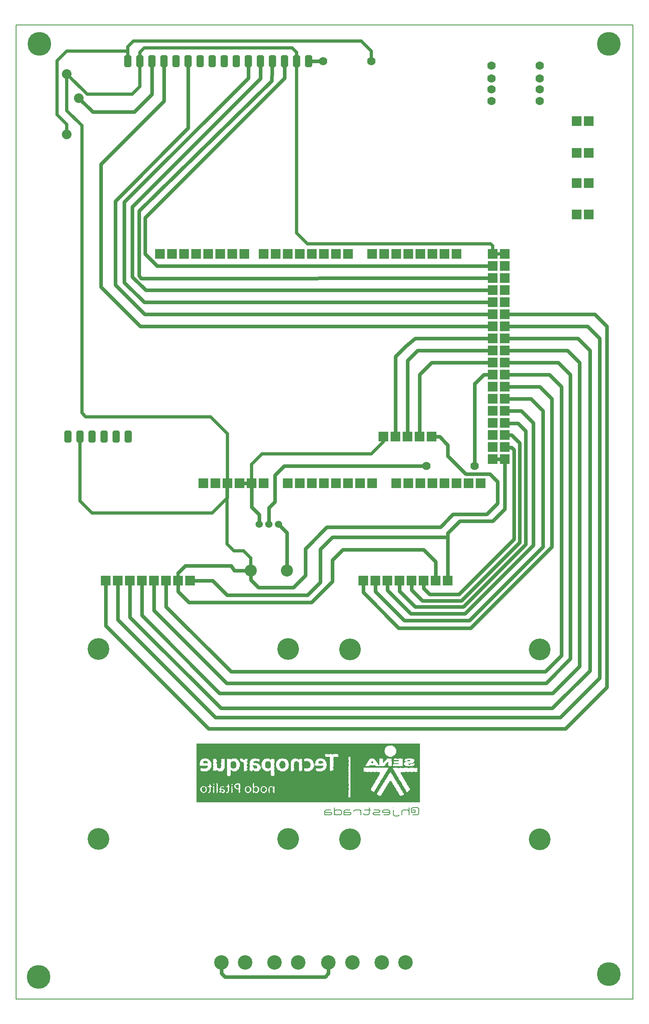
<source format=gbr>
G04 PROTEUS GERBER X2 FILE*
%TF.GenerationSoftware,Labcenter,Proteus,8.11-SP0-Build30052*%
%TF.CreationDate,2022-02-17T19:40:43+00:00*%
%TF.FileFunction,Copper,L2,Bot*%
%TF.FilePolarity,Positive*%
%TF.Part,Single*%
%TF.SameCoordinates,{fa563668-36b4-49a2-8e21-0a91219477cd}*%
%FSLAX45Y45*%
%MOMM*%
G01*
%TA.AperFunction,Conductor*%
%ADD12C,0.762000*%
%TA.AperFunction,NonConductor*%
%ADD10C,0.762000*%
%TA.AperFunction,Conductor*%
%ADD11C,0.635000*%
%TA.AperFunction,NonConductor*%
%ADD21C,0.635000*%
%TA.AperFunction,ComponentPad*%
%ADD13R,2.032000X2.032000*%
%TA.AperFunction,ComponentPad*%
%ADD14C,4.572000*%
%TA.AperFunction,ComponentPad*%
%ADD15C,3.048000*%
%AMDIL006*
4,1,8,
-0.762000,0.965200,-0.457200,1.270000,0.457200,1.270000,0.762000,0.965200,0.762000,-0.965200,
0.457200,-1.270000,-0.457200,-1.270000,-0.762000,-0.965200,-0.762000,0.965200,
0*%
%TA.AperFunction,ComponentPad*%
%ADD16DIL006*%
%TA.AperFunction,ComponentPad*%
%ADD17C,2.540000*%
%TA.AperFunction,ComponentPad*%
%ADD18C,2.032000*%
%TA.AperFunction,OtherPad,Unknown*%
%ADD19C,5.000000*%
%TA.AperFunction,ComponentPad*%
%ADD70C,1.524000*%
%TA.AperFunction,ComponentPad*%
%ADD71C,1.778000*%
%TA.AperFunction,Profile*%
%ADD20C,0.203200*%
%TA.AperFunction,NonConductor*%
%ADD22C,0.031750*%
%ADD23C,0.203200*%
%TD.AperFunction*%
D12*
X-5790000Y-430000D02*
X-5790000Y+362200D01*
X-5967800Y+540000D01*
X-5336000Y+10290000D02*
X-5027849Y+10290000D01*
X-5026000Y+10288151D01*
X-6792000Y+1404000D02*
X-6538000Y+1404000D01*
D10*
X-1458000Y+5976000D02*
X-1458000Y+5980000D01*
X-8526000Y+5980000D01*
X-8780000Y+6234000D01*
X-8780000Y+6990000D01*
X-5842000Y+9928000D01*
X-5842000Y+10290000D01*
X-1458000Y+5722000D02*
X-8862516Y+5717975D01*
X-8910000Y+5776970D01*
X-8910000Y+7134052D01*
X-6110000Y+9870000D01*
X-6096000Y+10290000D01*
X-1458000Y+5214000D02*
X-8800000Y+5214000D01*
X-9216000Y+5630000D01*
X-9216000Y+7324000D01*
X-6604000Y+9936000D01*
X-6604000Y+10290000D01*
X-7872000Y+10290000D02*
X-7872000Y+8880000D01*
X-9410000Y+7342000D01*
X-9410000Y+5580000D01*
X-8790000Y+4960000D01*
X-1458000Y+4960000D01*
X-1458000Y+4706000D02*
X-8880000Y+4706000D01*
X-9710000Y+5536000D01*
X-9710000Y+8120000D01*
X-8380000Y+9450000D01*
X-8380000Y+10290000D01*
D11*
X-7045779Y+1734221D02*
X-7045779Y+1505600D01*
X-7046000Y+1404000D01*
D12*
X-1458000Y+3690000D02*
X-1644000Y+3690000D01*
X-1830000Y+3504000D01*
X-6538000Y+1404000D02*
X-6538000Y+908000D01*
X-6374200Y+744200D01*
X-6374200Y+540000D01*
D21*
X-2405000Y+270000D02*
X-2405000Y+280000D01*
D10*
X-2405000Y-640000D02*
X-2405000Y+270000D01*
X-2405000Y+280000D02*
X-2405000Y+356000D01*
X-2151000Y+610000D01*
X-1458000Y+610000D01*
X-1204000Y+864000D01*
X-1204000Y+1912000D01*
X-1458000Y+1912000D02*
X-1204000Y+1912000D01*
D11*
X-7046000Y+1404000D02*
X-7046000Y+1734000D01*
X-7046000Y+2136221D01*
X-7045779Y+1734221D02*
X-7046000Y+1734000D01*
X-7046000Y+2136221D02*
X-7045779Y+2136000D01*
X-7045779Y+1734221D01*
D12*
X-8084000Y-640000D02*
X-8084000Y-870000D01*
X-7854000Y-1100000D01*
X-5270000Y-1100000D01*
X-4830000Y-660000D01*
X-4830000Y-210000D01*
X-4610000Y+10000D01*
X-2913000Y+10000D01*
X-2659000Y-244000D01*
X-2659000Y-640000D01*
D10*
X-3167000Y-640000D02*
X-3167000Y-840000D01*
X-2937000Y-1070000D01*
X-2120000Y-1070000D01*
X-890000Y+160000D01*
X-890000Y+2250700D01*
X-1059300Y+2420000D01*
X-1204000Y+2420000D01*
X-3421000Y-640000D02*
X-3421000Y-860000D01*
X-3091000Y-1190000D01*
X-2070000Y-1190000D01*
X-760000Y+120000D01*
X-760000Y+2510000D01*
X-920000Y+2670000D01*
X-1200000Y+2670000D01*
X-3675000Y-640000D02*
X-3675000Y-850000D01*
X-3185000Y-1340000D01*
X-2040000Y-1340000D01*
X-600000Y+100000D01*
X-600000Y+2674000D01*
X-854000Y+2928000D01*
X-1204000Y+2928000D01*
X-2913000Y-640000D02*
X-2913000Y-805000D01*
X-2788000Y-930000D01*
X-2170000Y-930000D01*
X-1010000Y+230000D01*
X-1010000Y+2109450D01*
X-1060550Y+2160000D01*
X-1200000Y+2160000D01*
X-3929000Y-640000D02*
X-3929000Y-870000D01*
X-3319000Y-1480000D01*
X-1950000Y-1480000D01*
X-400000Y+70000D01*
X-400000Y+2926000D01*
X-654000Y+3180000D01*
X-1200000Y+3180000D01*
X-4183000Y-640000D02*
X-4183000Y-890000D01*
X-3433000Y-1640000D01*
X-1920000Y-1640000D01*
X-210000Y+70000D01*
X-210000Y+3182000D01*
X-464000Y+3436000D01*
X-1204000Y+3436000D01*
X-8338000Y-640000D02*
X-8338000Y-1192000D01*
X-6970000Y-2560000D01*
X-350000Y-2560000D01*
X-10000Y-2220000D01*
X-10000Y+3436000D01*
X-264000Y+3690000D01*
X-1204000Y+3690000D01*
X-8592000Y-640000D02*
X-8592000Y-1268000D01*
X-7060000Y-2800000D01*
X-330000Y-2800000D01*
X+182000Y-2288000D01*
X+182000Y+3690000D01*
X-72000Y+3944000D01*
X-1204000Y+3944000D01*
X-8846000Y-640000D02*
X-8846000Y-1374000D01*
X-7210000Y-3010000D01*
X-190000Y-3010000D01*
X+370000Y-2450000D01*
X+370000Y+3944000D01*
X+116000Y+4198000D01*
X-1204000Y+4198000D01*
X-9100000Y-640000D02*
X-9100000Y-1410000D01*
X-7180000Y-3330000D01*
X-200000Y-3330000D01*
X+590000Y-2540000D01*
X+590000Y+4198000D01*
X+336000Y+4452000D01*
X-1204000Y+4452000D01*
X-9354000Y-640000D02*
X-9354000Y-1466000D01*
X-7300000Y-3520000D01*
X-30000Y-3520000D01*
X+800000Y-2690000D01*
X+800000Y+4452000D01*
X+546000Y+4706000D01*
X-1204000Y+4706000D01*
X-9608000Y-640000D02*
X-9608000Y-1592000D01*
X-7440000Y-3760000D01*
X+80000Y-3760000D01*
X+950000Y-2890000D01*
X+950000Y+4706000D01*
X+696000Y+4960000D01*
X-1204000Y+4960000D01*
D11*
X-5590000Y+10290000D02*
X-5590000Y+6670000D01*
X-5360000Y+6440000D01*
X-1499500Y+6440000D01*
X-1458000Y+6398500D01*
X-1458000Y+6230000D01*
D10*
X-1458000Y+5468000D02*
X-8766000Y+5468000D01*
X-9050000Y+5752000D01*
X-9050000Y+7220000D01*
X-6350000Y+9920000D01*
X-6350000Y+10290000D01*
D11*
X-6538000Y+1404000D02*
X-6538000Y+1800000D01*
X-6318000Y+2020000D01*
X-4012000Y+2020000D01*
X-3758000Y+2274000D01*
X-8084000Y-640000D02*
X-8084000Y-485000D01*
D12*
X-7929000Y-330000D01*
X-6970001Y-330000D01*
X-6899289Y-430000D01*
X-6552000Y-430000D01*
D11*
X-1458000Y+6230000D02*
X-1356400Y+6230000D01*
X-1305600Y+6230000D01*
X-1204000Y+6230000D01*
X-5590000Y+10290000D02*
X-5590000Y+10477625D01*
X-5682375Y+10570000D01*
X-8795625Y+10570000D01*
X-8888000Y+10477625D01*
X-8888000Y+10290000D01*
X-9142000Y+10290000D02*
X-9142000Y+10474375D01*
X-9142000Y+10592188D01*
X-9024188Y+10710000D01*
X-4220924Y+10710000D01*
X-4010000Y+10499076D01*
X-4010000Y+10288151D01*
D10*
X-4915000Y-8680000D02*
X-4915000Y-8906200D01*
X-4988800Y-8980000D01*
X-7096580Y-8980000D01*
X-7170380Y-8906200D01*
X-7170380Y-8680000D01*
D11*
X-9142000Y+10474375D02*
X-9167625Y+10500000D01*
X-10428895Y+10500000D01*
X-10634842Y+10294053D01*
X-10634845Y+9164845D01*
X-10430000Y+8960000D01*
X-10430000Y+8750000D01*
D12*
X-8634000Y+10290000D02*
X-8634000Y+9596000D01*
X-9010000Y+9220000D01*
X-9884000Y+9220000D01*
X-10176000Y+9512000D01*
D11*
X-10430000Y+10020000D02*
X-10000000Y+9590000D01*
X-9050000Y+9590000D01*
X-8888000Y+9752000D01*
X-8888000Y+10290000D01*
X-10430000Y+10020000D02*
X-10430000Y+9250000D01*
X-10110000Y+8930000D01*
X-10110000Y+2890000D01*
X-10033909Y+2800000D01*
X-7399999Y+2800000D01*
X-7046000Y+2446001D01*
X-7046000Y+2136221D01*
D10*
X-3250000Y+2388250D02*
X-3250000Y+3990000D01*
X-3042000Y+4198000D01*
X-1458000Y+4198000D01*
X-1458000Y+3944000D02*
X-2742000Y+3944000D01*
X-2996000Y+3690000D01*
X-2996000Y+2388250D01*
D11*
X-3758000Y+2274000D02*
X-3758000Y+2388250D01*
D12*
X-6552000Y-430000D02*
X-6552000Y-625875D01*
X-6387875Y-790000D01*
X-5654000Y-790000D01*
X-5400000Y-536000D01*
X-5400000Y+30000D01*
X-4950000Y+480000D01*
X-2560000Y+480000D01*
X-2290000Y+750000D01*
X-1580000Y+750000D01*
X-1350000Y+980000D01*
X-1350000Y+1436000D01*
X-1514000Y+1600000D01*
X-2020000Y+1600000D01*
X-2402388Y+1982388D01*
X-2406822Y+2213979D01*
X-2576000Y+2384125D01*
X-2742000Y+2388250D01*
X-1830000Y+3504000D02*
X-1840000Y+3504000D01*
X-1840000Y+1770000D01*
X-6171000Y+540000D02*
X-6171000Y+889000D01*
X-6041000Y+1019000D01*
X-6041000Y+1579000D01*
X-5850000Y+1770000D01*
X-2856000Y+1770000D01*
D11*
X-7046000Y+1404000D02*
X-7046000Y+1100000D01*
X-7050000Y+1096000D01*
X-7046000Y+1404000D02*
X-7050000Y+1302400D01*
X-7050000Y+1096000D01*
X-7050000Y+123517D01*
X-6906483Y-20000D01*
X-6701500Y-20000D01*
X-6552000Y-169500D01*
X-6552000Y-430000D01*
X-7050000Y+1096000D02*
X-7366000Y+780000D01*
X-9896000Y+780000D01*
X-10150000Y+1034000D01*
X-10150000Y+2261250D01*
X-10152000Y+2388250D01*
D10*
X-1458000Y+4452000D02*
X-3090000Y+4450000D01*
X-3290000Y+4288250D01*
X-3500524Y+4074251D01*
X-3504000Y+2388250D01*
X-7830000Y-640000D02*
X-7360000Y-640000D01*
X-7050000Y-950000D01*
X-5360000Y-950000D01*
X-5090000Y-680000D01*
X-5090000Y+16000D01*
X-4836000Y+270000D01*
X-2405000Y+270000D01*
D13*
X-9608000Y-640000D03*
X-9354000Y-640000D03*
X-9100000Y-640000D03*
X-8846000Y-640000D03*
X-8592000Y-640000D03*
X-8338000Y-640000D03*
X-8084000Y-640000D03*
X-7830000Y-640000D03*
X-4183000Y-640000D03*
X-3929000Y-640000D03*
X-3675000Y-640000D03*
X-3421000Y-640000D03*
X-3167000Y-640000D03*
X-2913000Y-640000D03*
X-2659000Y-640000D03*
X-2405000Y-640000D03*
D14*
X-464000Y-6090000D03*
X-4464000Y-6090000D03*
X-4464000Y-2090000D03*
X-464000Y-2090000D03*
X-5764000Y-6080000D03*
X-9764000Y-6080000D03*
X-9764000Y-2080000D03*
X-5764000Y-2080000D03*
D15*
X-3790000Y-8680000D03*
X-3289620Y-8680000D03*
X-7170380Y-8680000D03*
X-6670000Y-8680000D03*
X-6050000Y-8680000D03*
X-5549620Y-8680000D03*
X-4915000Y-8680000D03*
X-4414620Y-8680000D03*
D16*
X-9142000Y+10290000D03*
X-8888000Y+10290000D03*
X-8634000Y+10290000D03*
X-8380000Y+10290000D03*
X-8126000Y+10290000D03*
X-7872000Y+10290000D03*
X-7618000Y+10290000D03*
X-7364000Y+10290000D03*
X-7112000Y+10290000D03*
X-6858000Y+10290000D03*
X-6604000Y+10290000D03*
X-6350000Y+10290000D03*
X-6096000Y+10290000D03*
X-5842000Y+10290000D03*
X-5590000Y+10290000D03*
X-5336000Y+10290000D03*
D13*
X-3758000Y+2388250D03*
X-3504000Y+2388250D03*
X-3250000Y+2388250D03*
X-2996000Y+2388250D03*
X-2742000Y+2388250D03*
D17*
X-6552000Y-430000D03*
X-5790000Y-430000D03*
D18*
X-10430000Y+8750000D03*
X-10430000Y+10020000D03*
X-10176000Y+9512000D03*
D19*
X-11020000Y-8980000D03*
X+990000Y-8927500D03*
X-11010000Y+10647500D03*
X+990000Y+10647500D03*
D70*
X-6374200Y+540000D03*
X-6171000Y+540000D03*
X-5967800Y+540000D03*
D71*
X-1840000Y+1770000D03*
X-2856000Y+1770000D03*
X-5026000Y+10288151D03*
X-4010000Y+10288151D03*
D13*
X-7554000Y+1404000D03*
X-7300000Y+1404000D03*
X-7046000Y+1404000D03*
X-6792000Y+1404000D03*
X-6538000Y+1404000D03*
X-6284000Y+1404000D03*
X-5776000Y+1404000D03*
X-5522000Y+1404000D03*
X-5268000Y+1404000D03*
X-5014000Y+1404000D03*
X-4760000Y+1404000D03*
X-4506000Y+1404000D03*
X-4252000Y+1404000D03*
X-3998000Y+1404000D03*
X-3490000Y+1404000D03*
X-3236000Y+1404000D03*
X-2982000Y+1404000D03*
X-2728000Y+1404000D03*
X-2474000Y+1404000D03*
X-2220000Y+1404000D03*
X-1966000Y+1404000D03*
X-1712000Y+1404000D03*
X-1458000Y+1912000D03*
X-1458000Y+2166000D03*
X-1458000Y+2420000D03*
X-1458000Y+2674000D03*
X-1458000Y+2928000D03*
X-1458000Y+3182000D03*
X-1458000Y+3436000D03*
X-1458000Y+3690000D03*
X-1458000Y+3944000D03*
X-1458000Y+4198000D03*
X-1458000Y+4452000D03*
X-1458000Y+4706000D03*
X-1458000Y+4960000D03*
X-1458000Y+5214000D03*
X-1458000Y+5468000D03*
X-1458000Y+5722000D03*
X-1458000Y+5976000D03*
X-1458000Y+6230000D03*
X-1204000Y+1912000D03*
X-1204000Y+2166000D03*
X-1204000Y+2420000D03*
X-1204000Y+2674000D03*
X-1204000Y+2928000D03*
X-1204000Y+3182000D03*
X-1204000Y+3436000D03*
X-1204000Y+3690000D03*
X-1204000Y+3944000D03*
X-1204000Y+4198000D03*
X-1204000Y+4452000D03*
X-1204000Y+4706000D03*
X-1204000Y+4960000D03*
X-1204000Y+5214000D03*
X-1204000Y+5468000D03*
X-1204000Y+5722000D03*
X-1204000Y+5976000D03*
X-1204000Y+6230000D03*
X-2220000Y+6230000D03*
X-2474000Y+6230000D03*
X-2728000Y+6230000D03*
X-2982000Y+6230000D03*
X-3236000Y+6230000D03*
X-3490000Y+6230000D03*
X-3744000Y+6230000D03*
X-3998000Y+6230000D03*
X-4506000Y+6230000D03*
X-4760000Y+6230000D03*
X-5014000Y+6230000D03*
X-5268000Y+6230000D03*
X-5522000Y+6230000D03*
X-5776000Y+6230000D03*
X-6030000Y+6230000D03*
X-6284000Y+6230000D03*
X-6690400Y+6230000D03*
X-6944400Y+6230000D03*
X-7198400Y+6230000D03*
X-7452400Y+6230000D03*
X-7706400Y+6230000D03*
X-7960400Y+6230000D03*
X-8214400Y+6230000D03*
X-8468400Y+6230000D03*
D16*
X-9136000Y+2388250D03*
X-9390000Y+2388250D03*
X-9644000Y+2388250D03*
X-9898000Y+2388250D03*
X-10152000Y+2388250D03*
X-10406000Y+2388250D03*
D13*
X+315000Y+9030000D03*
X+569000Y+9030000D03*
X+315000Y+8360000D03*
X+569000Y+8360000D03*
X+315000Y+7720000D03*
X+569000Y+7720000D03*
X+315000Y+7060000D03*
X+569000Y+7060000D03*
D71*
X-1485000Y+9451750D03*
X-469000Y+9451750D03*
X-1485000Y+9691750D03*
X-469000Y+9691750D03*
X-1485000Y+9921750D03*
X-469000Y+9921750D03*
X-1485000Y+10191750D03*
X-469000Y+10191750D03*
D20*
X-11500000Y-9450000D02*
X+1500000Y-9450000D01*
X+1500000Y+11050000D01*
X-11500000Y+11050000D01*
X-11500000Y-9450000D01*
D22*
X-7695140Y-5301140D02*
X-2996140Y-5301140D01*
X-7695140Y-5298600D02*
X-2996140Y-5298600D01*
X-7695140Y-5296060D02*
X-2996140Y-5296060D01*
X-7695140Y-5293520D02*
X-2996140Y-5293520D01*
X-7695140Y-5290980D02*
X-2996140Y-5290980D01*
X-7695140Y-5288440D02*
X-2996140Y-5288440D01*
X-7695140Y-5285900D02*
X-2996140Y-5285900D01*
X-7695140Y-5283360D02*
X-2996140Y-5283360D01*
X-7695140Y-5280820D02*
X-2996140Y-5280820D01*
X-7695140Y-5278280D02*
X-2996140Y-5278280D01*
X-7695140Y-5275740D02*
X-2996140Y-5275740D01*
X-7695140Y-5273200D02*
X-2996140Y-5273200D01*
X-7695140Y-5270660D02*
X-2996140Y-5270660D01*
X-7695140Y-5268120D02*
X-2996140Y-5268120D01*
X-7695140Y-5265580D02*
X-2996140Y-5265580D01*
X-7695140Y-5263040D02*
X-2996140Y-5263040D01*
X-7695140Y-5260500D02*
X-2996140Y-5260500D01*
X-7695140Y-5257960D02*
X-2996140Y-5257960D01*
X-7695140Y-5255420D02*
X-2996140Y-5255420D01*
X-7695140Y-5252880D02*
X-2996140Y-5252880D01*
X-7695140Y-5250340D02*
X-2996140Y-5250340D01*
X-7695140Y-5247800D02*
X-2996140Y-5247800D01*
X-7695140Y-5245260D02*
X-2996140Y-5245260D01*
X-7695140Y-5242720D02*
X-2996140Y-5242720D01*
X-7695140Y-5240180D02*
X-2996140Y-5240180D01*
X-7695140Y-5237640D02*
X-2996140Y-5237640D01*
X-7695140Y-5235100D02*
X-2996140Y-5235100D01*
X-7695140Y-5232560D02*
X-2996140Y-5232560D01*
X-7695140Y-5230020D02*
X-2996140Y-5230020D01*
X-7695140Y-5227480D02*
X-2996140Y-5227480D01*
X-7695140Y-5224940D02*
X-2996140Y-5224940D01*
X-7695140Y-5222400D02*
X-2996140Y-5222400D01*
X-7695140Y-5219860D02*
X-2996140Y-5219860D01*
X-7695140Y-5217320D02*
X-2996140Y-5217320D01*
X-7695140Y-5214780D02*
X-2996140Y-5214780D01*
X-7695140Y-5212240D02*
X-4479500Y-5212240D01*
X-4469340Y-5212240D02*
X-2996140Y-5212240D01*
X-7695140Y-5209700D02*
X-4482040Y-5209700D01*
X-4469340Y-5209700D02*
X-2996140Y-5209700D01*
X-7695140Y-5207160D02*
X-4482040Y-5207160D01*
X-4466800Y-5207160D02*
X-2996140Y-5207160D01*
X-7695140Y-5204620D02*
X-4484580Y-5204620D01*
X-4464260Y-5204620D02*
X-2996140Y-5204620D01*
X-7695140Y-5202080D02*
X-4502360Y-5202080D01*
X-4459180Y-5202080D02*
X-2996140Y-5202080D01*
X-7695140Y-5199540D02*
X-4504900Y-5199540D01*
X-4456640Y-5199540D02*
X-2996140Y-5199540D01*
X-7695140Y-5197000D02*
X-4504900Y-5197000D01*
X-4456640Y-5197000D02*
X-2996140Y-5197000D01*
X-7695140Y-5194460D02*
X-4504900Y-5194460D01*
X-4456640Y-5194460D02*
X-2996140Y-5194460D01*
X-7695140Y-5191920D02*
X-4504900Y-5191920D01*
X-4456640Y-5191920D02*
X-2996140Y-5191920D01*
X-7695140Y-5189380D02*
X-4504900Y-5189380D01*
X-4456640Y-5189380D02*
X-2996140Y-5189380D01*
X-7695140Y-5186840D02*
X-4504900Y-5186840D01*
X-4456640Y-5186840D02*
X-2996140Y-5186840D01*
X-7695140Y-5184300D02*
X-4504900Y-5184300D01*
X-4456640Y-5184300D02*
X-2996140Y-5184300D01*
X-7695140Y-5181760D02*
X-4504900Y-5181760D01*
X-4456640Y-5181760D02*
X-2996140Y-5181760D01*
X-7695140Y-5179220D02*
X-4504900Y-5179220D01*
X-4456640Y-5179220D02*
X-2996140Y-5179220D01*
X-7695140Y-5176680D02*
X-4504900Y-5176680D01*
X-4456640Y-5176680D02*
X-2996140Y-5176680D01*
X-7695140Y-5174140D02*
X-4504900Y-5174140D01*
X-4456640Y-5174140D02*
X-2996140Y-5174140D01*
X-7695140Y-5171600D02*
X-4504900Y-5171600D01*
X-4456640Y-5171600D02*
X-3847040Y-5171600D01*
X-3816560Y-5171600D02*
X-3405080Y-5171600D01*
X-3377140Y-5171600D02*
X-2996140Y-5171600D01*
X-7695140Y-5169060D02*
X-4504900Y-5169060D01*
X-4456640Y-5169060D02*
X-3849580Y-5169060D01*
X-3814020Y-5169060D02*
X-3410160Y-5169060D01*
X-3374600Y-5169060D02*
X-2996140Y-5169060D01*
X-7695140Y-5166520D02*
X-4504900Y-5166520D01*
X-4456640Y-5166520D02*
X-3849580Y-5166520D01*
X-3814020Y-5166520D02*
X-3410160Y-5166520D01*
X-3374600Y-5166520D02*
X-2996140Y-5166520D01*
X-7695140Y-5163980D02*
X-4504900Y-5163980D01*
X-4456640Y-5163980D02*
X-3852120Y-5163980D01*
X-3811480Y-5163980D02*
X-3412700Y-5163980D01*
X-3372060Y-5163980D02*
X-2996140Y-5163980D01*
X-7695140Y-5161440D02*
X-4504900Y-5161440D01*
X-4456640Y-5161440D02*
X-3877520Y-5161440D01*
X-3806400Y-5161440D02*
X-3417780Y-5161440D01*
X-3356820Y-5161440D02*
X-2996140Y-5161440D01*
X-7695140Y-5158900D02*
X-4504900Y-5158900D01*
X-4456640Y-5158900D02*
X-3880060Y-5158900D01*
X-3803860Y-5158900D02*
X-3420320Y-5158900D01*
X-3354280Y-5158900D02*
X-2996140Y-5158900D01*
X-7695140Y-5156360D02*
X-4504900Y-5156360D01*
X-4456640Y-5156360D02*
X-3882600Y-5156360D01*
X-3801320Y-5156360D02*
X-3420320Y-5156360D01*
X-3351740Y-5156360D02*
X-2996140Y-5156360D01*
X-7695140Y-5153820D02*
X-4504900Y-5153820D01*
X-4456640Y-5153820D02*
X-3882600Y-5153820D01*
X-3801320Y-5153820D02*
X-3422860Y-5153820D01*
X-3351740Y-5153820D02*
X-2996140Y-5153820D01*
X-7695140Y-5151280D02*
X-4504900Y-5151280D01*
X-4456640Y-5151280D02*
X-3887680Y-5151280D01*
X-3801320Y-5151280D02*
X-3425400Y-5151280D01*
X-3336500Y-5151280D02*
X-2996140Y-5151280D01*
X-7695140Y-5148740D02*
X-4504900Y-5148740D01*
X-4456640Y-5148740D02*
X-3890220Y-5148740D01*
X-3801320Y-5148740D02*
X-3430480Y-5148740D01*
X-3331420Y-5148740D02*
X-2996140Y-5148740D01*
X-7695140Y-5146200D02*
X-4504900Y-5146200D01*
X-4456640Y-5146200D02*
X-3892760Y-5146200D01*
X-3801320Y-5146200D02*
X-3430480Y-5146200D01*
X-3331420Y-5146200D02*
X-2996140Y-5146200D01*
X-7695140Y-5143660D02*
X-4504900Y-5143660D01*
X-4456640Y-5143660D02*
X-3892760Y-5143660D01*
X-3801320Y-5143660D02*
X-3433020Y-5143660D01*
X-3328880Y-5143660D02*
X-2996140Y-5143660D01*
X-7695140Y-5141120D02*
X-4504900Y-5141120D01*
X-4456640Y-5141120D02*
X-3897840Y-5141120D01*
X-3796240Y-5141120D02*
X-3433020Y-5141120D01*
X-3328880Y-5141120D02*
X-2996140Y-5141120D01*
X-7695140Y-5138580D02*
X-4504900Y-5138580D01*
X-4456640Y-5138580D02*
X-3902920Y-5138580D01*
X-3793700Y-5138580D02*
X-3433020Y-5138580D01*
X-3328880Y-5138580D02*
X-2996140Y-5138580D01*
X-7695140Y-5136040D02*
X-4504900Y-5136040D01*
X-4456640Y-5136040D02*
X-3902920Y-5136040D01*
X-3791160Y-5136040D02*
X-3433020Y-5136040D01*
X-3328880Y-5136040D02*
X-2996140Y-5136040D01*
X-7695140Y-5133500D02*
X-4504900Y-5133500D01*
X-4456640Y-5133500D02*
X-3902920Y-5133500D01*
X-3791160Y-5133500D02*
X-3433020Y-5133500D01*
X-3328880Y-5133500D02*
X-2996140Y-5133500D01*
X-7695140Y-5130960D02*
X-4504900Y-5130960D01*
X-4456640Y-5130960D02*
X-3902920Y-5130960D01*
X-3791160Y-5130960D02*
X-3435560Y-5130960D01*
X-3328880Y-5130960D02*
X-2996140Y-5130960D01*
X-7695140Y-5128420D02*
X-4504900Y-5128420D01*
X-4456640Y-5128420D02*
X-3902920Y-5128420D01*
X-3791160Y-5128420D02*
X-3440640Y-5128420D01*
X-3328880Y-5128420D02*
X-2996140Y-5128420D01*
X-7695140Y-5125880D02*
X-4504900Y-5125880D01*
X-4456640Y-5125880D02*
X-3902920Y-5125880D01*
X-3791160Y-5125880D02*
X-3443180Y-5125880D01*
X-3328880Y-5125880D02*
X-2996140Y-5125880D01*
X-7695140Y-5123340D02*
X-4504900Y-5123340D01*
X-4456640Y-5123340D02*
X-3902920Y-5123340D01*
X-3791160Y-5123340D02*
X-3443180Y-5123340D01*
X-3328880Y-5123340D02*
X-2996140Y-5123340D01*
X-7695140Y-5120800D02*
X-4504900Y-5120800D01*
X-4456640Y-5120800D02*
X-3902920Y-5120800D01*
X-3788620Y-5120800D02*
X-3443180Y-5120800D01*
X-3328880Y-5120800D02*
X-2996140Y-5120800D01*
X-7695140Y-5118260D02*
X-4502360Y-5118260D01*
X-4456640Y-5118260D02*
X-3900380Y-5118260D01*
X-3783540Y-5118260D02*
X-3443180Y-5118260D01*
X-3328880Y-5118260D02*
X-2996140Y-5118260D01*
X-7695140Y-5115720D02*
X-4497280Y-5115720D01*
X-4456640Y-5115720D02*
X-3895300Y-5115720D01*
X-3781000Y-5115720D02*
X-3443180Y-5115720D01*
X-3328880Y-5115720D02*
X-2996140Y-5115720D01*
X-7695140Y-5113180D02*
X-4494740Y-5113180D01*
X-4456640Y-5113180D02*
X-3892760Y-5113180D01*
X-3781000Y-5113180D02*
X-3443180Y-5113180D01*
X-3328880Y-5113180D02*
X-2996140Y-5113180D01*
X-7695140Y-5110640D02*
X-4497280Y-5110640D01*
X-4456640Y-5110640D02*
X-3892760Y-5110640D01*
X-3778460Y-5110640D02*
X-3445720Y-5110640D01*
X-3331420Y-5110640D02*
X-2996140Y-5110640D01*
X-7695140Y-5108100D02*
X-7570680Y-5108100D01*
X-7527500Y-5108100D02*
X-7461460Y-5108100D01*
X-7420820Y-5108100D02*
X-7344620Y-5108100D01*
X-7324300Y-5108100D02*
X-7281120Y-5108100D01*
X-7258260Y-5108100D02*
X-7204920Y-5108100D01*
X-7194760Y-5108100D02*
X-7161740Y-5108100D01*
X-7118560Y-5108100D02*
X-7075380Y-5108100D01*
X-7034740Y-5108100D02*
X-6968700Y-5108100D01*
X-6948380Y-5108100D02*
X-6808680Y-5108100D01*
X-6788360Y-5108100D02*
X-6646120Y-5108100D01*
X-6582620Y-5108100D02*
X-6506420Y-5108100D01*
X-6486100Y-5108100D02*
X-6465780Y-5108100D01*
X-6412440Y-5108100D02*
X-6313380Y-5108100D01*
X-6249880Y-5108100D02*
X-6176220Y-5108100D01*
X-6153360Y-5108100D02*
X-6079700Y-5108100D01*
X-6056840Y-5108100D02*
X-4502360Y-5108100D01*
X-4456640Y-5108100D02*
X-3892760Y-5108100D01*
X-3773380Y-5108100D02*
X-3450800Y-5108100D01*
X-3331420Y-5108100D02*
X-2996140Y-5108100D01*
X-7695140Y-5105560D02*
X-7570680Y-5105560D01*
X-7524960Y-5105560D02*
X-7464000Y-5105560D01*
X-7418280Y-5105560D02*
X-7347160Y-5105560D01*
X-7321760Y-5105560D02*
X-7281120Y-5105560D01*
X-7258260Y-5105560D02*
X-7207460Y-5105560D01*
X-7192220Y-5105560D02*
X-7164280Y-5105560D01*
X-7118560Y-5105560D02*
X-7077920Y-5105560D01*
X-7032200Y-5105560D02*
X-6971240Y-5105560D01*
X-6945840Y-5105560D02*
X-6811220Y-5105560D01*
X-6785820Y-5105560D02*
X-6648660Y-5105560D01*
X-6582620Y-5105560D02*
X-6508960Y-5105560D01*
X-6486100Y-5105560D02*
X-6465780Y-5105560D01*
X-6409900Y-5105560D02*
X-6315920Y-5105560D01*
X-6249880Y-5105560D02*
X-6176220Y-5105560D01*
X-6153360Y-5105560D02*
X-6079700Y-5105560D01*
X-6056840Y-5105560D02*
X-4504900Y-5105560D01*
X-4456640Y-5105560D02*
X-3892760Y-5105560D01*
X-3770840Y-5105560D02*
X-3453340Y-5105560D01*
X-3336500Y-5105560D02*
X-2996140Y-5105560D01*
X-7695140Y-5103020D02*
X-7573220Y-5103020D01*
X-7524960Y-5103020D02*
X-7466540Y-5103020D01*
X-7418280Y-5103020D02*
X-7347160Y-5103020D01*
X-7321760Y-5103020D02*
X-7283660Y-5103020D01*
X-7255720Y-5103020D02*
X-7207460Y-5103020D01*
X-7192220Y-5103020D02*
X-7164280Y-5103020D01*
X-7116020Y-5103020D02*
X-7077920Y-5103020D01*
X-7032200Y-5103020D02*
X-6971240Y-5103020D01*
X-6945840Y-5103020D02*
X-6811220Y-5103020D01*
X-6783280Y-5103020D02*
X-6651200Y-5103020D01*
X-6580080Y-5103020D02*
X-6511500Y-5103020D01*
X-6483560Y-5103020D02*
X-6468320Y-5103020D01*
X-6409900Y-5103020D02*
X-6318460Y-5103020D01*
X-6247340Y-5103020D02*
X-6178760Y-5103020D01*
X-6150820Y-5103020D02*
X-6082240Y-5103020D01*
X-6054300Y-5103020D02*
X-4504900Y-5103020D01*
X-4456640Y-5103020D02*
X-3892760Y-5103020D01*
X-3770840Y-5103020D02*
X-3453340Y-5103020D01*
X-3341580Y-5103020D02*
X-2996140Y-5103020D01*
X-7695140Y-5100480D02*
X-7575760Y-5100480D01*
X-7522420Y-5100480D02*
X-7464000Y-5100480D01*
X-7415740Y-5100480D02*
X-7349700Y-5100480D01*
X-7321760Y-5100480D02*
X-7283660Y-5100480D01*
X-7253180Y-5100480D02*
X-7210000Y-5100480D01*
X-7189680Y-5100480D02*
X-7166820Y-5100480D01*
X-7113480Y-5100480D02*
X-7080460Y-5100480D01*
X-7029660Y-5100480D02*
X-6971240Y-5100480D01*
X-6943300Y-5100480D02*
X-6811220Y-5100480D01*
X-6783280Y-5100480D02*
X-6651200Y-5100480D01*
X-6577540Y-5100480D02*
X-6511500Y-5100480D01*
X-6483560Y-5100480D02*
X-6470860Y-5100480D01*
X-6407360Y-5100480D02*
X-6318460Y-5100480D01*
X-6244800Y-5100480D02*
X-6181300Y-5100480D01*
X-6150820Y-5100480D02*
X-6084780Y-5100480D01*
X-6054300Y-5100480D02*
X-4504900Y-5100480D01*
X-4456640Y-5100480D02*
X-3892760Y-5100480D01*
X-3770840Y-5100480D02*
X-3455880Y-5100480D01*
X-3341580Y-5100480D02*
X-2996140Y-5100480D01*
X-7695140Y-5097940D02*
X-7591000Y-5097940D01*
X-7507180Y-5097940D02*
X-7464000Y-5097940D01*
X-7410660Y-5097940D02*
X-7354780Y-5097940D01*
X-7321760Y-5097940D02*
X-7283660Y-5097940D01*
X-7248100Y-5097940D02*
X-7215080Y-5097940D01*
X-7108400Y-5097940D02*
X-7080460Y-5097940D01*
X-7024580Y-5097940D02*
X-6971240Y-5097940D01*
X-6938220Y-5097940D02*
X-6811220Y-5097940D01*
X-6775660Y-5097940D02*
X-6656280Y-5097940D01*
X-6572460Y-5097940D02*
X-6519120Y-5097940D01*
X-6483560Y-5097940D02*
X-6475940Y-5097940D01*
X-6402280Y-5097940D02*
X-6326080Y-5097940D01*
X-6239720Y-5097940D02*
X-6186380Y-5097940D01*
X-6150820Y-5097940D02*
X-6089860Y-5097940D01*
X-6054300Y-5097940D02*
X-4504900Y-5097940D01*
X-4456640Y-5097940D02*
X-3890220Y-5097940D01*
X-3770840Y-5097940D02*
X-3460960Y-5097940D01*
X-3344120Y-5097940D02*
X-3267920Y-5097940D01*
X-3257760Y-5097940D02*
X-2996140Y-5097940D01*
X-7695140Y-5095400D02*
X-7593540Y-5095400D01*
X-7504640Y-5095400D02*
X-7458920Y-5095400D01*
X-7408120Y-5095400D02*
X-7357320Y-5095400D01*
X-7321760Y-5095400D02*
X-7283660Y-5095400D01*
X-7245560Y-5095400D02*
X-7217620Y-5095400D01*
X-7108400Y-5095400D02*
X-7080460Y-5095400D01*
X-7022040Y-5095400D02*
X-6971240Y-5095400D01*
X-6935680Y-5095400D02*
X-6811220Y-5095400D01*
X-6775660Y-5095400D02*
X-6658820Y-5095400D01*
X-6569920Y-5095400D02*
X-6519120Y-5095400D01*
X-6483560Y-5095400D02*
X-6478480Y-5095400D01*
X-6399740Y-5095400D02*
X-6326080Y-5095400D01*
X-6237180Y-5095400D02*
X-6188920Y-5095400D01*
X-6150820Y-5095400D02*
X-6089860Y-5095400D01*
X-6054300Y-5095400D02*
X-4504900Y-5095400D01*
X-4456640Y-5095400D02*
X-3887680Y-5095400D01*
X-3770840Y-5095400D02*
X-3463500Y-5095400D01*
X-3346660Y-5095400D02*
X-3270460Y-5095400D01*
X-3255220Y-5095400D02*
X-2996140Y-5095400D01*
X-7695140Y-5092860D02*
X-7593540Y-5092860D01*
X-7502100Y-5092860D02*
X-7456380Y-5092860D01*
X-7405580Y-5092860D02*
X-7357320Y-5092860D01*
X-7321760Y-5092860D02*
X-7283660Y-5092860D01*
X-7245560Y-5092860D02*
X-7217620Y-5092860D01*
X-7105860Y-5092860D02*
X-7080460Y-5092860D01*
X-7019500Y-5092860D02*
X-6971240Y-5092860D01*
X-6935680Y-5092860D02*
X-6811220Y-5092860D01*
X-6773120Y-5092860D02*
X-6661360Y-5092860D01*
X-6569920Y-5092860D02*
X-6521660Y-5092860D01*
X-6483560Y-5092860D02*
X-6478480Y-5092860D01*
X-6397200Y-5092860D02*
X-6328620Y-5092860D01*
X-6237180Y-5092860D02*
X-6188920Y-5092860D01*
X-6150820Y-5092860D02*
X-6092400Y-5092860D01*
X-6054300Y-5092860D02*
X-4504900Y-5092860D01*
X-4456640Y-5092860D02*
X-3882600Y-5092860D01*
X-3770840Y-5092860D02*
X-3463500Y-5092860D01*
X-3351740Y-5092860D02*
X-3270460Y-5092860D01*
X-3255220Y-5092860D02*
X-2996140Y-5092860D01*
X-7695140Y-5090320D02*
X-7596080Y-5090320D01*
X-7502100Y-5090320D02*
X-7453840Y-5090320D01*
X-7405580Y-5090320D02*
X-7357320Y-5090320D01*
X-7321760Y-5090320D02*
X-7283660Y-5090320D01*
X-7245560Y-5090320D02*
X-7217620Y-5090320D01*
X-7103320Y-5090320D02*
X-7077920Y-5090320D01*
X-7019500Y-5090320D02*
X-6971240Y-5090320D01*
X-6933140Y-5090320D02*
X-6811220Y-5090320D01*
X-6773120Y-5090320D02*
X-6661360Y-5090320D01*
X-6567380Y-5090320D02*
X-6521660Y-5090320D01*
X-6397200Y-5090320D02*
X-6331160Y-5090320D01*
X-6234640Y-5090320D02*
X-6188920Y-5090320D01*
X-6150820Y-5090320D02*
X-6092400Y-5090320D01*
X-6054300Y-5090320D02*
X-4504900Y-5090320D01*
X-4456640Y-5090320D02*
X-3882600Y-5090320D01*
X-3768300Y-5090320D02*
X-3463500Y-5090320D01*
X-3351740Y-5090320D02*
X-3273000Y-5090320D01*
X-3252680Y-5090320D02*
X-2996140Y-5090320D01*
X-7695140Y-5087780D02*
X-7601160Y-5087780D01*
X-7497020Y-5087780D02*
X-7453840Y-5087780D01*
X-7400500Y-5087780D02*
X-7357320Y-5087780D01*
X-7321760Y-5087780D02*
X-7283660Y-5087780D01*
X-7248100Y-5087780D02*
X-7217620Y-5087780D01*
X-7098240Y-5087780D02*
X-7077920Y-5087780D01*
X-7019500Y-5087780D02*
X-6971240Y-5087780D01*
X-6933140Y-5087780D02*
X-6811220Y-5087780D01*
X-6773120Y-5087780D02*
X-6668980Y-5087780D01*
X-6562300Y-5087780D02*
X-6521660Y-5087780D01*
X-6392120Y-5087780D02*
X-6336240Y-5087780D01*
X-6229560Y-5087780D02*
X-6186380Y-5087780D01*
X-6150820Y-5087780D02*
X-6092400Y-5087780D01*
X-6054300Y-5087780D02*
X-4504900Y-5087780D01*
X-4456640Y-5087780D02*
X-3986740Y-5087780D01*
X-3956260Y-5087780D02*
X-3882600Y-5087780D01*
X-3763220Y-5087780D02*
X-3463500Y-5087780D01*
X-3351740Y-5087780D02*
X-3278080Y-5087780D01*
X-3247600Y-5087780D02*
X-2996140Y-5087780D01*
X-7695140Y-5085240D02*
X-7603700Y-5085240D01*
X-7494480Y-5085240D02*
X-7448760Y-5085240D01*
X-7397960Y-5085240D02*
X-7357320Y-5085240D01*
X-7321760Y-5085240D02*
X-7283660Y-5085240D01*
X-7250640Y-5085240D02*
X-7217620Y-5085240D01*
X-7095700Y-5085240D02*
X-7072840Y-5085240D01*
X-7019500Y-5085240D02*
X-6971240Y-5085240D01*
X-6933140Y-5085240D02*
X-6811220Y-5085240D01*
X-6773120Y-5085240D02*
X-6668980Y-5085240D01*
X-6559760Y-5085240D02*
X-6521660Y-5085240D01*
X-6389580Y-5085240D02*
X-6338780Y-5085240D01*
X-6227020Y-5085240D02*
X-6183840Y-5085240D01*
X-6150820Y-5085240D02*
X-6092400Y-5085240D01*
X-6054300Y-5085240D02*
X-4504900Y-5085240D01*
X-4456640Y-5085240D02*
X-3989280Y-5085240D01*
X-3953720Y-5085240D02*
X-3882600Y-5085240D01*
X-3760680Y-5085240D02*
X-3463500Y-5085240D01*
X-3351740Y-5085240D02*
X-3280620Y-5085240D01*
X-3245060Y-5085240D02*
X-2996140Y-5085240D01*
X-7695140Y-5082700D02*
X-7603700Y-5082700D01*
X-7565600Y-5082700D02*
X-7530040Y-5082700D01*
X-7491940Y-5082700D02*
X-7433520Y-5082700D01*
X-7395420Y-5082700D02*
X-7357320Y-5082700D01*
X-7321760Y-5082700D02*
X-7283660Y-5082700D01*
X-7255720Y-5082700D02*
X-7217620Y-5082700D01*
X-7169360Y-5082700D02*
X-7133800Y-5082700D01*
X-7095700Y-5082700D02*
X-7057600Y-5082700D01*
X-7019500Y-5082700D02*
X-6971240Y-5082700D01*
X-6933140Y-5082700D02*
X-6811220Y-5082700D01*
X-6773120Y-5082700D02*
X-6671520Y-5082700D01*
X-6633420Y-5082700D02*
X-6597860Y-5082700D01*
X-6559760Y-5082700D02*
X-6521660Y-5082700D01*
X-6460700Y-5082700D02*
X-6425140Y-5082700D01*
X-6387040Y-5082700D02*
X-6338780Y-5082700D01*
X-6300680Y-5082700D02*
X-6265120Y-5082700D01*
X-6227020Y-5082700D02*
X-6178760Y-5082700D01*
X-6150820Y-5082700D02*
X-6092400Y-5082700D01*
X-6054300Y-5082700D02*
X-4504900Y-5082700D01*
X-4456640Y-5082700D02*
X-3989280Y-5082700D01*
X-3953720Y-5082700D02*
X-3882600Y-5082700D01*
X-3760680Y-5082700D02*
X-3463500Y-5082700D01*
X-3351740Y-5082700D02*
X-3280620Y-5082700D01*
X-3245060Y-5082700D02*
X-2996140Y-5082700D01*
X-7695140Y-5080160D02*
X-7606240Y-5080160D01*
X-7568140Y-5080160D02*
X-7530040Y-5080160D01*
X-7491940Y-5080160D02*
X-7433520Y-5080160D01*
X-7395420Y-5080160D02*
X-7357320Y-5080160D01*
X-7321760Y-5080160D02*
X-7283660Y-5080160D01*
X-7255720Y-5080160D02*
X-7217620Y-5080160D01*
X-7171900Y-5080160D02*
X-7133800Y-5080160D01*
X-7095700Y-5080160D02*
X-7057600Y-5080160D01*
X-7019500Y-5080160D02*
X-6971240Y-5080160D01*
X-6933140Y-5080160D02*
X-6811220Y-5080160D01*
X-6773120Y-5080160D02*
X-6674060Y-5080160D01*
X-6633420Y-5080160D02*
X-6595320Y-5080160D01*
X-6557220Y-5080160D02*
X-6521660Y-5080160D01*
X-6463240Y-5080160D02*
X-6425140Y-5080160D01*
X-6387040Y-5080160D02*
X-6341320Y-5080160D01*
X-6300680Y-5080160D02*
X-6262580Y-5080160D01*
X-6224480Y-5080160D02*
X-6178760Y-5080160D01*
X-6150820Y-5080160D02*
X-6092400Y-5080160D01*
X-6054300Y-5080160D02*
X-4504900Y-5080160D01*
X-4456640Y-5080160D02*
X-3991820Y-5080160D01*
X-3951180Y-5080160D02*
X-3882600Y-5080160D01*
X-3758140Y-5080160D02*
X-3466040Y-5080160D01*
X-3351740Y-5080160D02*
X-3280620Y-5080160D01*
X-3242520Y-5080160D02*
X-2996140Y-5080160D01*
X-7695140Y-5077620D02*
X-7611320Y-5077620D01*
X-7568140Y-5077620D02*
X-7527500Y-5077620D01*
X-7486860Y-5077620D02*
X-7433520Y-5077620D01*
X-7395420Y-5077620D02*
X-7357320Y-5077620D01*
X-7321760Y-5077620D02*
X-7283660Y-5077620D01*
X-7250640Y-5077620D02*
X-7217620Y-5077620D01*
X-7171900Y-5077620D02*
X-7133800Y-5077620D01*
X-7095700Y-5077620D02*
X-7055060Y-5077620D01*
X-7019500Y-5077620D02*
X-6971240Y-5077620D01*
X-6933140Y-5077620D02*
X-6811220Y-5077620D01*
X-6773120Y-5077620D02*
X-6679140Y-5077620D01*
X-6635960Y-5077620D02*
X-6595320Y-5077620D01*
X-6552140Y-5077620D02*
X-6521660Y-5077620D01*
X-6463240Y-5077620D02*
X-6425140Y-5077620D01*
X-6387040Y-5077620D02*
X-6346400Y-5077620D01*
X-6303220Y-5077620D02*
X-6262580Y-5077620D01*
X-6219400Y-5077620D02*
X-6183840Y-5077620D01*
X-6150820Y-5077620D02*
X-6092400Y-5077620D01*
X-6054300Y-5077620D02*
X-4504900Y-5077620D01*
X-4456640Y-5077620D02*
X-3996900Y-5077620D01*
X-3946100Y-5077620D02*
X-3880060Y-5077620D01*
X-3758140Y-5077620D02*
X-3471120Y-5077620D01*
X-3354280Y-5077620D02*
X-3280620Y-5077620D01*
X-3237440Y-5077620D02*
X-2996140Y-5077620D01*
X-7695140Y-5075080D02*
X-7613860Y-5075080D01*
X-7570680Y-5075080D02*
X-7524960Y-5075080D01*
X-7481780Y-5075080D02*
X-7433520Y-5075080D01*
X-7395420Y-5075080D02*
X-7357320Y-5075080D01*
X-7321760Y-5075080D02*
X-7283660Y-5075080D01*
X-7248100Y-5075080D02*
X-7217620Y-5075080D01*
X-7174440Y-5075080D02*
X-7133800Y-5075080D01*
X-7095700Y-5075080D02*
X-7052520Y-5075080D01*
X-7019500Y-5075080D02*
X-6971240Y-5075080D01*
X-6933140Y-5075080D02*
X-6811220Y-5075080D01*
X-6773120Y-5075080D02*
X-6681680Y-5075080D01*
X-6638500Y-5075080D02*
X-6592780Y-5075080D01*
X-6549600Y-5075080D02*
X-6521660Y-5075080D01*
X-6465780Y-5075080D02*
X-6425140Y-5075080D01*
X-6387040Y-5075080D02*
X-6348940Y-5075080D01*
X-6305760Y-5075080D02*
X-6260040Y-5075080D01*
X-6216860Y-5075080D02*
X-6186380Y-5075080D01*
X-6150820Y-5075080D02*
X-6092400Y-5075080D01*
X-6054300Y-5075080D02*
X-4504900Y-5075080D01*
X-4456640Y-5075080D02*
X-3999440Y-5075080D01*
X-3943560Y-5075080D02*
X-3877520Y-5075080D01*
X-3758140Y-5075080D02*
X-3473660Y-5075080D01*
X-3356820Y-5075080D02*
X-3280620Y-5075080D01*
X-3234900Y-5075080D02*
X-2996140Y-5075080D01*
X-7695140Y-5072540D02*
X-7616400Y-5072540D01*
X-7575760Y-5072540D02*
X-7519880Y-5072540D01*
X-7481780Y-5072540D02*
X-7433520Y-5072540D01*
X-7395420Y-5072540D02*
X-7357320Y-5072540D01*
X-7321760Y-5072540D02*
X-7283660Y-5072540D01*
X-7245560Y-5072540D02*
X-7217620Y-5072540D01*
X-7179520Y-5072540D02*
X-7133800Y-5072540D01*
X-7095700Y-5072540D02*
X-7047440Y-5072540D01*
X-7019500Y-5072540D02*
X-6971240Y-5072540D01*
X-6933140Y-5072540D02*
X-6811220Y-5072540D01*
X-6773120Y-5072540D02*
X-6681680Y-5072540D01*
X-6643580Y-5072540D02*
X-6587700Y-5072540D01*
X-6549600Y-5072540D02*
X-6521660Y-5072540D01*
X-6470860Y-5072540D02*
X-6425140Y-5072540D01*
X-6387040Y-5072540D02*
X-6348940Y-5072540D01*
X-6310840Y-5072540D02*
X-6254960Y-5072540D01*
X-6216860Y-5072540D02*
X-6188920Y-5072540D01*
X-6150820Y-5072540D02*
X-6092400Y-5072540D01*
X-6054300Y-5072540D02*
X-4504900Y-5072540D01*
X-4456640Y-5072540D02*
X-3999440Y-5072540D01*
X-3941020Y-5072540D02*
X-3872440Y-5072540D01*
X-3758140Y-5072540D02*
X-3473660Y-5072540D01*
X-3361900Y-5072540D02*
X-3280620Y-5072540D01*
X-3234900Y-5072540D02*
X-2996140Y-5072540D01*
X-7695140Y-5070000D02*
X-7616400Y-5070000D01*
X-7578300Y-5070000D02*
X-7519880Y-5070000D01*
X-7481780Y-5070000D02*
X-7433520Y-5070000D01*
X-7395420Y-5070000D02*
X-7357320Y-5070000D01*
X-7321760Y-5070000D02*
X-7283660Y-5070000D01*
X-7245560Y-5070000D02*
X-7217620Y-5070000D01*
X-7182060Y-5070000D02*
X-7133800Y-5070000D01*
X-7095700Y-5070000D02*
X-7047440Y-5070000D01*
X-7019500Y-5070000D02*
X-6971240Y-5070000D01*
X-6935680Y-5070000D02*
X-6811220Y-5070000D01*
X-6773120Y-5070000D02*
X-6681680Y-5070000D01*
X-6643580Y-5070000D02*
X-6585160Y-5070000D01*
X-6547060Y-5070000D02*
X-6521660Y-5070000D01*
X-6473400Y-5070000D02*
X-6425140Y-5070000D01*
X-6387040Y-5070000D02*
X-6348940Y-5070000D01*
X-6313380Y-5070000D02*
X-6252420Y-5070000D01*
X-6216860Y-5070000D02*
X-6188920Y-5070000D01*
X-6150820Y-5070000D02*
X-6092400Y-5070000D01*
X-6054300Y-5070000D02*
X-4504900Y-5070000D01*
X-4456640Y-5070000D02*
X-4001980Y-5070000D01*
X-3941020Y-5070000D02*
X-3872440Y-5070000D01*
X-3758140Y-5070000D02*
X-3476200Y-5070000D01*
X-3361900Y-5070000D02*
X-3283160Y-5070000D01*
X-3232360Y-5070000D02*
X-2996140Y-5070000D01*
X-7695140Y-5067460D02*
X-7616400Y-5067460D01*
X-7578300Y-5067460D02*
X-7519880Y-5067460D01*
X-7481780Y-5067460D02*
X-7433520Y-5067460D01*
X-7395420Y-5067460D02*
X-7357320Y-5067460D01*
X-7321760Y-5067460D02*
X-7283660Y-5067460D01*
X-7245560Y-5067460D02*
X-7217620Y-5067460D01*
X-7182060Y-5067460D02*
X-7133800Y-5067460D01*
X-7095700Y-5067460D02*
X-7047440Y-5067460D01*
X-7014420Y-5067460D02*
X-6971240Y-5067460D01*
X-6935680Y-5067460D02*
X-6811220Y-5067460D01*
X-6775660Y-5067460D02*
X-6681680Y-5067460D01*
X-6643580Y-5067460D02*
X-6585160Y-5067460D01*
X-6547060Y-5067460D02*
X-6519120Y-5067460D01*
X-6473400Y-5067460D02*
X-6422600Y-5067460D01*
X-6381960Y-5067460D02*
X-6348940Y-5067460D01*
X-6313380Y-5067460D02*
X-6252420Y-5067460D01*
X-6216860Y-5067460D02*
X-6188920Y-5067460D01*
X-6150820Y-5067460D02*
X-6092400Y-5067460D01*
X-6054300Y-5067460D02*
X-4504900Y-5067460D01*
X-4456640Y-5067460D02*
X-4007060Y-5067460D01*
X-3941020Y-5067460D02*
X-3869900Y-5067460D01*
X-3753060Y-5067460D02*
X-3481280Y-5067460D01*
X-3361900Y-5067460D02*
X-3288240Y-5067460D01*
X-3227280Y-5067460D02*
X-2996140Y-5067460D01*
X-7695140Y-5064920D02*
X-7616400Y-5064920D01*
X-7578300Y-5064920D02*
X-7519880Y-5064920D01*
X-7481780Y-5064920D02*
X-7433520Y-5064920D01*
X-7395420Y-5064920D02*
X-7357320Y-5064920D01*
X-7321760Y-5064920D02*
X-7283660Y-5064920D01*
X-7245560Y-5064920D02*
X-7215080Y-5064920D01*
X-7182060Y-5064920D02*
X-7133800Y-5064920D01*
X-7095700Y-5064920D02*
X-7047440Y-5064920D01*
X-7011880Y-5064920D02*
X-6971240Y-5064920D01*
X-6938220Y-5064920D02*
X-6811220Y-5064920D01*
X-6778200Y-5064920D02*
X-6681680Y-5064920D01*
X-6643580Y-5064920D02*
X-6585160Y-5064920D01*
X-6547060Y-5064920D02*
X-6516580Y-5064920D01*
X-6478480Y-5064920D02*
X-6420060Y-5064920D01*
X-6379420Y-5064920D02*
X-6348940Y-5064920D01*
X-6315920Y-5064920D02*
X-6252420Y-5064920D01*
X-6216860Y-5064920D02*
X-6188920Y-5064920D01*
X-6150820Y-5064920D02*
X-6092400Y-5064920D01*
X-6054300Y-5064920D02*
X-4504900Y-5064920D01*
X-4456640Y-5064920D02*
X-4009600Y-5064920D01*
X-3941020Y-5064920D02*
X-3867360Y-5064920D01*
X-3750520Y-5064920D02*
X-3483820Y-5064920D01*
X-3361900Y-5064920D02*
X-3290780Y-5064920D01*
X-3224740Y-5064920D02*
X-2996140Y-5064920D01*
X-7695140Y-5062380D02*
X-7616400Y-5062380D01*
X-7578300Y-5062380D02*
X-7519880Y-5062380D01*
X-7481780Y-5062380D02*
X-7433520Y-5062380D01*
X-7395420Y-5062380D02*
X-7357320Y-5062380D01*
X-7321760Y-5062380D02*
X-7283660Y-5062380D01*
X-7245560Y-5062380D02*
X-7210000Y-5062380D01*
X-7182060Y-5062380D02*
X-7133800Y-5062380D01*
X-7095700Y-5062380D02*
X-7047440Y-5062380D01*
X-7009340Y-5062380D02*
X-6971240Y-5062380D01*
X-6943300Y-5062380D02*
X-6811220Y-5062380D01*
X-6783280Y-5062380D02*
X-6681680Y-5062380D01*
X-6643580Y-5062380D02*
X-6585160Y-5062380D01*
X-6547060Y-5062380D02*
X-6511500Y-5062380D01*
X-6483560Y-5062380D02*
X-6414980Y-5062380D01*
X-6376880Y-5062380D02*
X-6348940Y-5062380D01*
X-6321000Y-5062380D02*
X-6252420Y-5062380D01*
X-6216860Y-5062380D02*
X-6188920Y-5062380D01*
X-6150820Y-5062380D02*
X-6092400Y-5062380D01*
X-6054300Y-5062380D02*
X-4504900Y-5062380D01*
X-4456640Y-5062380D02*
X-4009600Y-5062380D01*
X-3941020Y-5062380D02*
X-3862280Y-5062380D01*
X-3747980Y-5062380D02*
X-3486360Y-5062380D01*
X-3361900Y-5062380D02*
X-3293320Y-5062380D01*
X-3222200Y-5062380D02*
X-2996140Y-5062380D01*
X-7695140Y-5059840D02*
X-7616400Y-5059840D01*
X-7578300Y-5059840D02*
X-7519880Y-5059840D01*
X-7481780Y-5059840D02*
X-7433520Y-5059840D01*
X-7395420Y-5059840D02*
X-7357320Y-5059840D01*
X-7321760Y-5059840D02*
X-7283660Y-5059840D01*
X-7245560Y-5059840D02*
X-7207460Y-5059840D01*
X-7182060Y-5059840D02*
X-7133800Y-5059840D01*
X-7095700Y-5059840D02*
X-7047440Y-5059840D01*
X-7009340Y-5059840D02*
X-6971240Y-5059840D01*
X-6943300Y-5059840D02*
X-6811220Y-5059840D01*
X-6783280Y-5059840D02*
X-6681680Y-5059840D01*
X-6646120Y-5059840D02*
X-6585160Y-5059840D01*
X-6547060Y-5059840D02*
X-6511500Y-5059840D01*
X-6483560Y-5059840D02*
X-6414980Y-5059840D01*
X-6376880Y-5059840D02*
X-6348940Y-5059840D01*
X-6323540Y-5059840D02*
X-6252420Y-5059840D01*
X-6216860Y-5059840D02*
X-6188920Y-5059840D01*
X-6150820Y-5059840D02*
X-6092400Y-5059840D01*
X-6054300Y-5059840D02*
X-4504900Y-5059840D01*
X-4456640Y-5059840D02*
X-4012140Y-5059840D01*
X-3941020Y-5059840D02*
X-3862280Y-5059840D01*
X-3747980Y-5059840D02*
X-3486360Y-5059840D01*
X-3361900Y-5059840D02*
X-3293320Y-5059840D01*
X-3222200Y-5059840D02*
X-2996140Y-5059840D01*
X-7695140Y-5057300D02*
X-7616400Y-5057300D01*
X-7578300Y-5057300D02*
X-7517340Y-5057300D01*
X-7481780Y-5057300D02*
X-7433520Y-5057300D01*
X-7395420Y-5057300D02*
X-7357320Y-5057300D01*
X-7321760Y-5057300D02*
X-7283660Y-5057300D01*
X-7245560Y-5057300D02*
X-7207460Y-5057300D01*
X-7182060Y-5057300D02*
X-7133800Y-5057300D01*
X-7095700Y-5057300D02*
X-7047440Y-5057300D01*
X-7009340Y-5057300D02*
X-6971240Y-5057300D01*
X-6940760Y-5057300D02*
X-6811220Y-5057300D01*
X-6783280Y-5057300D02*
X-6681680Y-5057300D01*
X-6646120Y-5057300D02*
X-6585160Y-5057300D01*
X-6541980Y-5057300D02*
X-6516580Y-5057300D01*
X-6483560Y-5057300D02*
X-6414980Y-5057300D01*
X-6376880Y-5057300D02*
X-6348940Y-5057300D01*
X-6323540Y-5057300D02*
X-6252420Y-5057300D01*
X-6216860Y-5057300D02*
X-6188920Y-5057300D01*
X-6150820Y-5057300D02*
X-6092400Y-5057300D01*
X-6054300Y-5057300D02*
X-4504900Y-5057300D01*
X-4456640Y-5057300D02*
X-4017220Y-5057300D01*
X-3935940Y-5057300D02*
X-3862280Y-5057300D01*
X-3742900Y-5057300D02*
X-3486360Y-5057300D01*
X-3364440Y-5057300D02*
X-3293320Y-5057300D01*
X-3217120Y-5057300D02*
X-2996140Y-5057300D01*
X-7695140Y-5054760D02*
X-7616400Y-5054760D01*
X-7580840Y-5054760D02*
X-7514800Y-5054760D01*
X-7481780Y-5054760D02*
X-7433520Y-5054760D01*
X-7395420Y-5054760D02*
X-7357320Y-5054760D01*
X-7321760Y-5054760D02*
X-7283660Y-5054760D01*
X-7245560Y-5054760D02*
X-7207460Y-5054760D01*
X-7182060Y-5054760D02*
X-7133800Y-5054760D01*
X-7098240Y-5054760D02*
X-7047440Y-5054760D01*
X-7009340Y-5054760D02*
X-6971240Y-5054760D01*
X-6935680Y-5054760D02*
X-6811220Y-5054760D01*
X-6783280Y-5054760D02*
X-6681680Y-5054760D01*
X-6648660Y-5054760D02*
X-6582620Y-5054760D01*
X-6539440Y-5054760D02*
X-6519120Y-5054760D01*
X-6483560Y-5054760D02*
X-6414980Y-5054760D01*
X-6376880Y-5054760D02*
X-6348940Y-5054760D01*
X-6323540Y-5054760D02*
X-6249880Y-5054760D01*
X-6216860Y-5054760D02*
X-6188920Y-5054760D01*
X-6150820Y-5054760D02*
X-6092400Y-5054760D01*
X-6054300Y-5054760D02*
X-4504900Y-5054760D01*
X-4456640Y-5054760D02*
X-4019760Y-5054760D01*
X-3933400Y-5054760D02*
X-3862280Y-5054760D01*
X-3740360Y-5054760D02*
X-3486360Y-5054760D01*
X-3366980Y-5054760D02*
X-3293320Y-5054760D01*
X-3214580Y-5054760D02*
X-2996140Y-5054760D01*
X-7695140Y-5052220D02*
X-7616400Y-5052220D01*
X-7585920Y-5052220D02*
X-7509720Y-5052220D01*
X-7481780Y-5052220D02*
X-7433520Y-5052220D01*
X-7395420Y-5052220D02*
X-7357320Y-5052220D01*
X-7321760Y-5052220D02*
X-7283660Y-5052220D01*
X-7245560Y-5052220D02*
X-7207460Y-5052220D01*
X-7182060Y-5052220D02*
X-7133800Y-5052220D01*
X-7103320Y-5052220D02*
X-7047440Y-5052220D01*
X-7009340Y-5052220D02*
X-6971240Y-5052220D01*
X-6935680Y-5052220D02*
X-6811220Y-5052220D01*
X-6783280Y-5052220D02*
X-6681680Y-5052220D01*
X-6653740Y-5052220D02*
X-6577540Y-5052220D01*
X-6536900Y-5052220D02*
X-6521660Y-5052220D01*
X-6483560Y-5052220D02*
X-6414980Y-5052220D01*
X-6376880Y-5052220D02*
X-6348940Y-5052220D01*
X-6323540Y-5052220D02*
X-6244800Y-5052220D01*
X-6216860Y-5052220D02*
X-6188920Y-5052220D01*
X-6150820Y-5052220D02*
X-6092400Y-5052220D01*
X-6054300Y-5052220D02*
X-4504900Y-5052220D01*
X-4456640Y-5052220D02*
X-4022300Y-5052220D01*
X-3930860Y-5052220D02*
X-3862280Y-5052220D01*
X-3737820Y-5052220D02*
X-3486360Y-5052220D01*
X-3372060Y-5052220D02*
X-3293320Y-5052220D01*
X-3212040Y-5052220D02*
X-2996140Y-5052220D01*
X-7695140Y-5049680D02*
X-7616400Y-5049680D01*
X-7588460Y-5049680D02*
X-7507180Y-5049680D01*
X-7481780Y-5049680D02*
X-7433520Y-5049680D01*
X-7395420Y-5049680D02*
X-7357320Y-5049680D01*
X-7321760Y-5049680D02*
X-7283660Y-5049680D01*
X-7245560Y-5049680D02*
X-7207460Y-5049680D01*
X-7179520Y-5049680D02*
X-7133800Y-5049680D01*
X-7105860Y-5049680D02*
X-7047440Y-5049680D01*
X-7009340Y-5049680D02*
X-6971240Y-5049680D01*
X-6933140Y-5049680D02*
X-6811220Y-5049680D01*
X-6783280Y-5049680D02*
X-6681680Y-5049680D01*
X-6656280Y-5049680D02*
X-6575000Y-5049680D01*
X-6536900Y-5049680D02*
X-6521660Y-5049680D01*
X-6483560Y-5049680D02*
X-6414980Y-5049680D01*
X-6376880Y-5049680D02*
X-6351480Y-5049680D01*
X-6323540Y-5049680D02*
X-6242260Y-5049680D01*
X-6216860Y-5049680D02*
X-6188920Y-5049680D01*
X-6150820Y-5049680D02*
X-6092400Y-5049680D01*
X-6054300Y-5049680D02*
X-4504900Y-5049680D01*
X-4456640Y-5049680D02*
X-4022300Y-5049680D01*
X-3930860Y-5049680D02*
X-3859740Y-5049680D01*
X-3737820Y-5049680D02*
X-3486360Y-5049680D01*
X-3372060Y-5049680D02*
X-3293320Y-5049680D01*
X-3212040Y-5049680D02*
X-2996140Y-5049680D01*
X-7695140Y-5047140D02*
X-7621480Y-5047140D01*
X-7588460Y-5047140D02*
X-7507180Y-5047140D01*
X-7476700Y-5047140D02*
X-7430980Y-5047140D01*
X-7395420Y-5047140D02*
X-7357320Y-5047140D01*
X-7321760Y-5047140D02*
X-7283660Y-5047140D01*
X-7245560Y-5047140D02*
X-7212540Y-5047140D01*
X-7105860Y-5047140D02*
X-7047440Y-5047140D01*
X-7009340Y-5047140D02*
X-6971240Y-5047140D01*
X-6933140Y-5047140D02*
X-6811220Y-5047140D01*
X-6783280Y-5047140D02*
X-6686760Y-5047140D01*
X-6656280Y-5047140D02*
X-6575000Y-5047140D01*
X-6536900Y-5047140D02*
X-6519120Y-5047140D01*
X-6483560Y-5047140D02*
X-6412440Y-5047140D01*
X-6376880Y-5047140D02*
X-6354020Y-5047140D01*
X-6323540Y-5047140D02*
X-6242260Y-5047140D01*
X-6216860Y-5047140D02*
X-6188920Y-5047140D01*
X-6150820Y-5047140D02*
X-6092400Y-5047140D01*
X-6054300Y-5047140D02*
X-4502360Y-5047140D01*
X-4456640Y-5047140D02*
X-4027380Y-5047140D01*
X-3930860Y-5047140D02*
X-3859740Y-5047140D01*
X-3737820Y-5047140D02*
X-3491440Y-5047140D01*
X-3374600Y-5047140D02*
X-3298400Y-5047140D01*
X-3206960Y-5047140D02*
X-2996140Y-5047140D01*
X-7695140Y-5044600D02*
X-7624020Y-5044600D01*
X-7588460Y-5044600D02*
X-7507180Y-5044600D01*
X-7471620Y-5044600D02*
X-7430980Y-5044600D01*
X-7395420Y-5044600D02*
X-7354780Y-5044600D01*
X-7321760Y-5044600D02*
X-7283660Y-5044600D01*
X-7245560Y-5044600D02*
X-7217620Y-5044600D01*
X-7105860Y-5044600D02*
X-7047440Y-5044600D01*
X-7009340Y-5044600D02*
X-6971240Y-5044600D01*
X-6933140Y-5044600D02*
X-6811220Y-5044600D01*
X-6783280Y-5044600D02*
X-6691840Y-5044600D01*
X-6656280Y-5044600D02*
X-6575000Y-5044600D01*
X-6536900Y-5044600D02*
X-6519120Y-5044600D01*
X-6483560Y-5044600D02*
X-6409900Y-5044600D01*
X-6376880Y-5044600D02*
X-6359100Y-5044600D01*
X-6323540Y-5044600D02*
X-6242260Y-5044600D01*
X-6216860Y-5044600D02*
X-6188920Y-5044600D01*
X-6150820Y-5044600D02*
X-6089860Y-5044600D01*
X-6054300Y-5044600D02*
X-4502360Y-5044600D01*
X-4456640Y-5044600D02*
X-4029920Y-5044600D01*
X-3930860Y-5044600D02*
X-3857200Y-5044600D01*
X-3737820Y-5044600D02*
X-3493980Y-5044600D01*
X-3377140Y-5044600D02*
X-3300940Y-5044600D01*
X-3204420Y-5044600D02*
X-2996140Y-5044600D01*
X-7695140Y-5042060D02*
X-7626560Y-5042060D01*
X-7588460Y-5042060D02*
X-7507180Y-5042060D01*
X-7471620Y-5042060D02*
X-7423360Y-5042060D01*
X-7395420Y-5042060D02*
X-7349700Y-5042060D01*
X-7321760Y-5042060D02*
X-7283660Y-5042060D01*
X-7245560Y-5042060D02*
X-7217620Y-5042060D01*
X-7105860Y-5042060D02*
X-7047440Y-5042060D01*
X-7009340Y-5042060D02*
X-6971240Y-5042060D01*
X-6933140Y-5042060D02*
X-6811220Y-5042060D01*
X-6783280Y-5042060D02*
X-6691840Y-5042060D01*
X-6656280Y-5042060D02*
X-6575000Y-5042060D01*
X-6536900Y-5042060D02*
X-6511500Y-5042060D01*
X-6483560Y-5042060D02*
X-6404820Y-5042060D01*
X-6376880Y-5042060D02*
X-6359100Y-5042060D01*
X-6323540Y-5042060D02*
X-6242260Y-5042060D01*
X-6216860Y-5042060D02*
X-6188920Y-5042060D01*
X-6150820Y-5042060D02*
X-6084780Y-5042060D01*
X-6054300Y-5042060D02*
X-4497280Y-5042060D01*
X-4456640Y-5042060D02*
X-4032460Y-5042060D01*
X-3930860Y-5042060D02*
X-3852120Y-5042060D01*
X-3737820Y-5042060D02*
X-3496520Y-5042060D01*
X-3382220Y-5042060D02*
X-3303480Y-5042060D01*
X-3201880Y-5042060D02*
X-2996140Y-5042060D01*
X-7695140Y-5039520D02*
X-7626560Y-5039520D01*
X-7588460Y-5039520D02*
X-7507180Y-5039520D01*
X-7471620Y-5039520D02*
X-7423360Y-5039520D01*
X-7395420Y-5039520D02*
X-7347160Y-5039520D01*
X-7321760Y-5039520D02*
X-7283660Y-5039520D01*
X-7245560Y-5039520D02*
X-7217620Y-5039520D01*
X-7105860Y-5039520D02*
X-7047440Y-5039520D01*
X-7009340Y-5039520D02*
X-6971240Y-5039520D01*
X-6933140Y-5039520D02*
X-6811220Y-5039520D01*
X-6783280Y-5039520D02*
X-6691840Y-5039520D01*
X-6656280Y-5039520D02*
X-6575000Y-5039520D01*
X-6536900Y-5039520D02*
X-6511500Y-5039520D01*
X-6483560Y-5039520D02*
X-6404820Y-5039520D01*
X-6376880Y-5039520D02*
X-6361640Y-5039520D01*
X-6323540Y-5039520D02*
X-6242260Y-5039520D01*
X-6214320Y-5039520D02*
X-6188920Y-5039520D01*
X-6150820Y-5039520D02*
X-6082240Y-5039520D01*
X-6054300Y-5039520D02*
X-4494740Y-5039520D01*
X-4456640Y-5039520D02*
X-4032460Y-5039520D01*
X-3930860Y-5039520D02*
X-3849580Y-5039520D01*
X-3737820Y-5039520D02*
X-3496520Y-5039520D01*
X-3384760Y-5039520D02*
X-3303480Y-5039520D01*
X-3201880Y-5039520D02*
X-2996140Y-5039520D01*
X-7695140Y-5036980D02*
X-7626560Y-5036980D01*
X-7588460Y-5036980D02*
X-7507180Y-5036980D01*
X-7471620Y-5036980D02*
X-7423360Y-5036980D01*
X-7395420Y-5036980D02*
X-7347160Y-5036980D01*
X-7321760Y-5036980D02*
X-7283660Y-5036980D01*
X-7245560Y-5036980D02*
X-7217620Y-5036980D01*
X-7105860Y-5036980D02*
X-7047440Y-5036980D01*
X-7009340Y-5036980D02*
X-6971240Y-5036980D01*
X-6933140Y-5036980D02*
X-6846780Y-5036980D01*
X-6783280Y-5036980D02*
X-6691840Y-5036980D01*
X-6656280Y-5036980D02*
X-6575000Y-5036980D01*
X-6536900Y-5036980D02*
X-6511500Y-5036980D01*
X-6483560Y-5036980D02*
X-6407360Y-5036980D01*
X-6376880Y-5036980D02*
X-6359100Y-5036980D01*
X-6323540Y-5036980D02*
X-6242260Y-5036980D01*
X-6211780Y-5036980D02*
X-6188920Y-5036980D01*
X-6150820Y-5036980D02*
X-6084780Y-5036980D01*
X-6054300Y-5036980D02*
X-4494740Y-5036980D01*
X-4456640Y-5036980D02*
X-4032460Y-5036980D01*
X-3925780Y-5036980D02*
X-3849580Y-5036980D01*
X-3732740Y-5036980D02*
X-3496520Y-5036980D01*
X-3384760Y-5036980D02*
X-3308560Y-5036980D01*
X-3196800Y-5036980D02*
X-2996140Y-5036980D01*
X-7695140Y-5034440D02*
X-7626560Y-5034440D01*
X-7588460Y-5034440D02*
X-7507180Y-5034440D01*
X-7471620Y-5034440D02*
X-7423360Y-5034440D01*
X-7395420Y-5034440D02*
X-7347160Y-5034440D01*
X-7321760Y-5034440D02*
X-7283660Y-5034440D01*
X-7245560Y-5034440D02*
X-7217620Y-5034440D01*
X-7108400Y-5034440D02*
X-7047440Y-5034440D01*
X-7009340Y-5034440D02*
X-6971240Y-5034440D01*
X-6933140Y-5034440D02*
X-6851860Y-5034440D01*
X-6783280Y-5034440D02*
X-6691840Y-5034440D01*
X-6656280Y-5034440D02*
X-6575000Y-5034440D01*
X-6536900Y-5034440D02*
X-6511500Y-5034440D01*
X-6483560Y-5034440D02*
X-6412440Y-5034440D01*
X-6376880Y-5034440D02*
X-6356560Y-5034440D01*
X-6323540Y-5034440D02*
X-6242260Y-5034440D01*
X-6206700Y-5034440D02*
X-6188920Y-5034440D01*
X-6150820Y-5034440D02*
X-6089860Y-5034440D01*
X-6054300Y-5034440D02*
X-4494740Y-5034440D01*
X-4456640Y-5034440D02*
X-4032460Y-5034440D01*
X-3923240Y-5034440D02*
X-3849580Y-5034440D01*
X-3730200Y-5034440D02*
X-3496520Y-5034440D01*
X-3384760Y-5034440D02*
X-3311100Y-5034440D01*
X-3194260Y-5034440D02*
X-2996140Y-5034440D01*
X-7695140Y-5031900D02*
X-7626560Y-5031900D01*
X-7588460Y-5031900D02*
X-7507180Y-5031900D01*
X-7471620Y-5031900D02*
X-7423360Y-5031900D01*
X-7395420Y-5031900D02*
X-7347160Y-5031900D01*
X-7321760Y-5031900D02*
X-7283660Y-5031900D01*
X-7245560Y-5031900D02*
X-7217620Y-5031900D01*
X-7126180Y-5031900D02*
X-7047440Y-5031900D01*
X-7009340Y-5031900D02*
X-6971240Y-5031900D01*
X-6933140Y-5031900D02*
X-6854400Y-5031900D01*
X-6783280Y-5031900D02*
X-6691840Y-5031900D01*
X-6656280Y-5031900D02*
X-6575000Y-5031900D01*
X-6536900Y-5031900D02*
X-6511500Y-5031900D01*
X-6483560Y-5031900D02*
X-6412440Y-5031900D01*
X-6376880Y-5031900D02*
X-6351480Y-5031900D01*
X-6323540Y-5031900D02*
X-6242260Y-5031900D01*
X-6206700Y-5031900D02*
X-6188920Y-5031900D01*
X-6150820Y-5031900D02*
X-6092400Y-5031900D01*
X-6054300Y-5031900D02*
X-4494740Y-5031900D01*
X-4456640Y-5031900D02*
X-4032460Y-5031900D01*
X-3920700Y-5031900D02*
X-3849580Y-5031900D01*
X-3727660Y-5031900D02*
X-3496520Y-5031900D01*
X-3384760Y-5031900D02*
X-3313640Y-5031900D01*
X-3191720Y-5031900D02*
X-2996140Y-5031900D01*
X-7695140Y-5029360D02*
X-7626560Y-5029360D01*
X-7588460Y-5029360D02*
X-7507180Y-5029360D01*
X-7471620Y-5029360D02*
X-7423360Y-5029360D01*
X-7395420Y-5029360D02*
X-7347160Y-5029360D01*
X-7321760Y-5029360D02*
X-7283660Y-5029360D01*
X-7245560Y-5029360D02*
X-7217620Y-5029360D01*
X-7128720Y-5029360D02*
X-7047440Y-5029360D01*
X-7009340Y-5029360D02*
X-6971240Y-5029360D01*
X-6935680Y-5029360D02*
X-6854400Y-5029360D01*
X-6783280Y-5029360D02*
X-6691840Y-5029360D01*
X-6656280Y-5029360D02*
X-6575000Y-5029360D01*
X-6536900Y-5029360D02*
X-6511500Y-5029360D01*
X-6483560Y-5029360D02*
X-6414980Y-5029360D01*
X-6376880Y-5029360D02*
X-6348940Y-5029360D01*
X-6323540Y-5029360D02*
X-6242260Y-5029360D01*
X-6204160Y-5029360D02*
X-6188920Y-5029360D01*
X-6150820Y-5029360D02*
X-6092400Y-5029360D01*
X-6054300Y-5029360D02*
X-4494740Y-5029360D01*
X-4456640Y-5029360D02*
X-4032460Y-5029360D01*
X-3920700Y-5029360D02*
X-3849580Y-5029360D01*
X-3727660Y-5029360D02*
X-3496520Y-5029360D01*
X-3384760Y-5029360D02*
X-3313640Y-5029360D01*
X-3191720Y-5029360D02*
X-2996140Y-5029360D01*
X-7695140Y-5026820D02*
X-7626560Y-5026820D01*
X-7588460Y-5026820D02*
X-7507180Y-5026820D01*
X-7471620Y-5026820D02*
X-7425900Y-5026820D01*
X-7395420Y-5026820D02*
X-7347160Y-5026820D01*
X-7321760Y-5026820D02*
X-7283660Y-5026820D01*
X-7245560Y-5026820D02*
X-7217620Y-5026820D01*
X-7128720Y-5026820D02*
X-7047440Y-5026820D01*
X-7009340Y-5026820D02*
X-6971240Y-5026820D01*
X-6935680Y-5026820D02*
X-6867100Y-5026820D01*
X-6780740Y-5026820D02*
X-6691840Y-5026820D01*
X-6656280Y-5026820D02*
X-6575000Y-5026820D01*
X-6539440Y-5026820D02*
X-6511500Y-5026820D01*
X-6483560Y-5026820D02*
X-6414980Y-5026820D01*
X-6376880Y-5026820D02*
X-6354020Y-5026820D01*
X-6323540Y-5026820D02*
X-6242260Y-5026820D01*
X-6206700Y-5026820D02*
X-6188920Y-5026820D01*
X-6150820Y-5026820D02*
X-6092400Y-5026820D01*
X-6054300Y-5026820D02*
X-4494740Y-5026820D01*
X-4456640Y-5026820D02*
X-4032460Y-5026820D01*
X-3920700Y-5026820D02*
X-3849580Y-5026820D01*
X-3727660Y-5026820D02*
X-3499060Y-5026820D01*
X-3384760Y-5026820D02*
X-3313640Y-5026820D01*
X-3191720Y-5026820D02*
X-2996140Y-5026820D01*
X-7695140Y-5024280D02*
X-7624020Y-5024280D01*
X-7588460Y-5024280D02*
X-7507180Y-5024280D01*
X-7474160Y-5024280D02*
X-7430980Y-5024280D01*
X-7395420Y-5024280D02*
X-7347160Y-5024280D01*
X-7321760Y-5024280D02*
X-7283660Y-5024280D01*
X-7245560Y-5024280D02*
X-7217620Y-5024280D01*
X-7131260Y-5024280D02*
X-7047440Y-5024280D01*
X-7009340Y-5024280D02*
X-6971240Y-5024280D01*
X-6938220Y-5024280D02*
X-6872180Y-5024280D01*
X-6775660Y-5024280D02*
X-6689300Y-5024280D01*
X-6656280Y-5024280D02*
X-6575000Y-5024280D01*
X-6539440Y-5024280D02*
X-6511500Y-5024280D01*
X-6483560Y-5024280D02*
X-6414980Y-5024280D01*
X-6376880Y-5024280D02*
X-6356560Y-5024280D01*
X-6323540Y-5024280D02*
X-6242260Y-5024280D01*
X-6206700Y-5024280D02*
X-6188920Y-5024280D01*
X-6150820Y-5024280D02*
X-6092400Y-5024280D01*
X-6054300Y-5024280D02*
X-4494740Y-5024280D01*
X-4456640Y-5024280D02*
X-4029920Y-5024280D01*
X-3920700Y-5024280D02*
X-3847040Y-5024280D01*
X-3727660Y-5024280D02*
X-3504140Y-5024280D01*
X-3387300Y-5024280D02*
X-3313640Y-5024280D01*
X-3194260Y-5024280D02*
X-2996140Y-5024280D01*
X-7695140Y-5021740D02*
X-7618940Y-5021740D01*
X-7588460Y-5021740D02*
X-7507180Y-5021740D01*
X-7479240Y-5021740D02*
X-7433520Y-5021740D01*
X-7395420Y-5021740D02*
X-7347160Y-5021740D01*
X-7321760Y-5021740D02*
X-7283660Y-5021740D01*
X-7245560Y-5021740D02*
X-7217620Y-5021740D01*
X-7136340Y-5021740D02*
X-7047440Y-5021740D01*
X-7009340Y-5021740D02*
X-6971240Y-5021740D01*
X-6943300Y-5021740D02*
X-6874720Y-5021740D01*
X-6773120Y-5021740D02*
X-6684220Y-5021740D01*
X-6656280Y-5021740D02*
X-6575000Y-5021740D01*
X-6544520Y-5021740D02*
X-6511500Y-5021740D01*
X-6483560Y-5021740D02*
X-6414980Y-5021740D01*
X-6376880Y-5021740D02*
X-6359100Y-5021740D01*
X-6323540Y-5021740D02*
X-6242260Y-5021740D01*
X-6211780Y-5021740D02*
X-6188920Y-5021740D01*
X-6150820Y-5021740D02*
X-6092400Y-5021740D01*
X-6054300Y-5021740D02*
X-4494740Y-5021740D01*
X-4456640Y-5021740D02*
X-4024840Y-5021740D01*
X-3920700Y-5021740D02*
X-3841960Y-5021740D01*
X-3727660Y-5021740D02*
X-3506680Y-5021740D01*
X-3392380Y-5021740D02*
X-3313640Y-5021740D01*
X-3199340Y-5021740D02*
X-2996140Y-5021740D01*
X-7695140Y-5019200D02*
X-7616400Y-5019200D01*
X-7588460Y-5019200D02*
X-7507180Y-5019200D01*
X-7481780Y-5019200D02*
X-7433520Y-5019200D01*
X-7395420Y-5019200D02*
X-7347160Y-5019200D01*
X-7321760Y-5019200D02*
X-7283660Y-5019200D01*
X-7245560Y-5019200D02*
X-7217620Y-5019200D01*
X-7169360Y-5019200D02*
X-7047440Y-5019200D01*
X-7009340Y-5019200D02*
X-6971240Y-5019200D01*
X-6945840Y-5019200D02*
X-6874720Y-5019200D01*
X-6773120Y-5019200D02*
X-6681680Y-5019200D01*
X-6656280Y-5019200D02*
X-6575000Y-5019200D01*
X-6547060Y-5019200D02*
X-6511500Y-5019200D01*
X-6483560Y-5019200D02*
X-6414980Y-5019200D01*
X-6376880Y-5019200D02*
X-6361640Y-5019200D01*
X-6323540Y-5019200D02*
X-6242260Y-5019200D01*
X-6214320Y-5019200D02*
X-6188920Y-5019200D01*
X-6150820Y-5019200D02*
X-6092400Y-5019200D01*
X-6054300Y-5019200D02*
X-4494740Y-5019200D01*
X-4456640Y-5019200D02*
X-4022300Y-5019200D01*
X-3920700Y-5019200D02*
X-3839420Y-5019200D01*
X-3727660Y-5019200D02*
X-3506680Y-5019200D01*
X-3394920Y-5019200D02*
X-3313640Y-5019200D01*
X-3201880Y-5019200D02*
X-2996140Y-5019200D01*
X-7695140Y-5016660D02*
X-7616400Y-5016660D01*
X-7588460Y-5016660D02*
X-7509720Y-5016660D01*
X-7481780Y-5016660D02*
X-7433520Y-5016660D01*
X-7395420Y-5016660D02*
X-7347160Y-5016660D01*
X-7321760Y-5016660D02*
X-7283660Y-5016660D01*
X-7245560Y-5016660D02*
X-7217620Y-5016660D01*
X-7171900Y-5016660D02*
X-7047440Y-5016660D01*
X-7009340Y-5016660D02*
X-6971240Y-5016660D01*
X-6945840Y-5016660D02*
X-6877260Y-5016660D01*
X-6773120Y-5016660D02*
X-6681680Y-5016660D01*
X-6653740Y-5016660D02*
X-6577540Y-5016660D01*
X-6547060Y-5016660D02*
X-6511500Y-5016660D01*
X-6483560Y-5016660D02*
X-6414980Y-5016660D01*
X-6376880Y-5016660D02*
X-6359100Y-5016660D01*
X-6321000Y-5016660D02*
X-6244800Y-5016660D01*
X-6216860Y-5016660D02*
X-6188920Y-5016660D01*
X-6150820Y-5016660D02*
X-6092400Y-5016660D01*
X-6054300Y-5016660D02*
X-4494740Y-5016660D01*
X-4456640Y-5016660D02*
X-4022300Y-5016660D01*
X-3918160Y-5016660D02*
X-3839420Y-5016660D01*
X-3725120Y-5016660D02*
X-3506680Y-5016660D01*
X-3394920Y-5016660D02*
X-3316180Y-5016660D01*
X-3201880Y-5016660D02*
X-2996140Y-5016660D01*
X-7695140Y-5014120D02*
X-7616400Y-5014120D01*
X-7588460Y-5014120D02*
X-7514800Y-5014120D01*
X-7481780Y-5014120D02*
X-7430980Y-5014120D01*
X-7395420Y-5014120D02*
X-7347160Y-5014120D01*
X-7321760Y-5014120D02*
X-7283660Y-5014120D01*
X-7245560Y-5014120D02*
X-7215080Y-5014120D01*
X-7171900Y-5014120D02*
X-7047440Y-5014120D01*
X-7009340Y-5014120D02*
X-6971240Y-5014120D01*
X-6945840Y-5014120D02*
X-6882340Y-5014120D01*
X-6773120Y-5014120D02*
X-6681680Y-5014120D01*
X-6648660Y-5014120D02*
X-6582620Y-5014120D01*
X-6547060Y-5014120D02*
X-6511500Y-5014120D01*
X-6483560Y-5014120D02*
X-6414980Y-5014120D01*
X-6376880Y-5014120D02*
X-6359100Y-5014120D01*
X-6315920Y-5014120D02*
X-6249880Y-5014120D01*
X-6216860Y-5014120D02*
X-6186380Y-5014120D01*
X-6150820Y-5014120D02*
X-6092400Y-5014120D01*
X-6054300Y-5014120D02*
X-4494740Y-5014120D01*
X-4456640Y-5014120D02*
X-4022300Y-5014120D01*
X-3913080Y-5014120D02*
X-3836880Y-5014120D01*
X-3720040Y-5014120D02*
X-3506680Y-5014120D01*
X-3394920Y-5014120D02*
X-3321260Y-5014120D01*
X-3204420Y-5014120D02*
X-2996140Y-5014120D01*
X-7695140Y-5011580D02*
X-7616400Y-5011580D01*
X-7588460Y-5011580D02*
X-7517340Y-5011580D01*
X-7481780Y-5011580D02*
X-7425900Y-5011580D01*
X-7395420Y-5011580D02*
X-7347160Y-5011580D01*
X-7321760Y-5011580D02*
X-7283660Y-5011580D01*
X-7245560Y-5011580D02*
X-7212540Y-5011580D01*
X-7176980Y-5011580D02*
X-7047440Y-5011580D01*
X-7009340Y-5011580D02*
X-6971240Y-5011580D01*
X-6945840Y-5011580D02*
X-6884880Y-5011580D01*
X-6773120Y-5011580D02*
X-6681680Y-5011580D01*
X-6646120Y-5011580D02*
X-6585160Y-5011580D01*
X-6547060Y-5011580D02*
X-6511500Y-5011580D01*
X-6483560Y-5011580D02*
X-6414980Y-5011580D01*
X-6376880Y-5011580D02*
X-6354020Y-5011580D01*
X-6313380Y-5011580D02*
X-6252420Y-5011580D01*
X-6216860Y-5011580D02*
X-6181300Y-5011580D01*
X-6150820Y-5011580D02*
X-6092400Y-5011580D01*
X-6054300Y-5011580D02*
X-4494740Y-5011580D01*
X-4456640Y-5011580D02*
X-4022300Y-5011580D01*
X-3910540Y-5011580D02*
X-3831800Y-5011580D01*
X-3717500Y-5011580D02*
X-3506680Y-5011580D01*
X-3394920Y-5011580D02*
X-3323800Y-5011580D01*
X-3206960Y-5011580D02*
X-2996140Y-5011580D01*
X-7695140Y-5009040D02*
X-7616400Y-5009040D01*
X-7588460Y-5009040D02*
X-7519880Y-5009040D01*
X-7481780Y-5009040D02*
X-7423360Y-5009040D01*
X-7395420Y-5009040D02*
X-7347160Y-5009040D01*
X-7321760Y-5009040D02*
X-7283660Y-5009040D01*
X-7245560Y-5009040D02*
X-7207460Y-5009040D01*
X-7179520Y-5009040D02*
X-7047440Y-5009040D01*
X-7009340Y-5009040D02*
X-6971240Y-5009040D01*
X-6945840Y-5009040D02*
X-6884880Y-5009040D01*
X-6836620Y-5009040D02*
X-6821380Y-5009040D01*
X-6773120Y-5009040D02*
X-6681680Y-5009040D01*
X-6646120Y-5009040D02*
X-6585160Y-5009040D01*
X-6547060Y-5009040D02*
X-6511500Y-5009040D01*
X-6483560Y-5009040D02*
X-6414980Y-5009040D01*
X-6376880Y-5009040D02*
X-6348940Y-5009040D01*
X-6313380Y-5009040D02*
X-6252420Y-5009040D01*
X-6216860Y-5009040D02*
X-6178760Y-5009040D01*
X-6150820Y-5009040D02*
X-6092400Y-5009040D01*
X-6054300Y-5009040D02*
X-4494740Y-5009040D01*
X-4456640Y-5009040D02*
X-4022300Y-5009040D01*
X-3910540Y-5009040D02*
X-3829260Y-5009040D01*
X-3717500Y-5009040D02*
X-3506680Y-5009040D01*
X-3394920Y-5009040D02*
X-3323800Y-5009040D01*
X-3212040Y-5009040D02*
X-2996140Y-5009040D01*
X-7695140Y-5006500D02*
X-7616400Y-5006500D01*
X-7585920Y-5006500D02*
X-7519880Y-5006500D01*
X-7481780Y-5006500D02*
X-7423360Y-5006500D01*
X-7395420Y-5006500D02*
X-7349700Y-5006500D01*
X-7321760Y-5006500D02*
X-7283660Y-5006500D01*
X-7245560Y-5006500D02*
X-7207460Y-5006500D01*
X-7182060Y-5006500D02*
X-7047440Y-5006500D01*
X-7009340Y-5006500D02*
X-6971240Y-5006500D01*
X-6945840Y-5006500D02*
X-6887420Y-5006500D01*
X-6839160Y-5006500D02*
X-6821380Y-5006500D01*
X-6773120Y-5006500D02*
X-6681680Y-5006500D01*
X-6643580Y-5006500D02*
X-6585160Y-5006500D01*
X-6547060Y-5006500D02*
X-6511500Y-5006500D01*
X-6481020Y-5006500D02*
X-6414980Y-5006500D01*
X-6376880Y-5006500D02*
X-6348940Y-5006500D01*
X-6313380Y-5006500D02*
X-6252420Y-5006500D01*
X-6216860Y-5006500D02*
X-6178760Y-5006500D01*
X-6150820Y-5006500D02*
X-6092400Y-5006500D01*
X-6054300Y-5006500D02*
X-4497280Y-5006500D01*
X-4456640Y-5006500D02*
X-4022300Y-5006500D01*
X-3908000Y-5006500D02*
X-3829260Y-5006500D01*
X-3714960Y-5006500D02*
X-3509220Y-5006500D01*
X-3394920Y-5006500D02*
X-3323800Y-5006500D01*
X-3212040Y-5006500D02*
X-2996140Y-5006500D01*
X-7695140Y-5003960D02*
X-7616400Y-5003960D01*
X-7580840Y-5003960D02*
X-7519880Y-5003960D01*
X-7481780Y-5003960D02*
X-7430980Y-5003960D01*
X-7395420Y-5003960D02*
X-7354780Y-5003960D01*
X-7321760Y-5003960D02*
X-7283660Y-5003960D01*
X-7245560Y-5003960D02*
X-7207460Y-5003960D01*
X-7182060Y-5003960D02*
X-7047440Y-5003960D01*
X-7009340Y-5003960D02*
X-6971240Y-5003960D01*
X-6945840Y-5003960D02*
X-6892500Y-5003960D01*
X-6839160Y-5003960D02*
X-6818840Y-5003960D01*
X-6773120Y-5003960D02*
X-6681680Y-5003960D01*
X-6643580Y-5003960D02*
X-6585160Y-5003960D01*
X-6547060Y-5003960D02*
X-6511500Y-5003960D01*
X-6475940Y-5003960D02*
X-6422600Y-5003960D01*
X-6379420Y-5003960D02*
X-6348940Y-5003960D01*
X-6313380Y-5003960D02*
X-6252420Y-5003960D01*
X-6216860Y-5003960D02*
X-6178760Y-5003960D01*
X-6150820Y-5003960D02*
X-6092400Y-5003960D01*
X-6054300Y-5003960D02*
X-4502360Y-5003960D01*
X-4456640Y-5003960D02*
X-4019760Y-5003960D01*
X-3902920Y-5003960D02*
X-3829260Y-5003960D01*
X-3709880Y-5003960D02*
X-3514300Y-5003960D01*
X-3397460Y-5003960D02*
X-3323800Y-5003960D01*
X-3212040Y-5003960D02*
X-2996140Y-5003960D01*
X-7695140Y-5001420D02*
X-7616400Y-5001420D01*
X-7578300Y-5001420D02*
X-7519880Y-5001420D01*
X-7481780Y-5001420D02*
X-7430980Y-5001420D01*
X-7395420Y-5001420D02*
X-7357320Y-5001420D01*
X-7321760Y-5001420D02*
X-7283660Y-5001420D01*
X-7245560Y-5001420D02*
X-7207460Y-5001420D01*
X-7182060Y-5001420D02*
X-7047440Y-5001420D01*
X-7009340Y-5001420D02*
X-6971240Y-5001420D01*
X-6945840Y-5001420D02*
X-6895040Y-5001420D01*
X-6844240Y-5001420D02*
X-6816300Y-5001420D01*
X-6773120Y-5001420D02*
X-6681680Y-5001420D01*
X-6643580Y-5001420D02*
X-6585160Y-5001420D01*
X-6547060Y-5001420D02*
X-6511500Y-5001420D01*
X-6473400Y-5001420D02*
X-6422600Y-5001420D01*
X-6381960Y-5001420D02*
X-6348940Y-5001420D01*
X-6313380Y-5001420D02*
X-6252420Y-5001420D01*
X-6216860Y-5001420D02*
X-6178760Y-5001420D01*
X-6150820Y-5001420D02*
X-6092400Y-5001420D01*
X-6054300Y-5001420D02*
X-4502360Y-5001420D01*
X-4456640Y-5001420D02*
X-4017220Y-5001420D01*
X-3900380Y-5001420D02*
X-3829260Y-5001420D01*
X-3707340Y-5001420D02*
X-3516840Y-5001420D01*
X-3400000Y-5001420D02*
X-3323800Y-5001420D01*
X-3212040Y-5001420D02*
X-2996140Y-5001420D01*
X-7695140Y-4998880D02*
X-7616400Y-4998880D01*
X-7578300Y-4998880D02*
X-7519880Y-4998880D01*
X-7481780Y-4998880D02*
X-7433520Y-4998880D01*
X-7395420Y-4998880D02*
X-7357320Y-4998880D01*
X-7321760Y-4998880D02*
X-7283660Y-4998880D01*
X-7245560Y-4998880D02*
X-7207460Y-4998880D01*
X-7182060Y-4998880D02*
X-7047440Y-4998880D01*
X-7009340Y-4998880D02*
X-6971240Y-4998880D01*
X-6945840Y-4998880D02*
X-6897580Y-4998880D01*
X-6859480Y-4998880D02*
X-6811220Y-4998880D01*
X-6773120Y-4998880D02*
X-6681680Y-4998880D01*
X-6643580Y-4998880D02*
X-6585160Y-4998880D01*
X-6547060Y-4998880D02*
X-6511500Y-4998880D01*
X-6473400Y-4998880D02*
X-6425140Y-4998880D01*
X-6387040Y-4998880D02*
X-6348940Y-4998880D01*
X-6313380Y-4998880D02*
X-6252420Y-4998880D01*
X-6216860Y-4998880D02*
X-6178760Y-4998880D01*
X-6150820Y-4998880D02*
X-6092400Y-4998880D01*
X-6054300Y-4998880D02*
X-4504900Y-4998880D01*
X-4456640Y-4998880D02*
X-4012140Y-4998880D01*
X-3897840Y-4998880D02*
X-3829260Y-4998880D01*
X-3704800Y-4998880D02*
X-3516840Y-4998880D01*
X-3405080Y-4998880D02*
X-3323800Y-4998880D01*
X-3212040Y-4998880D02*
X-2996140Y-4998880D01*
X-7695140Y-4996340D02*
X-7613860Y-4996340D01*
X-7575760Y-4996340D02*
X-7519880Y-4996340D01*
X-7481780Y-4996340D02*
X-7433520Y-4996340D01*
X-7395420Y-4996340D02*
X-7357320Y-4996340D01*
X-7321760Y-4996340D02*
X-7283660Y-4996340D01*
X-7245560Y-4996340D02*
X-7207460Y-4996340D01*
X-7179520Y-4996340D02*
X-7047440Y-4996340D01*
X-7009340Y-4996340D02*
X-6971240Y-4996340D01*
X-6945840Y-4996340D02*
X-6897580Y-4996340D01*
X-6859480Y-4996340D02*
X-6811220Y-4996340D01*
X-6773120Y-4996340D02*
X-6681680Y-4996340D01*
X-6643580Y-4996340D02*
X-6587700Y-4996340D01*
X-6549600Y-4996340D02*
X-6511500Y-4996340D01*
X-6470860Y-4996340D02*
X-6427680Y-4996340D01*
X-6387040Y-4996340D02*
X-6348940Y-4996340D01*
X-6310840Y-4996340D02*
X-6254960Y-4996340D01*
X-6216860Y-4996340D02*
X-6178760Y-4996340D01*
X-6150820Y-4996340D02*
X-6094940Y-4996340D01*
X-6054300Y-4996340D02*
X-4504900Y-4996340D01*
X-4456640Y-4996340D02*
X-4012140Y-4996340D01*
X-3897840Y-4996340D02*
X-3829260Y-4996340D01*
X-3704800Y-4996340D02*
X-3519380Y-4996340D01*
X-3405080Y-4996340D02*
X-3326340Y-4996340D01*
X-3212040Y-4996340D02*
X-2996140Y-4996340D01*
X-7695140Y-4993800D02*
X-7613860Y-4993800D01*
X-7570680Y-4993800D02*
X-7524960Y-4993800D01*
X-7484320Y-4993800D02*
X-7433520Y-4993800D01*
X-7395420Y-4993800D02*
X-7357320Y-4993800D01*
X-7321760Y-4993800D02*
X-7283660Y-4993800D01*
X-7245560Y-4993800D02*
X-7207460Y-4993800D01*
X-7174440Y-4993800D02*
X-7128720Y-4993800D01*
X-7121100Y-4993800D02*
X-7047440Y-4993800D01*
X-7009340Y-4993800D02*
X-6971240Y-4993800D01*
X-6945840Y-4993800D02*
X-6902660Y-4993800D01*
X-6862020Y-4993800D02*
X-6811220Y-4993800D01*
X-6773120Y-4993800D02*
X-6679140Y-4993800D01*
X-6638500Y-4993800D02*
X-6592780Y-4993800D01*
X-6549600Y-4993800D02*
X-6516580Y-4993800D01*
X-6465780Y-4993800D02*
X-6432760Y-4993800D01*
X-6387040Y-4993800D02*
X-6348940Y-4993800D01*
X-6305760Y-4993800D02*
X-6260040Y-4993800D01*
X-6216860Y-4993800D02*
X-6178760Y-4993800D01*
X-6143200Y-4993800D02*
X-6100020Y-4993800D01*
X-6054300Y-4993800D02*
X-4504900Y-4993800D01*
X-4456640Y-4993800D02*
X-4012140Y-4993800D01*
X-3897840Y-4993800D02*
X-3826720Y-4993800D01*
X-3704800Y-4993800D02*
X-3524460Y-4993800D01*
X-3405080Y-4993800D02*
X-3331420Y-4993800D01*
X-3214580Y-4993800D02*
X-2996140Y-4993800D01*
X-7695140Y-4991260D02*
X-7611320Y-4991260D01*
X-7568140Y-4991260D02*
X-7527500Y-4991260D01*
X-7486860Y-4991260D02*
X-7433520Y-4991260D01*
X-7395420Y-4991260D02*
X-7357320Y-4991260D01*
X-7321760Y-4991260D02*
X-7283660Y-4991260D01*
X-7245560Y-4991260D02*
X-7207460Y-4991260D01*
X-7171900Y-4991260D02*
X-7131260Y-4991260D01*
X-7118560Y-4991260D02*
X-7047440Y-4991260D01*
X-7009340Y-4991260D02*
X-6971240Y-4991260D01*
X-6945840Y-4991260D02*
X-6905200Y-4991260D01*
X-6864560Y-4991260D02*
X-6811220Y-4991260D01*
X-6773120Y-4991260D02*
X-6676600Y-4991260D01*
X-6635960Y-4991260D02*
X-6595320Y-4991260D01*
X-6554680Y-4991260D02*
X-6519120Y-4991260D01*
X-6463240Y-4991260D02*
X-6435300Y-4991260D01*
X-6387040Y-4991260D02*
X-6343860Y-4991260D01*
X-6303220Y-4991260D02*
X-6262580Y-4991260D01*
X-6221940Y-4991260D02*
X-6178760Y-4991260D01*
X-6140660Y-4991260D02*
X-6102560Y-4991260D01*
X-6054300Y-4991260D02*
X-4504900Y-4991260D01*
X-4456640Y-4991260D02*
X-4012140Y-4991260D01*
X-3897840Y-4991260D02*
X-3824180Y-4991260D01*
X-3704800Y-4991260D02*
X-3527000Y-4991260D01*
X-3405080Y-4991260D02*
X-3333960Y-4991260D01*
X-3217120Y-4991260D02*
X-2996140Y-4991260D01*
X-7695140Y-4988720D02*
X-7606240Y-4988720D01*
X-7568140Y-4988720D02*
X-7530040Y-4988720D01*
X-7491940Y-4988720D02*
X-7433520Y-4988720D01*
X-7395420Y-4988720D02*
X-7357320Y-4988720D01*
X-7321760Y-4988720D02*
X-7283660Y-4988720D01*
X-7245560Y-4988720D02*
X-7207460Y-4988720D01*
X-7171900Y-4988720D02*
X-7133800Y-4988720D01*
X-7116020Y-4988720D02*
X-7047440Y-4988720D01*
X-7009340Y-4988720D02*
X-6971240Y-4988720D01*
X-6945840Y-4988720D02*
X-6907740Y-4988720D01*
X-6869640Y-4988720D02*
X-6811220Y-4988720D01*
X-6773120Y-4988720D02*
X-6671520Y-4988720D01*
X-6633420Y-4988720D02*
X-6595320Y-4988720D01*
X-6557220Y-4988720D02*
X-6521660Y-4988720D01*
X-6463240Y-4988720D02*
X-6435300Y-4988720D01*
X-6387040Y-4988720D02*
X-6338780Y-4988720D01*
X-6300680Y-4988720D02*
X-6262580Y-4988720D01*
X-6224480Y-4988720D02*
X-6178760Y-4988720D01*
X-6140660Y-4988720D02*
X-6102560Y-4988720D01*
X-6054300Y-4988720D02*
X-4504900Y-4988720D01*
X-4456640Y-4988720D02*
X-4012140Y-4988720D01*
X-3897840Y-4988720D02*
X-3819100Y-4988720D01*
X-3704800Y-4988720D02*
X-3529540Y-4988720D01*
X-3405080Y-4988720D02*
X-3333960Y-4988720D01*
X-3222200Y-4988720D02*
X-2996140Y-4988720D01*
X-7695140Y-4986180D02*
X-7603700Y-4986180D01*
X-7565600Y-4986180D02*
X-7530040Y-4986180D01*
X-7491940Y-4986180D02*
X-7433520Y-4986180D01*
X-7395420Y-4986180D02*
X-7357320Y-4986180D01*
X-7321760Y-4986180D02*
X-7283660Y-4986180D01*
X-7245560Y-4986180D02*
X-7207460Y-4986180D01*
X-7169360Y-4986180D02*
X-7133800Y-4986180D01*
X-7116020Y-4986180D02*
X-7047440Y-4986180D01*
X-7006800Y-4986180D02*
X-6971240Y-4986180D01*
X-6943300Y-4986180D02*
X-6907740Y-4986180D01*
X-6869640Y-4986180D02*
X-6811220Y-4986180D01*
X-6773120Y-4986180D02*
X-6671520Y-4986180D01*
X-6633420Y-4986180D02*
X-6597860Y-4986180D01*
X-6559760Y-4986180D02*
X-6521660Y-4986180D01*
X-6460700Y-4986180D02*
X-6437840Y-4986180D01*
X-6387040Y-4986180D02*
X-6338780Y-4986180D01*
X-6300680Y-4986180D02*
X-6265120Y-4986180D01*
X-6227020Y-4986180D02*
X-6178760Y-4986180D01*
X-6138120Y-4986180D02*
X-6105100Y-4986180D01*
X-6054300Y-4986180D02*
X-4504900Y-4986180D01*
X-4456640Y-4986180D02*
X-4009600Y-4986180D01*
X-3897840Y-4986180D02*
X-3819100Y-4986180D01*
X-3704800Y-4986180D02*
X-3529540Y-4986180D01*
X-3405080Y-4986180D02*
X-3336500Y-4986180D01*
X-3222200Y-4986180D02*
X-2996140Y-4986180D01*
X-7695140Y-4983640D02*
X-7603700Y-4983640D01*
X-7494480Y-4983640D02*
X-7461460Y-4983640D01*
X-7377640Y-4983640D02*
X-7357320Y-4983640D01*
X-7321760Y-4983640D02*
X-7283660Y-4983640D01*
X-7248100Y-4983640D02*
X-7207460Y-4983640D01*
X-7110940Y-4983640D02*
X-7075380Y-4983640D01*
X-7001720Y-4983640D02*
X-6971240Y-4983640D01*
X-6938220Y-4983640D02*
X-6907740Y-4983640D01*
X-6869640Y-4983640D02*
X-6811220Y-4983640D01*
X-6773120Y-4983640D02*
X-6668980Y-4983640D01*
X-6559760Y-4983640D02*
X-6521660Y-4983640D01*
X-6389580Y-4983640D02*
X-6336240Y-4983640D01*
X-6227020Y-4983640D02*
X-6176220Y-4983640D01*
X-6054300Y-4983640D02*
X-4504900Y-4983640D01*
X-4456640Y-4983640D02*
X-4009600Y-4983640D01*
X-3892760Y-4983640D02*
X-3819100Y-4983640D01*
X-3699720Y-4983640D02*
X-3529540Y-4983640D01*
X-3407620Y-4983640D02*
X-3336500Y-4983640D01*
X-3222200Y-4983640D02*
X-2996140Y-4983640D01*
X-7695140Y-4981100D02*
X-7601160Y-4981100D01*
X-7497020Y-4981100D02*
X-7464000Y-4981100D01*
X-7375100Y-4981100D02*
X-7357320Y-4981100D01*
X-7321760Y-4981100D02*
X-7283660Y-4981100D01*
X-7250640Y-4981100D02*
X-7202380Y-4981100D01*
X-7108400Y-4981100D02*
X-7077920Y-4981100D01*
X-6999180Y-4981100D02*
X-6971240Y-4981100D01*
X-6935680Y-4981100D02*
X-6907740Y-4981100D01*
X-6869640Y-4981100D02*
X-6811220Y-4981100D01*
X-6773120Y-4981100D02*
X-6666440Y-4981100D01*
X-6564840Y-4981100D02*
X-6521660Y-4981100D01*
X-6392120Y-4981100D02*
X-6333700Y-4981100D01*
X-6232100Y-4981100D02*
X-6173680Y-4981100D01*
X-6054300Y-4981100D02*
X-4504900Y-4981100D01*
X-4456640Y-4981100D02*
X-4007060Y-4981100D01*
X-3890220Y-4981100D02*
X-3819100Y-4981100D01*
X-3697180Y-4981100D02*
X-3529540Y-4981100D01*
X-3410160Y-4981100D02*
X-3336500Y-4981100D01*
X-3222200Y-4981100D02*
X-2996140Y-4981100D01*
X-7695140Y-4978560D02*
X-7596080Y-4978560D01*
X-7502100Y-4978560D02*
X-7464000Y-4978560D01*
X-7375100Y-4978560D02*
X-7357320Y-4978560D01*
X-7321760Y-4978560D02*
X-7283660Y-4978560D01*
X-7255720Y-4978560D02*
X-7197300Y-4978560D01*
X-7105860Y-4978560D02*
X-7077920Y-4978560D01*
X-6999180Y-4978560D02*
X-6971240Y-4978560D01*
X-6935680Y-4978560D02*
X-6907740Y-4978560D01*
X-6869640Y-4978560D02*
X-6811220Y-4978560D01*
X-6773120Y-4978560D02*
X-6661360Y-4978560D01*
X-6567380Y-4978560D02*
X-6521660Y-4978560D01*
X-6397200Y-4978560D02*
X-6328620Y-4978560D01*
X-6237180Y-4978560D02*
X-6168600Y-4978560D01*
X-6084780Y-4978560D02*
X-6082240Y-4978560D01*
X-6054300Y-4978560D02*
X-4504900Y-4978560D01*
X-4456640Y-4978560D02*
X-4001980Y-4978560D01*
X-3887680Y-4978560D02*
X-3819100Y-4978560D01*
X-3694640Y-4978560D02*
X-3529540Y-4978560D01*
X-3415240Y-4978560D02*
X-3336500Y-4978560D01*
X-3222200Y-4978560D02*
X-2996140Y-4978560D01*
X-7695140Y-4976020D02*
X-7593540Y-4976020D01*
X-7502100Y-4976020D02*
X-7466540Y-4976020D01*
X-7375100Y-4976020D02*
X-7357320Y-4976020D01*
X-7321760Y-4976020D02*
X-7283660Y-4976020D01*
X-7255720Y-4976020D02*
X-7197300Y-4976020D01*
X-7105860Y-4976020D02*
X-7080460Y-4976020D01*
X-6999180Y-4976020D02*
X-6971240Y-4976020D01*
X-6935680Y-4976020D02*
X-6907740Y-4976020D01*
X-6869640Y-4976020D02*
X-6811220Y-4976020D01*
X-6773120Y-4976020D02*
X-6661360Y-4976020D01*
X-6569920Y-4976020D02*
X-6521660Y-4976020D01*
X-6397200Y-4976020D02*
X-6328620Y-4976020D01*
X-6237180Y-4976020D02*
X-6166060Y-4976020D01*
X-6087320Y-4976020D02*
X-6082240Y-4976020D01*
X-6054300Y-4976020D02*
X-4504900Y-4976020D01*
X-4456640Y-4976020D02*
X-3999440Y-4976020D01*
X-3887680Y-4976020D02*
X-3819100Y-4976020D01*
X-3694640Y-4976020D02*
X-3529540Y-4976020D01*
X-3415240Y-4976020D02*
X-3336500Y-4976020D01*
X-3222200Y-4976020D02*
X-2996140Y-4976020D01*
X-7695140Y-4973480D02*
X-7593540Y-4973480D01*
X-7504640Y-4973480D02*
X-7466540Y-4973480D01*
X-7375100Y-4973480D02*
X-7357320Y-4973480D01*
X-7321760Y-4973480D02*
X-7283660Y-4973480D01*
X-7255720Y-4973480D02*
X-7194760Y-4973480D01*
X-7108400Y-4973480D02*
X-7080460Y-4973480D01*
X-6999180Y-4973480D02*
X-6971240Y-4973480D01*
X-6935680Y-4973480D02*
X-6907740Y-4973480D01*
X-6869640Y-4973480D02*
X-6811220Y-4973480D01*
X-6773120Y-4973480D02*
X-6658820Y-4973480D01*
X-6572460Y-4973480D02*
X-6521660Y-4973480D01*
X-6399740Y-4973480D02*
X-6326080Y-4973480D01*
X-6239720Y-4973480D02*
X-6166060Y-4973480D01*
X-6087320Y-4973480D02*
X-6082240Y-4973480D01*
X-6054300Y-4973480D02*
X-4504900Y-4973480D01*
X-4456640Y-4973480D02*
X-3999440Y-4973480D01*
X-3887680Y-4973480D02*
X-3816560Y-4973480D01*
X-3694640Y-4973480D02*
X-3534620Y-4973480D01*
X-3417780Y-4973480D02*
X-3341580Y-4973480D01*
X-3224740Y-4973480D02*
X-2996140Y-4973480D01*
X-7695140Y-4970940D02*
X-7591000Y-4970940D01*
X-7507180Y-4970940D02*
X-7466540Y-4970940D01*
X-7375100Y-4970940D02*
X-7354780Y-4970940D01*
X-7321760Y-4970940D02*
X-7283660Y-4970940D01*
X-7255720Y-4970940D02*
X-7192220Y-4970940D01*
X-7110940Y-4970940D02*
X-7080460Y-4970940D01*
X-6999180Y-4970940D02*
X-6971240Y-4970940D01*
X-6938220Y-4970940D02*
X-6907740Y-4970940D01*
X-6869640Y-4970940D02*
X-6811220Y-4970940D01*
X-6773120Y-4970940D02*
X-6656280Y-4970940D01*
X-6575000Y-4970940D02*
X-6521660Y-4970940D01*
X-6402280Y-4970940D02*
X-6323540Y-4970940D01*
X-6242260Y-4970940D02*
X-6163520Y-4970940D01*
X-6089860Y-4970940D02*
X-6082240Y-4970940D01*
X-6054300Y-4970940D02*
X-4504900Y-4970940D01*
X-4456640Y-4970940D02*
X-3999440Y-4970940D01*
X-3887680Y-4970940D02*
X-3814020Y-4970940D01*
X-3694640Y-4970940D02*
X-3537160Y-4970940D01*
X-3420320Y-4970940D02*
X-3344120Y-4970940D01*
X-3227280Y-4970940D02*
X-2996140Y-4970940D01*
X-7695140Y-4968400D02*
X-7585920Y-4968400D01*
X-7522420Y-4968400D02*
X-7466540Y-4968400D01*
X-7375100Y-4968400D02*
X-7349700Y-4968400D01*
X-7321760Y-4968400D02*
X-7283660Y-4968400D01*
X-7255720Y-4968400D02*
X-7176980Y-4968400D01*
X-7126180Y-4968400D02*
X-7080460Y-4968400D01*
X-6999180Y-4968400D02*
X-6971240Y-4968400D01*
X-6943300Y-4968400D02*
X-6907740Y-4968400D01*
X-6869640Y-4968400D02*
X-6811220Y-4968400D01*
X-6773120Y-4968400D02*
X-6641040Y-4968400D01*
X-6590240Y-4968400D02*
X-6521660Y-4968400D01*
X-6483560Y-4968400D02*
X-6468320Y-4968400D01*
X-6417520Y-4968400D02*
X-6318460Y-4968400D01*
X-6257500Y-4968400D02*
X-6158440Y-4968400D01*
X-6097480Y-4968400D02*
X-6082240Y-4968400D01*
X-6054300Y-4968400D02*
X-4504900Y-4968400D01*
X-4456640Y-4968400D02*
X-3999440Y-4968400D01*
X-3887680Y-4968400D02*
X-3808940Y-4968400D01*
X-3694640Y-4968400D02*
X-3539700Y-4968400D01*
X-3425400Y-4968400D02*
X-3346660Y-4968400D01*
X-3232360Y-4968400D02*
X-2996140Y-4968400D01*
X-7695140Y-4965860D02*
X-7583380Y-4965860D01*
X-7524960Y-4965860D02*
X-7464000Y-4965860D01*
X-7375100Y-4965860D02*
X-7347160Y-4965860D01*
X-7321760Y-4965860D02*
X-7283660Y-4965860D01*
X-7255720Y-4965860D02*
X-7174440Y-4965860D01*
X-7128720Y-4965860D02*
X-7077920Y-4965860D01*
X-6999180Y-4965860D02*
X-6971240Y-4965860D01*
X-6945840Y-4965860D02*
X-6907740Y-4965860D01*
X-6869640Y-4965860D02*
X-6811220Y-4965860D01*
X-6773120Y-4965860D02*
X-6638500Y-4965860D01*
X-6590240Y-4965860D02*
X-6521660Y-4965860D01*
X-6483560Y-4965860D02*
X-6468320Y-4965860D01*
X-6420060Y-4965860D02*
X-6318460Y-4965860D01*
X-6260040Y-4965860D02*
X-6155900Y-4965860D01*
X-6097480Y-4965860D02*
X-6082240Y-4965860D01*
X-6054300Y-4965860D02*
X-4504900Y-4965860D01*
X-4456640Y-4965860D02*
X-3999440Y-4965860D01*
X-3887680Y-4965860D02*
X-3806400Y-4965860D01*
X-3694640Y-4965860D02*
X-3539700Y-4965860D01*
X-3425400Y-4965860D02*
X-3346660Y-4965860D01*
X-3232360Y-4965860D02*
X-2996140Y-4965860D01*
X-7695140Y-4963320D02*
X-7580840Y-4963320D01*
X-7524960Y-4963320D02*
X-7464000Y-4963320D01*
X-7375100Y-4963320D02*
X-7347160Y-4963320D01*
X-7321760Y-4963320D02*
X-7283660Y-4963320D01*
X-7250640Y-4963320D02*
X-7174440Y-4963320D01*
X-7128720Y-4963320D02*
X-7077920Y-4963320D01*
X-6999180Y-4963320D02*
X-6971240Y-4963320D01*
X-6945840Y-4963320D02*
X-6907740Y-4963320D01*
X-6872180Y-4963320D02*
X-6811220Y-4963320D01*
X-6773120Y-4963320D02*
X-6638500Y-4963320D01*
X-6592780Y-4963320D02*
X-6521660Y-4963320D01*
X-6483560Y-4963320D02*
X-6465780Y-4963320D01*
X-6420060Y-4963320D02*
X-6315920Y-4963320D01*
X-6260040Y-4963320D02*
X-6155900Y-4963320D01*
X-6100020Y-4963320D02*
X-6079700Y-4963320D01*
X-6056840Y-4963320D02*
X-4502360Y-4963320D01*
X-4456640Y-4963320D02*
X-3999440Y-4963320D01*
X-3882600Y-4963320D02*
X-3806400Y-4963320D01*
X-3689560Y-4963320D02*
X-3539700Y-4963320D01*
X-3425400Y-4963320D02*
X-3351740Y-4963320D01*
X-3232360Y-4963320D02*
X-2996140Y-4963320D01*
X-7695140Y-4960780D02*
X-7580840Y-4960780D01*
X-7527500Y-4960780D02*
X-7461460Y-4960780D01*
X-7377640Y-4960780D02*
X-7344620Y-4960780D01*
X-7324300Y-4960780D02*
X-7283660Y-4960780D01*
X-7248100Y-4960780D02*
X-7171900Y-4960780D01*
X-7131260Y-4960780D02*
X-7075380Y-4960780D01*
X-7001720Y-4960780D02*
X-6968700Y-4960780D01*
X-6948380Y-4960780D02*
X-6907740Y-4960780D01*
X-6874720Y-4960780D02*
X-6811220Y-4960780D01*
X-6773120Y-4960780D02*
X-6635960Y-4960780D01*
X-6595320Y-4960780D02*
X-6521660Y-4960780D01*
X-6483560Y-4960780D02*
X-6463240Y-4960780D01*
X-6422600Y-4960780D02*
X-6313380Y-4960780D01*
X-6262580Y-4960780D02*
X-6153360Y-4960780D01*
X-6102560Y-4960780D02*
X-6077160Y-4960780D01*
X-6059380Y-4960780D02*
X-4499820Y-4960780D01*
X-4456640Y-4960780D02*
X-3996900Y-4960780D01*
X-3880060Y-4960780D02*
X-3803860Y-4960780D01*
X-3687020Y-4960780D02*
X-3539700Y-4960780D01*
X-3425400Y-4960780D02*
X-3354280Y-4960780D01*
X-3232360Y-4960780D02*
X-2996140Y-4960780D01*
X-7695140Y-4958240D02*
X-7436060Y-4958240D01*
X-7392880Y-4958240D02*
X-7283660Y-4958240D01*
X-7245560Y-4958240D02*
X-7049980Y-4958240D01*
X-7006800Y-4958240D02*
X-6907740Y-4958240D01*
X-6879800Y-4958240D02*
X-6811220Y-4958240D01*
X-6773120Y-4958240D02*
X-6521660Y-4958240D01*
X-6483560Y-4958240D02*
X-4494740Y-4958240D01*
X-4456640Y-4958240D02*
X-3991820Y-4958240D01*
X-3877520Y-4958240D02*
X-3798780Y-4958240D01*
X-3684480Y-4958240D02*
X-3539700Y-4958240D01*
X-3425400Y-4958240D02*
X-3356820Y-4958240D01*
X-3232360Y-4958240D02*
X-2996140Y-4958240D01*
X-7695140Y-4955700D02*
X-7433520Y-4955700D01*
X-7395420Y-4955700D02*
X-7283660Y-4955700D01*
X-7245560Y-4955700D02*
X-7047440Y-4955700D01*
X-7009340Y-4955700D02*
X-6907740Y-4955700D01*
X-6879800Y-4955700D02*
X-6811220Y-4955700D01*
X-6773120Y-4955700D02*
X-6521660Y-4955700D01*
X-6483560Y-4955700D02*
X-4494740Y-4955700D01*
X-4456640Y-4955700D02*
X-3989280Y-4955700D01*
X-3877520Y-4955700D02*
X-3796240Y-4955700D01*
X-3684480Y-4955700D02*
X-3539700Y-4955700D01*
X-3427940Y-4955700D02*
X-3356820Y-4955700D01*
X-3234900Y-4955700D02*
X-2996140Y-4955700D01*
X-7695140Y-4953160D02*
X-7433520Y-4953160D01*
X-7395420Y-4953160D02*
X-7283660Y-4953160D01*
X-7245560Y-4953160D02*
X-7047440Y-4953160D01*
X-7011880Y-4953160D02*
X-6907740Y-4953160D01*
X-6874720Y-4953160D02*
X-6811220Y-4953160D01*
X-6773120Y-4953160D02*
X-6521660Y-4953160D01*
X-6483560Y-4953160D02*
X-4494740Y-4953160D01*
X-4456640Y-4953160D02*
X-3989280Y-4953160D01*
X-3872440Y-4953160D02*
X-3796240Y-4953160D01*
X-3679400Y-4953160D02*
X-3544780Y-4953160D01*
X-3427940Y-4953160D02*
X-3356820Y-4953160D01*
X-3234900Y-4953160D02*
X-2996140Y-4953160D01*
X-7695140Y-4950620D02*
X-7433520Y-4950620D01*
X-7395420Y-4950620D02*
X-7283660Y-4950620D01*
X-7245560Y-4950620D02*
X-7047440Y-4950620D01*
X-7011880Y-4950620D02*
X-6907740Y-4950620D01*
X-6872180Y-4950620D02*
X-6811220Y-4950620D01*
X-6773120Y-4950620D02*
X-6521660Y-4950620D01*
X-6483560Y-4950620D02*
X-4494740Y-4950620D01*
X-4456640Y-4950620D02*
X-3986740Y-4950620D01*
X-3867360Y-4950620D02*
X-3796240Y-4950620D01*
X-3674320Y-4950620D02*
X-3547320Y-4950620D01*
X-3430480Y-4950620D02*
X-3356820Y-4950620D01*
X-3237440Y-4950620D02*
X-2996140Y-4950620D01*
X-7695140Y-4948080D02*
X-7433520Y-4948080D01*
X-7395420Y-4948080D02*
X-7283660Y-4948080D01*
X-7245560Y-4948080D02*
X-7047440Y-4948080D01*
X-7016960Y-4948080D02*
X-6907740Y-4948080D01*
X-6869640Y-4948080D02*
X-6811220Y-4948080D01*
X-6773120Y-4948080D02*
X-6521660Y-4948080D01*
X-6483560Y-4948080D02*
X-4494740Y-4948080D01*
X-4456640Y-4948080D02*
X-3981660Y-4948080D01*
X-3867360Y-4948080D02*
X-3796240Y-4948080D01*
X-3674320Y-4948080D02*
X-3549860Y-4948080D01*
X-3435560Y-4948080D02*
X-3356820Y-4948080D01*
X-3242520Y-4948080D02*
X-2996140Y-4948080D01*
X-7695140Y-4945540D02*
X-7433520Y-4945540D01*
X-7395420Y-4945540D02*
X-7283660Y-4945540D01*
X-7245560Y-4945540D02*
X-7047440Y-4945540D01*
X-7019500Y-4945540D02*
X-6907740Y-4945540D01*
X-6869640Y-4945540D02*
X-6811220Y-4945540D01*
X-6773120Y-4945540D02*
X-6521660Y-4945540D01*
X-6483560Y-4945540D02*
X-4494740Y-4945540D01*
X-4456640Y-4945540D02*
X-3979120Y-4945540D01*
X-3867360Y-4945540D02*
X-3796240Y-4945540D01*
X-3674320Y-4945540D02*
X-3549860Y-4945540D01*
X-3438100Y-4945540D02*
X-3356820Y-4945540D01*
X-3245060Y-4945540D02*
X-2996140Y-4945540D01*
X-7695140Y-4943000D02*
X-7433520Y-4943000D01*
X-7395420Y-4943000D02*
X-7342080Y-4943000D01*
X-7326840Y-4943000D02*
X-7283660Y-4943000D01*
X-7245560Y-4943000D02*
X-7047440Y-4943000D01*
X-7019500Y-4943000D02*
X-6966160Y-4943000D01*
X-6940760Y-4943000D02*
X-6907740Y-4943000D01*
X-6854400Y-4943000D02*
X-6811220Y-4943000D01*
X-6773120Y-4943000D02*
X-6521660Y-4943000D01*
X-6483560Y-4943000D02*
X-4494740Y-4943000D01*
X-4456640Y-4943000D02*
X-3979120Y-4943000D01*
X-3867360Y-4943000D02*
X-3796240Y-4943000D01*
X-3674320Y-4943000D02*
X-3554940Y-4943000D01*
X-3438100Y-4943000D02*
X-3361900Y-4943000D01*
X-3245060Y-4943000D02*
X-2996140Y-4943000D01*
X-7695140Y-4940460D02*
X-7433520Y-4940460D01*
X-7395420Y-4940460D02*
X-7344620Y-4940460D01*
X-7321760Y-4940460D02*
X-7283660Y-4940460D01*
X-7245560Y-4940460D02*
X-7047440Y-4940460D01*
X-7019500Y-4940460D02*
X-6968700Y-4940460D01*
X-6935680Y-4940460D02*
X-6905200Y-4940460D01*
X-6851860Y-4940460D02*
X-6811220Y-4940460D01*
X-6773120Y-4940460D02*
X-6521660Y-4940460D01*
X-6483560Y-4940460D02*
X-4494740Y-4940460D01*
X-4456640Y-4940460D02*
X-3979120Y-4940460D01*
X-3867360Y-4940460D02*
X-3793700Y-4940460D01*
X-3674320Y-4940460D02*
X-3557480Y-4940460D01*
X-3438100Y-4940460D02*
X-3364440Y-4940460D01*
X-3247600Y-4940460D02*
X-2996140Y-4940460D01*
X-7695140Y-4937920D02*
X-7433520Y-4937920D01*
X-7395420Y-4937920D02*
X-7347160Y-4937920D01*
X-7321760Y-4937920D02*
X-7283660Y-4937920D01*
X-7245560Y-4937920D02*
X-7047440Y-4937920D01*
X-7019500Y-4937920D02*
X-6971240Y-4937920D01*
X-6935680Y-4937920D02*
X-6900120Y-4937920D01*
X-6849320Y-4937920D02*
X-6811220Y-4937920D01*
X-6773120Y-4937920D02*
X-6521660Y-4937920D01*
X-6483560Y-4937920D02*
X-4494740Y-4937920D01*
X-4456640Y-4937920D02*
X-3979120Y-4937920D01*
X-3867360Y-4937920D02*
X-3788620Y-4937920D01*
X-3674320Y-4937920D02*
X-3560020Y-4937920D01*
X-3438100Y-4937920D02*
X-3366980Y-4937920D01*
X-3252680Y-4937920D02*
X-2996140Y-4937920D01*
X-7695140Y-4935380D02*
X-7433520Y-4935380D01*
X-7395420Y-4935380D02*
X-7347160Y-4935380D01*
X-7321760Y-4935380D02*
X-7283660Y-4935380D01*
X-7245560Y-4935380D02*
X-7047440Y-4935380D01*
X-7019500Y-4935380D02*
X-6971240Y-4935380D01*
X-6933140Y-4935380D02*
X-6897580Y-4935380D01*
X-6849320Y-4935380D02*
X-6811220Y-4935380D01*
X-6773120Y-4935380D02*
X-6521660Y-4935380D01*
X-6483560Y-4935380D02*
X-4494740Y-4935380D01*
X-4456640Y-4935380D02*
X-3979120Y-4935380D01*
X-3867360Y-4935380D02*
X-3786080Y-4935380D01*
X-3674320Y-4935380D02*
X-3560020Y-4935380D01*
X-3438100Y-4935380D02*
X-3366980Y-4935380D01*
X-3255220Y-4935380D02*
X-2996140Y-4935380D01*
X-7695140Y-4932840D02*
X-7433520Y-4932840D01*
X-7395420Y-4932840D02*
X-7347160Y-4932840D01*
X-7321760Y-4932840D02*
X-7283660Y-4932840D01*
X-7245560Y-4932840D02*
X-7047440Y-4932840D01*
X-7019500Y-4932840D02*
X-6971240Y-4932840D01*
X-6933140Y-4932840D02*
X-6895040Y-4932840D01*
X-6775660Y-4932840D02*
X-6521660Y-4932840D01*
X-6483560Y-4932840D02*
X-4494740Y-4932840D01*
X-4456640Y-4932840D02*
X-3979120Y-4932840D01*
X-3862280Y-4932840D02*
X-3786080Y-4932840D01*
X-3669240Y-4932840D02*
X-3560020Y-4932840D01*
X-3438100Y-4932840D02*
X-3366980Y-4932840D01*
X-3255220Y-4932840D02*
X-2996140Y-4932840D01*
X-7695140Y-4930300D02*
X-7430980Y-4930300D01*
X-7397960Y-4930300D02*
X-7347160Y-4930300D01*
X-7321760Y-4930300D02*
X-7283660Y-4930300D01*
X-7245560Y-4930300D02*
X-7047440Y-4930300D01*
X-7019500Y-4930300D02*
X-6971240Y-4930300D01*
X-6933140Y-4930300D02*
X-6895040Y-4930300D01*
X-6775660Y-4930300D02*
X-6521660Y-4930300D01*
X-6483560Y-4930300D02*
X-4494740Y-4930300D01*
X-4456640Y-4930300D02*
X-3976580Y-4930300D01*
X-3857200Y-4930300D02*
X-3786080Y-4930300D01*
X-3664160Y-4930300D02*
X-3560020Y-4930300D01*
X-3440640Y-4930300D02*
X-3366980Y-4930300D01*
X-3255220Y-4930300D02*
X-2996140Y-4930300D01*
X-7695140Y-4927760D02*
X-7425900Y-4927760D01*
X-7403040Y-4927760D02*
X-7347160Y-4927760D01*
X-7321760Y-4927760D02*
X-7283660Y-4927760D01*
X-7245560Y-4927760D02*
X-7047440Y-4927760D01*
X-7019500Y-4927760D02*
X-6971240Y-4927760D01*
X-6933140Y-4927760D02*
X-6889960Y-4927760D01*
X-6780740Y-4927760D02*
X-6521660Y-4927760D01*
X-6483560Y-4927760D02*
X-4494740Y-4927760D01*
X-4456640Y-4927760D02*
X-3971500Y-4927760D01*
X-3857200Y-4927760D02*
X-3786080Y-4927760D01*
X-3664160Y-4927760D02*
X-3560020Y-4927760D01*
X-3445720Y-4927760D02*
X-3366980Y-4927760D01*
X-3255220Y-4927760D02*
X-2996140Y-4927760D01*
X-7695140Y-4925220D02*
X-7423360Y-4925220D01*
X-7405580Y-4925220D02*
X-7347160Y-4925220D01*
X-7321760Y-4925220D02*
X-7283660Y-4925220D01*
X-7245560Y-4925220D02*
X-7047440Y-4925220D01*
X-7019500Y-4925220D02*
X-6971240Y-4925220D01*
X-6933140Y-4925220D02*
X-6887420Y-4925220D01*
X-6783280Y-4925220D02*
X-6521660Y-4925220D01*
X-6483560Y-4925220D02*
X-4494740Y-4925220D01*
X-4456640Y-4925220D02*
X-3968960Y-4925220D01*
X-3854660Y-4925220D02*
X-3786080Y-4925220D01*
X-3661620Y-4925220D02*
X-3560020Y-4925220D01*
X-3448260Y-4925220D02*
X-3366980Y-4925220D01*
X-3255220Y-4925220D02*
X-2996140Y-4925220D01*
X-7695140Y-4922680D02*
X-7420820Y-4922680D01*
X-7408120Y-4922680D02*
X-7347160Y-4922680D01*
X-7321760Y-4922680D02*
X-7283660Y-4922680D01*
X-7245560Y-4922680D02*
X-7047440Y-4922680D01*
X-7022040Y-4922680D02*
X-6971240Y-4922680D01*
X-6935680Y-4922680D02*
X-6884880Y-4922680D01*
X-6783280Y-4922680D02*
X-6521660Y-4922680D01*
X-6483560Y-4922680D02*
X-4497280Y-4922680D01*
X-4456640Y-4922680D02*
X-3968960Y-4922680D01*
X-3854660Y-4922680D02*
X-3786080Y-4922680D01*
X-3661620Y-4922680D02*
X-3562560Y-4922680D01*
X-3448260Y-4922680D02*
X-3369520Y-4922680D01*
X-3255220Y-4922680D02*
X-2996140Y-4922680D01*
X-7695140Y-4920140D02*
X-7420820Y-4920140D01*
X-7408120Y-4920140D02*
X-7347160Y-4920140D01*
X-7321760Y-4920140D02*
X-7283660Y-4920140D01*
X-7248100Y-4920140D02*
X-7044900Y-4920140D01*
X-7022040Y-4920140D02*
X-6968700Y-4920140D01*
X-6935680Y-4920140D02*
X-6884880Y-4920140D01*
X-6783280Y-4920140D02*
X-6521660Y-4920140D01*
X-6483560Y-4920140D02*
X-4502360Y-4920140D01*
X-4456640Y-4920140D02*
X-3968960Y-4920140D01*
X-3854660Y-4920140D02*
X-3783540Y-4920140D01*
X-3661620Y-4920140D02*
X-3567640Y-4920140D01*
X-3450800Y-4920140D02*
X-3374600Y-4920140D01*
X-3257760Y-4920140D02*
X-2996140Y-4920140D01*
X-7695140Y-4917600D02*
X-7415740Y-4917600D01*
X-7413200Y-4917600D02*
X-7347160Y-4917600D01*
X-7321760Y-4917600D02*
X-7283660Y-4917600D01*
X-7253180Y-4917600D02*
X-7039820Y-4917600D01*
X-7027120Y-4917600D02*
X-6966160Y-4917600D01*
X-6940760Y-4917600D02*
X-6879800Y-4917600D01*
X-6783280Y-4917600D02*
X-6521660Y-4917600D01*
X-6483560Y-4917600D02*
X-4504900Y-4917600D01*
X-4456640Y-4917600D02*
X-3968960Y-4917600D01*
X-3854660Y-4917600D02*
X-3778460Y-4917600D01*
X-3661620Y-4917600D02*
X-3570180Y-4917600D01*
X-3455880Y-4917600D02*
X-3377140Y-4917600D01*
X-3262840Y-4917600D02*
X-2996140Y-4917600D01*
X-7695140Y-4915060D02*
X-7347160Y-4915060D01*
X-7321760Y-4915060D02*
X-7283660Y-4915060D01*
X-7255720Y-4915060D02*
X-6961080Y-4915060D01*
X-6945840Y-4915060D02*
X-6874720Y-4915060D01*
X-6783280Y-4915060D02*
X-6521660Y-4915060D01*
X-6483560Y-4915060D02*
X-4504900Y-4915060D01*
X-4456640Y-4915060D02*
X-3968960Y-4915060D01*
X-3854660Y-4915060D02*
X-3775920Y-4915060D01*
X-3661620Y-4915060D02*
X-3570180Y-4915060D01*
X-3458420Y-4915060D02*
X-3377140Y-4915060D01*
X-3265380Y-4915060D02*
X-2996140Y-4915060D01*
X-7695140Y-4912520D02*
X-7347160Y-4912520D01*
X-7321760Y-4912520D02*
X-7283660Y-4912520D01*
X-7255720Y-4912520D02*
X-6961080Y-4912520D01*
X-6945840Y-4912520D02*
X-6874720Y-4912520D01*
X-6785820Y-4912520D02*
X-6521660Y-4912520D01*
X-6483560Y-4912520D02*
X-4504900Y-4912520D01*
X-4456640Y-4912520D02*
X-3966420Y-4912520D01*
X-3854660Y-4912520D02*
X-3773380Y-4912520D01*
X-3661620Y-4912520D02*
X-3572720Y-4912520D01*
X-3458420Y-4912520D02*
X-3379680Y-4912520D01*
X-3265380Y-4912520D02*
X-2996140Y-4912520D01*
X-7695140Y-4909980D02*
X-7344620Y-4909980D01*
X-7321760Y-4909980D02*
X-7283660Y-4909980D01*
X-7255720Y-4909980D02*
X-6958540Y-4909980D01*
X-6948380Y-4909980D02*
X-6872180Y-4909980D01*
X-6785820Y-4909980D02*
X-6519120Y-4909980D01*
X-6483560Y-4909980D02*
X-4504900Y-4909980D01*
X-4456640Y-4909980D02*
X-3966420Y-4909980D01*
X-3847040Y-4909980D02*
X-3773380Y-4909980D01*
X-3654000Y-4909980D02*
X-3572720Y-4909980D01*
X-3458420Y-4909980D02*
X-3379680Y-4909980D01*
X-3265380Y-4909980D02*
X-2996140Y-4909980D01*
X-7695140Y-4907440D02*
X-7342080Y-4907440D01*
X-7326840Y-4907440D02*
X-7283660Y-4907440D01*
X-7255720Y-4907440D02*
X-6956000Y-4907440D01*
X-6950920Y-4907440D02*
X-6869640Y-4907440D01*
X-6790900Y-4907440D02*
X-6514040Y-4907440D01*
X-6483560Y-4907440D02*
X-4504900Y-4907440D01*
X-4456640Y-4907440D02*
X-3961340Y-4907440D01*
X-3847040Y-4907440D02*
X-3768300Y-4907440D01*
X-3654000Y-4907440D02*
X-3572720Y-4907440D01*
X-3458420Y-4907440D02*
X-3379680Y-4907440D01*
X-3265380Y-4907440D02*
X-2996140Y-4907440D01*
X-7695140Y-4904900D02*
X-7283660Y-4904900D01*
X-7255720Y-4904900D02*
X-6511500Y-4904900D01*
X-6483560Y-4904900D02*
X-4504900Y-4904900D01*
X-4456640Y-4904900D02*
X-3958800Y-4904900D01*
X-3844500Y-4904900D02*
X-3765760Y-4904900D01*
X-3651460Y-4904900D02*
X-3572720Y-4904900D01*
X-3458420Y-4904900D02*
X-3379680Y-4904900D01*
X-3265380Y-4904900D02*
X-2996140Y-4904900D01*
X-7695140Y-4902360D02*
X-7283660Y-4902360D01*
X-7255720Y-4902360D02*
X-6508960Y-4902360D01*
X-6483560Y-4902360D02*
X-4504900Y-4902360D01*
X-4456640Y-4902360D02*
X-3956260Y-4902360D01*
X-3844500Y-4902360D02*
X-3765760Y-4902360D01*
X-3648920Y-4902360D02*
X-3572720Y-4902360D01*
X-3458420Y-4902360D02*
X-3379680Y-4902360D01*
X-3265380Y-4902360D02*
X-2996140Y-4902360D01*
X-7695140Y-4899820D02*
X-7281120Y-4899820D01*
X-7258260Y-4899820D02*
X-6508960Y-4899820D01*
X-6486100Y-4899820D02*
X-4504900Y-4899820D01*
X-4456640Y-4899820D02*
X-3956260Y-4899820D01*
X-3836880Y-4899820D02*
X-3765760Y-4899820D01*
X-3643840Y-4899820D02*
X-3577800Y-4899820D01*
X-3460960Y-4899820D02*
X-3384760Y-4899820D01*
X-3267920Y-4899820D02*
X-2996140Y-4899820D01*
X-7695140Y-4897280D02*
X-7278580Y-4897280D01*
X-7260800Y-4897280D02*
X-6506420Y-4897280D01*
X-6488640Y-4897280D02*
X-4504900Y-4897280D01*
X-4456640Y-4897280D02*
X-3951180Y-4897280D01*
X-3834340Y-4897280D02*
X-3765760Y-4897280D01*
X-3641300Y-4897280D02*
X-3580340Y-4897280D01*
X-3463500Y-4897280D02*
X-3387300Y-4897280D01*
X-3270460Y-4897280D02*
X-2996140Y-4897280D01*
X-7695140Y-4894740D02*
X-4504900Y-4894740D01*
X-4456640Y-4894740D02*
X-3948640Y-4894740D01*
X-3834340Y-4894740D02*
X-3765760Y-4894740D01*
X-3641300Y-4894740D02*
X-3582880Y-4894740D01*
X-3468580Y-4894740D02*
X-3389840Y-4894740D01*
X-3275540Y-4894740D02*
X-2996140Y-4894740D01*
X-7695140Y-4892200D02*
X-4504900Y-4892200D01*
X-4456640Y-4892200D02*
X-3946100Y-4892200D01*
X-3834340Y-4892200D02*
X-3763220Y-4892200D01*
X-3641300Y-4892200D02*
X-3582880Y-4892200D01*
X-3468580Y-4892200D02*
X-3389840Y-4892200D01*
X-3275540Y-4892200D02*
X-2996140Y-4892200D01*
X-7695140Y-4889660D02*
X-4504900Y-4889660D01*
X-4456640Y-4889660D02*
X-3946100Y-4889660D01*
X-3834340Y-4889660D02*
X-3763220Y-4889660D01*
X-3641300Y-4889660D02*
X-3587960Y-4889660D01*
X-3468580Y-4889660D02*
X-3389840Y-4889660D01*
X-3275540Y-4889660D02*
X-2996140Y-4889660D01*
X-7695140Y-4887120D02*
X-4504900Y-4887120D01*
X-4456640Y-4887120D02*
X-3946100Y-4887120D01*
X-3834340Y-4887120D02*
X-3760680Y-4887120D01*
X-3641300Y-4887120D02*
X-3590500Y-4887120D01*
X-3468580Y-4887120D02*
X-3389840Y-4887120D01*
X-3275540Y-4887120D02*
X-2996140Y-4887120D01*
X-7695140Y-4884580D02*
X-4504900Y-4884580D01*
X-4456640Y-4884580D02*
X-3946100Y-4884580D01*
X-3834340Y-4884580D02*
X-3755600Y-4884580D01*
X-3641300Y-4884580D02*
X-3593040Y-4884580D01*
X-3468580Y-4884580D02*
X-3389840Y-4884580D01*
X-3275540Y-4884580D02*
X-2996140Y-4884580D01*
X-7695140Y-4882040D02*
X-4504900Y-4882040D01*
X-4456640Y-4882040D02*
X-3946100Y-4882040D01*
X-3834340Y-4882040D02*
X-3753060Y-4882040D01*
X-3638760Y-4882040D02*
X-3593040Y-4882040D01*
X-3471120Y-4882040D02*
X-3389840Y-4882040D01*
X-3278080Y-4882040D02*
X-2996140Y-4882040D01*
X-7695140Y-4879500D02*
X-4504900Y-4879500D01*
X-4456640Y-4879500D02*
X-3946100Y-4879500D01*
X-3829260Y-4879500D02*
X-3753060Y-4879500D01*
X-3636220Y-4879500D02*
X-3593040Y-4879500D01*
X-3471120Y-4879500D02*
X-3394920Y-4879500D01*
X-3278080Y-4879500D02*
X-2996140Y-4879500D01*
X-7695140Y-4876960D02*
X-4504900Y-4876960D01*
X-4456640Y-4876960D02*
X-3943560Y-4876960D01*
X-3824180Y-4876960D02*
X-3750520Y-4876960D01*
X-3631140Y-4876960D02*
X-3593040Y-4876960D01*
X-3473660Y-4876960D02*
X-3397460Y-4876960D01*
X-3280620Y-4876960D02*
X-2996140Y-4876960D01*
X-7695140Y-4874420D02*
X-4504900Y-4874420D01*
X-4456640Y-4874420D02*
X-3938480Y-4874420D01*
X-3824180Y-4874420D02*
X-3745440Y-4874420D01*
X-3631140Y-4874420D02*
X-3593040Y-4874420D01*
X-3478740Y-4874420D02*
X-3400000Y-4874420D01*
X-3285700Y-4874420D02*
X-2996140Y-4874420D01*
X-7695140Y-4871880D02*
X-4504900Y-4871880D01*
X-4456640Y-4871880D02*
X-3935940Y-4871880D01*
X-3824180Y-4871880D02*
X-3742900Y-4871880D01*
X-3628600Y-4871880D02*
X-3593040Y-4871880D01*
X-3481280Y-4871880D02*
X-3400000Y-4871880D01*
X-3288240Y-4871880D02*
X-2996140Y-4871880D01*
X-7695140Y-4869340D02*
X-4504900Y-4869340D01*
X-4456640Y-4869340D02*
X-3935940Y-4869340D01*
X-3824180Y-4869340D02*
X-3742900Y-4869340D01*
X-3626060Y-4869340D02*
X-3598120Y-4869340D01*
X-3481280Y-4869340D02*
X-3405080Y-4869340D01*
X-3288240Y-4869340D02*
X-2996140Y-4869340D01*
X-7695140Y-4866800D02*
X-4504900Y-4866800D01*
X-4456640Y-4866800D02*
X-3935940Y-4866800D01*
X-3824180Y-4866800D02*
X-3742900Y-4866800D01*
X-3620980Y-4866800D02*
X-3600660Y-4866800D01*
X-3483820Y-4866800D02*
X-3407620Y-4866800D01*
X-3290780Y-4866800D02*
X-2996140Y-4866800D01*
X-7695140Y-4864260D02*
X-4504900Y-4864260D01*
X-4456640Y-4864260D02*
X-3935940Y-4864260D01*
X-3824180Y-4864260D02*
X-3742900Y-4864260D01*
X-3620980Y-4864260D02*
X-3603200Y-4864260D01*
X-3488900Y-4864260D02*
X-3410160Y-4864260D01*
X-3295860Y-4864260D02*
X-2996140Y-4864260D01*
X-7695140Y-4861720D02*
X-4504900Y-4861720D01*
X-4456640Y-4861720D02*
X-3935940Y-4861720D01*
X-3824180Y-4861720D02*
X-3742900Y-4861720D01*
X-3618440Y-4861720D02*
X-3603200Y-4861720D01*
X-3491440Y-4861720D02*
X-3410160Y-4861720D01*
X-3298400Y-4861720D02*
X-2996140Y-4861720D01*
X-7695140Y-4859180D02*
X-4504900Y-4859180D01*
X-4456640Y-4859180D02*
X-3935940Y-4859180D01*
X-3819100Y-4859180D02*
X-3742900Y-4859180D01*
X-3491440Y-4859180D02*
X-3410160Y-4859180D01*
X-3298400Y-4859180D02*
X-2996140Y-4859180D01*
X-7695140Y-4856640D02*
X-4504900Y-4856640D01*
X-4456640Y-4856640D02*
X-3933400Y-4856640D01*
X-3814020Y-4856640D02*
X-3740360Y-4856640D01*
X-3491440Y-4856640D02*
X-3410160Y-4856640D01*
X-3298400Y-4856640D02*
X-2996140Y-4856640D01*
X-7695140Y-4854100D02*
X-4504900Y-4854100D01*
X-4456640Y-4854100D02*
X-3928320Y-4854100D01*
X-3814020Y-4854100D02*
X-3735280Y-4854100D01*
X-3491440Y-4854100D02*
X-3410160Y-4854100D01*
X-3298400Y-4854100D02*
X-2996140Y-4854100D01*
X-7695140Y-4851560D02*
X-4504900Y-4851560D01*
X-4456640Y-4851560D02*
X-3925780Y-4851560D01*
X-3814020Y-4851560D02*
X-3732740Y-4851560D01*
X-3491440Y-4851560D02*
X-3410160Y-4851560D01*
X-3298400Y-4851560D02*
X-2996140Y-4851560D01*
X-7695140Y-4849020D02*
X-4504900Y-4849020D01*
X-4456640Y-4849020D02*
X-3925780Y-4849020D01*
X-3814020Y-4849020D02*
X-3732740Y-4849020D01*
X-3491440Y-4849020D02*
X-3415240Y-4849020D01*
X-3298400Y-4849020D02*
X-2996140Y-4849020D01*
X-7695140Y-4846480D02*
X-4504900Y-4846480D01*
X-4456640Y-4846480D02*
X-3925780Y-4846480D01*
X-3814020Y-4846480D02*
X-3732740Y-4846480D01*
X-3493980Y-4846480D02*
X-3417780Y-4846480D01*
X-3300940Y-4846480D02*
X-2996140Y-4846480D01*
X-7695140Y-4843940D02*
X-4504900Y-4843940D01*
X-4456640Y-4843940D02*
X-3925780Y-4843940D01*
X-3814020Y-4843940D02*
X-3732740Y-4843940D01*
X-3499060Y-4843940D02*
X-3420320Y-4843940D01*
X-3306020Y-4843940D02*
X-2996140Y-4843940D01*
X-7695140Y-4841400D02*
X-4504900Y-4841400D01*
X-4456640Y-4841400D02*
X-3925780Y-4841400D01*
X-3811480Y-4841400D02*
X-3732740Y-4841400D01*
X-3501600Y-4841400D02*
X-3420320Y-4841400D01*
X-3308560Y-4841400D02*
X-2996140Y-4841400D01*
X-7695140Y-4838860D02*
X-4504900Y-4838860D01*
X-4456640Y-4838860D02*
X-3925780Y-4838860D01*
X-3808940Y-4838860D02*
X-3730200Y-4838860D01*
X-3501600Y-4838860D02*
X-3425400Y-4838860D01*
X-3308560Y-4838860D02*
X-2996140Y-4838860D01*
X-7695140Y-4836320D02*
X-4504900Y-4836320D01*
X-4456640Y-4836320D02*
X-3923240Y-4836320D01*
X-3803860Y-4836320D02*
X-3730200Y-4836320D01*
X-3501600Y-4836320D02*
X-3430480Y-4836320D01*
X-3308560Y-4836320D02*
X-2996140Y-4836320D01*
X-7695140Y-4833780D02*
X-4504900Y-4833780D01*
X-4456640Y-4833780D02*
X-3918160Y-4833780D01*
X-3803860Y-4833780D02*
X-3725120Y-4833780D01*
X-3501600Y-4833780D02*
X-3430480Y-4833780D01*
X-3308560Y-4833780D02*
X-2996140Y-4833780D01*
X-7695140Y-4831240D02*
X-4504900Y-4831240D01*
X-4456640Y-4831240D02*
X-3915620Y-4831240D01*
X-3801320Y-4831240D02*
X-3722580Y-4831240D01*
X-3501600Y-4831240D02*
X-3433020Y-4831240D01*
X-3308560Y-4831240D02*
X-2996140Y-4831240D01*
X-7695140Y-4828700D02*
X-4504900Y-4828700D01*
X-4456640Y-4828700D02*
X-3913080Y-4828700D01*
X-3798780Y-4828700D02*
X-3720040Y-4828700D01*
X-3501600Y-4828700D02*
X-3433020Y-4828700D01*
X-3308560Y-4828700D02*
X-2996140Y-4828700D01*
X-7695140Y-4826160D02*
X-4504900Y-4826160D01*
X-4456640Y-4826160D02*
X-3913080Y-4826160D01*
X-3793700Y-4826160D02*
X-3720040Y-4826160D01*
X-3504140Y-4826160D02*
X-3433020Y-4826160D01*
X-3311100Y-4826160D02*
X-2996140Y-4826160D01*
X-7695140Y-4823620D02*
X-4504900Y-4823620D01*
X-4456640Y-4823620D02*
X-3908000Y-4823620D01*
X-3791160Y-4823620D02*
X-3714960Y-4823620D01*
X-3509220Y-4823620D02*
X-3433020Y-4823620D01*
X-3316180Y-4823620D02*
X-2996140Y-4823620D01*
X-7695140Y-4821080D02*
X-4504900Y-4821080D01*
X-4456640Y-4821080D02*
X-3905460Y-4821080D01*
X-3791160Y-4821080D02*
X-3712420Y-4821080D01*
X-3511760Y-4821080D02*
X-3433020Y-4821080D01*
X-3318720Y-4821080D02*
X-2996140Y-4821080D01*
X-7695140Y-4818540D02*
X-4504900Y-4818540D01*
X-4456640Y-4818540D02*
X-3902920Y-4818540D01*
X-3791160Y-4818540D02*
X-3709880Y-4818540D01*
X-3514300Y-4818540D02*
X-3433020Y-4818540D01*
X-3321260Y-4818540D02*
X-2996140Y-4818540D01*
X-7695140Y-4816000D02*
X-4502360Y-4816000D01*
X-4456640Y-4816000D02*
X-3902920Y-4816000D01*
X-3791160Y-4816000D02*
X-3709880Y-4816000D01*
X-3514300Y-4816000D02*
X-3440640Y-4816000D01*
X-3321260Y-4816000D02*
X-2996140Y-4816000D01*
X-7695140Y-4813460D02*
X-4497280Y-4813460D01*
X-4456640Y-4813460D02*
X-3902920Y-4813460D01*
X-3791160Y-4813460D02*
X-3709880Y-4813460D01*
X-3519380Y-4813460D02*
X-3440640Y-4813460D01*
X-3326340Y-4813460D02*
X-2996140Y-4813460D01*
X-7695140Y-4810920D02*
X-4494740Y-4810920D01*
X-4456640Y-4810920D02*
X-3902920Y-4810920D01*
X-3791160Y-4810920D02*
X-3709880Y-4810920D01*
X-3521920Y-4810920D02*
X-3443180Y-4810920D01*
X-3328880Y-4810920D02*
X-2996140Y-4810920D01*
X-7695140Y-4808380D02*
X-4494740Y-4808380D01*
X-4456640Y-4808380D02*
X-3902920Y-4808380D01*
X-3788620Y-4808380D02*
X-3709880Y-4808380D01*
X-3521920Y-4808380D02*
X-3443180Y-4808380D01*
X-3328880Y-4808380D02*
X-2996140Y-4808380D01*
X-7695140Y-4805840D02*
X-4502360Y-4805840D01*
X-4456640Y-4805840D02*
X-3902920Y-4805840D01*
X-3783540Y-4805840D02*
X-3709880Y-4805840D01*
X-3521920Y-4805840D02*
X-3443180Y-4805840D01*
X-3328880Y-4805840D02*
X-2996140Y-4805840D01*
X-7695140Y-4803300D02*
X-4502360Y-4803300D01*
X-4456640Y-4803300D02*
X-3897840Y-4803300D01*
X-3781000Y-4803300D02*
X-3704800Y-4803300D01*
X-3521920Y-4803300D02*
X-3443180Y-4803300D01*
X-3328880Y-4803300D02*
X-2996140Y-4803300D01*
X-7695140Y-4800760D02*
X-4504900Y-4800760D01*
X-4456640Y-4800760D02*
X-3895300Y-4800760D01*
X-3781000Y-4800760D02*
X-3699720Y-4800760D01*
X-3521920Y-4800760D02*
X-3443180Y-4800760D01*
X-3328880Y-4800760D02*
X-2996140Y-4800760D01*
X-7695140Y-4798220D02*
X-4504900Y-4798220D01*
X-4456640Y-4798220D02*
X-3892760Y-4798220D01*
X-3778460Y-4798220D02*
X-3699720Y-4798220D01*
X-3524460Y-4798220D02*
X-3443180Y-4798220D01*
X-3331420Y-4798220D02*
X-2996140Y-4798220D01*
X-7695140Y-4795680D02*
X-4504900Y-4795680D01*
X-4456640Y-4795680D02*
X-3892760Y-4795680D01*
X-3773380Y-4795680D02*
X-3699720Y-4795680D01*
X-3524460Y-4795680D02*
X-3448260Y-4795680D01*
X-3331420Y-4795680D02*
X-2996140Y-4795680D01*
X-7695140Y-4793140D02*
X-4504900Y-4793140D01*
X-4456640Y-4793140D02*
X-3892760Y-4793140D01*
X-3770840Y-4793140D02*
X-3699720Y-4793140D01*
X-3527000Y-4793140D02*
X-3450800Y-4793140D01*
X-3333960Y-4793140D02*
X-2996140Y-4793140D01*
X-7695140Y-4790600D02*
X-4504900Y-4790600D01*
X-4456640Y-4790600D02*
X-3892760Y-4790600D01*
X-3770840Y-4790600D02*
X-3699720Y-4790600D01*
X-3532080Y-4790600D02*
X-3453340Y-4790600D01*
X-3339040Y-4790600D02*
X-2996140Y-4790600D01*
X-7695140Y-4788060D02*
X-4504900Y-4788060D01*
X-4456640Y-4788060D02*
X-3892760Y-4788060D01*
X-3770840Y-4788060D02*
X-3699720Y-4788060D01*
X-3534620Y-4788060D02*
X-3453340Y-4788060D01*
X-3341580Y-4788060D02*
X-2996140Y-4788060D01*
X-7695140Y-4785520D02*
X-4504900Y-4785520D01*
X-4456640Y-4785520D02*
X-3892760Y-4785520D01*
X-3770840Y-4785520D02*
X-3699720Y-4785520D01*
X-3534620Y-4785520D02*
X-3453340Y-4785520D01*
X-3341580Y-4785520D02*
X-2996140Y-4785520D01*
X-7695140Y-4782980D02*
X-4504900Y-4782980D01*
X-4456640Y-4782980D02*
X-3890220Y-4782980D01*
X-3770840Y-4782980D02*
X-3694640Y-4782980D01*
X-3534620Y-4782980D02*
X-3453340Y-4782980D01*
X-3341580Y-4782980D02*
X-2996140Y-4782980D01*
X-7695140Y-4780440D02*
X-4504900Y-4780440D01*
X-4456640Y-4780440D02*
X-3882600Y-4780440D01*
X-3770840Y-4780440D02*
X-3689560Y-4780440D01*
X-3534620Y-4780440D02*
X-3453340Y-4780440D01*
X-3341580Y-4780440D02*
X-2996140Y-4780440D01*
X-7695140Y-4777900D02*
X-4504900Y-4777900D01*
X-4456640Y-4777900D02*
X-3882600Y-4777900D01*
X-3768300Y-4777900D02*
X-3689560Y-4777900D01*
X-3534620Y-4777900D02*
X-3453340Y-4777900D01*
X-3341580Y-4777900D02*
X-2996140Y-4777900D01*
X-7695140Y-4775360D02*
X-4504900Y-4775360D01*
X-4456640Y-4775360D02*
X-3882600Y-4775360D01*
X-3763220Y-4775360D02*
X-3687020Y-4775360D01*
X-3534620Y-4775360D02*
X-3458420Y-4775360D01*
X-3341580Y-4775360D02*
X-2996140Y-4775360D01*
X-7695140Y-4772820D02*
X-4504900Y-4772820D01*
X-4456640Y-4772820D02*
X-3882600Y-4772820D01*
X-3760680Y-4772820D02*
X-3684480Y-4772820D01*
X-3537160Y-4772820D02*
X-3463500Y-4772820D01*
X-3344120Y-4772820D02*
X-2996140Y-4772820D01*
X-7695140Y-4770280D02*
X-4504900Y-4770280D01*
X-4456640Y-4770280D02*
X-3882600Y-4770280D01*
X-3760680Y-4770280D02*
X-3679400Y-4770280D01*
X-3542240Y-4770280D02*
X-3463500Y-4770280D01*
X-3349200Y-4770280D02*
X-2996140Y-4770280D01*
X-7695140Y-4767740D02*
X-4504900Y-4767740D01*
X-4456640Y-4767740D02*
X-3882600Y-4767740D01*
X-3758140Y-4767740D02*
X-3679400Y-4767740D01*
X-3544780Y-4767740D02*
X-3466040Y-4767740D01*
X-3351740Y-4767740D02*
X-2996140Y-4767740D01*
X-7695140Y-4765200D02*
X-4504900Y-4765200D01*
X-4456640Y-4765200D02*
X-3880060Y-4765200D01*
X-3758140Y-4765200D02*
X-3679400Y-4765200D01*
X-3544780Y-4765200D02*
X-3468580Y-4765200D01*
X-3351740Y-4765200D02*
X-2996140Y-4765200D01*
X-7695140Y-4762660D02*
X-4504900Y-4762660D01*
X-4456640Y-4762660D02*
X-3880060Y-4762660D01*
X-3758140Y-4762660D02*
X-3679400Y-4762660D01*
X-3544780Y-4762660D02*
X-3473660Y-4762660D01*
X-3354280Y-4762660D02*
X-2996140Y-4762660D01*
X-7695140Y-4760120D02*
X-4504900Y-4760120D01*
X-4456640Y-4760120D02*
X-3874980Y-4760120D01*
X-3758140Y-4760120D02*
X-3679400Y-4760120D01*
X-3544780Y-4760120D02*
X-3473660Y-4760120D01*
X-3359360Y-4760120D02*
X-2996140Y-4760120D01*
X-7695140Y-4757580D02*
X-4504900Y-4757580D01*
X-4456640Y-4757580D02*
X-3872440Y-4757580D01*
X-3758140Y-4757580D02*
X-3679400Y-4757580D01*
X-3544780Y-4757580D02*
X-3476200Y-4757580D01*
X-3361900Y-4757580D02*
X-2996140Y-4757580D01*
X-7695140Y-4755040D02*
X-7039820Y-4755040D01*
X-6994100Y-4755040D02*
X-6117800Y-4755040D01*
X-6115260Y-4755040D02*
X-6097480Y-4755040D01*
X-6082240Y-4755040D02*
X-4504900Y-4755040D01*
X-4456640Y-4755040D02*
X-3869900Y-4755040D01*
X-3755600Y-4755040D02*
X-3676860Y-4755040D01*
X-3544780Y-4755040D02*
X-3476200Y-4755040D01*
X-3361900Y-4755040D02*
X-2996140Y-4755040D01*
X-7695140Y-4752500D02*
X-7044900Y-4752500D01*
X-6989020Y-4752500D02*
X-6122880Y-4752500D01*
X-6110180Y-4752500D02*
X-6100020Y-4752500D01*
X-6079700Y-4752500D02*
X-4504900Y-4752500D01*
X-4456640Y-4752500D02*
X-3869900Y-4752500D01*
X-3750520Y-4752500D02*
X-3676860Y-4752500D01*
X-3547320Y-4752500D02*
X-3476200Y-4752500D01*
X-3361900Y-4752500D02*
X-2996140Y-4752500D01*
X-7695140Y-4749960D02*
X-7047440Y-4749960D01*
X-6989020Y-4749960D02*
X-6122880Y-4749960D01*
X-6110180Y-4749960D02*
X-6102560Y-4749960D01*
X-6077160Y-4749960D02*
X-4504900Y-4749960D01*
X-4456640Y-4749960D02*
X-3862280Y-4749960D01*
X-3747980Y-4749960D02*
X-3669240Y-4749960D01*
X-3552400Y-4749960D02*
X-3476200Y-4749960D01*
X-3361900Y-4749960D02*
X-2996140Y-4749960D01*
X-7695140Y-4747420D02*
X-7047440Y-4747420D01*
X-6989020Y-4747420D02*
X-6125420Y-4747420D01*
X-6107640Y-4747420D02*
X-6102560Y-4747420D01*
X-6077160Y-4747420D02*
X-4504900Y-4747420D01*
X-4456640Y-4747420D02*
X-3862280Y-4747420D01*
X-3747980Y-4747420D02*
X-3669240Y-4747420D01*
X-3554940Y-4747420D02*
X-3476200Y-4747420D01*
X-3361900Y-4747420D02*
X-2996140Y-4747420D01*
X-7695140Y-4744880D02*
X-7049980Y-4744880D01*
X-6983940Y-4744880D02*
X-6127960Y-4744880D01*
X-6061920Y-4744880D02*
X-4504900Y-4744880D01*
X-4456640Y-4744880D02*
X-3862280Y-4744880D01*
X-3747980Y-4744880D02*
X-3669240Y-4744880D01*
X-3557480Y-4744880D02*
X-3478740Y-4744880D01*
X-3364440Y-4744880D02*
X-2996140Y-4744880D01*
X-7695140Y-4742340D02*
X-7055060Y-4742340D01*
X-6978860Y-4742340D02*
X-6133040Y-4742340D01*
X-6056840Y-4742340D02*
X-4502360Y-4742340D01*
X-4456640Y-4742340D02*
X-3862280Y-4742340D01*
X-3747980Y-4742340D02*
X-3669240Y-4742340D01*
X-3557480Y-4742340D02*
X-3483820Y-4742340D01*
X-3364440Y-4742340D02*
X-2996140Y-4742340D01*
X-7695140Y-4739800D02*
X-7057600Y-4739800D01*
X-6978860Y-4739800D02*
X-6135580Y-4739800D01*
X-6056840Y-4739800D02*
X-4497280Y-4739800D01*
X-4456640Y-4739800D02*
X-3862280Y-4739800D01*
X-3747980Y-4739800D02*
X-3669240Y-4739800D01*
X-3562560Y-4739800D02*
X-3483820Y-4739800D01*
X-3369520Y-4739800D02*
X-2996140Y-4739800D01*
X-7695140Y-4737260D02*
X-7057600Y-4737260D01*
X-6976320Y-4737260D02*
X-6135580Y-4737260D01*
X-6054300Y-4737260D02*
X-4494740Y-4737260D01*
X-4456640Y-4737260D02*
X-3862280Y-4737260D01*
X-3747980Y-4737260D02*
X-3669240Y-4737260D01*
X-3565100Y-4737260D02*
X-3486360Y-4737260D01*
X-3372060Y-4737260D02*
X-2996140Y-4737260D01*
X-7695140Y-4734720D02*
X-7057600Y-4734720D01*
X-6976320Y-4734720D02*
X-6135580Y-4734720D01*
X-6054300Y-4734720D02*
X-4497280Y-4734720D01*
X-4456640Y-4734720D02*
X-3859740Y-4734720D01*
X-3745440Y-4734720D02*
X-3666700Y-4734720D01*
X-3565100Y-4734720D02*
X-3486360Y-4734720D01*
X-3372060Y-4734720D02*
X-2996140Y-4734720D01*
X-7695140Y-4732180D02*
X-7057600Y-4732180D01*
X-6976320Y-4732180D02*
X-6135580Y-4732180D01*
X-6054300Y-4732180D02*
X-4502360Y-4732180D01*
X-4456640Y-4732180D02*
X-3859740Y-4732180D01*
X-3740360Y-4732180D02*
X-3666700Y-4732180D01*
X-3565100Y-4732180D02*
X-3486360Y-4732180D01*
X-3372060Y-4732180D02*
X-2996140Y-4732180D01*
X-7695140Y-4729640D02*
X-7057600Y-4729640D01*
X-6976320Y-4729640D02*
X-6135580Y-4729640D01*
X-6054300Y-4729640D02*
X-4504900Y-4729640D01*
X-4456640Y-4729640D02*
X-3854660Y-4729640D01*
X-3737820Y-4729640D02*
X-3661620Y-4729640D01*
X-3565100Y-4729640D02*
X-3486360Y-4729640D01*
X-3372060Y-4729640D02*
X-2996140Y-4729640D01*
X-7695140Y-4727100D02*
X-7057600Y-4727100D01*
X-6976320Y-4727100D02*
X-6135580Y-4727100D01*
X-6054300Y-4727100D02*
X-4504900Y-4727100D01*
X-4456640Y-4727100D02*
X-3849580Y-4727100D01*
X-3737820Y-4727100D02*
X-3656540Y-4727100D01*
X-3565100Y-4727100D02*
X-3486360Y-4727100D01*
X-3372060Y-4727100D02*
X-2996140Y-4727100D01*
X-7695140Y-4724560D02*
X-7057600Y-4724560D01*
X-6976320Y-4724560D02*
X-6135580Y-4724560D01*
X-6054300Y-4724560D02*
X-4504900Y-4724560D01*
X-4456640Y-4724560D02*
X-3849580Y-4724560D01*
X-3735280Y-4724560D02*
X-3656540Y-4724560D01*
X-3567640Y-4724560D02*
X-3488900Y-4724560D01*
X-3374600Y-4724560D02*
X-2996140Y-4724560D01*
X-7695140Y-4722020D02*
X-7057600Y-4722020D01*
X-6976320Y-4722020D02*
X-6135580Y-4722020D01*
X-6054300Y-4722020D02*
X-4504900Y-4722020D01*
X-4456640Y-4722020D02*
X-3849580Y-4722020D01*
X-3730200Y-4722020D02*
X-3654000Y-4722020D01*
X-3567640Y-4722020D02*
X-3493980Y-4722020D01*
X-3374600Y-4722020D02*
X-2996140Y-4722020D01*
X-7695140Y-4719480D02*
X-7057600Y-4719480D01*
X-6976320Y-4719480D02*
X-6135580Y-4719480D01*
X-6054300Y-4719480D02*
X-4504900Y-4719480D01*
X-4456640Y-4719480D02*
X-3849580Y-4719480D01*
X-3727660Y-4719480D02*
X-3651460Y-4719480D01*
X-3572720Y-4719480D02*
X-3496520Y-4719480D01*
X-3379680Y-4719480D02*
X-2996140Y-4719480D01*
X-7695140Y-4716940D02*
X-7057600Y-4716940D01*
X-6976320Y-4716940D02*
X-6135580Y-4716940D01*
X-6054300Y-4716940D02*
X-4504900Y-4716940D01*
X-4456640Y-4716940D02*
X-3849580Y-4716940D01*
X-3727660Y-4716940D02*
X-3646380Y-4716940D01*
X-3575260Y-4716940D02*
X-3496520Y-4716940D01*
X-3382220Y-4716940D02*
X-2996140Y-4716940D01*
X-7695140Y-4714400D02*
X-7057600Y-4714400D01*
X-6976320Y-4714400D02*
X-6135580Y-4714400D01*
X-6054300Y-4714400D02*
X-4504900Y-4714400D01*
X-4456640Y-4714400D02*
X-3849580Y-4714400D01*
X-3727660Y-4714400D02*
X-3646380Y-4714400D01*
X-3577800Y-4714400D02*
X-3496520Y-4714400D01*
X-3384760Y-4714400D02*
X-2996140Y-4714400D01*
X-7695140Y-4711860D02*
X-7057600Y-4711860D01*
X-6976320Y-4711860D02*
X-6135580Y-4711860D01*
X-6054300Y-4711860D02*
X-4504900Y-4711860D01*
X-4456640Y-4711860D02*
X-3849580Y-4711860D01*
X-3727660Y-4711860D02*
X-3646380Y-4711860D01*
X-3577800Y-4711860D02*
X-3496520Y-4711860D01*
X-3384760Y-4711860D02*
X-2996140Y-4711860D01*
X-7695140Y-4709320D02*
X-7057600Y-4709320D01*
X-6976320Y-4709320D02*
X-6135580Y-4709320D01*
X-6054300Y-4709320D02*
X-4504900Y-4709320D01*
X-4456640Y-4709320D02*
X-3844500Y-4709320D01*
X-3727660Y-4709320D02*
X-3646380Y-4709320D01*
X-3577800Y-4709320D02*
X-3496520Y-4709320D01*
X-3384760Y-4709320D02*
X-2996140Y-4709320D01*
X-7695140Y-4706780D02*
X-7057600Y-4706780D01*
X-6976320Y-4706780D02*
X-6135580Y-4706780D01*
X-6054300Y-4706780D02*
X-4504900Y-4706780D01*
X-4456640Y-4706780D02*
X-3839420Y-4706780D01*
X-3727660Y-4706780D02*
X-3646380Y-4706780D01*
X-3577800Y-4706780D02*
X-3496520Y-4706780D01*
X-3384760Y-4706780D02*
X-2996140Y-4706780D01*
X-7695140Y-4704240D02*
X-7057600Y-4704240D01*
X-6976320Y-4704240D02*
X-6135580Y-4704240D01*
X-6054300Y-4704240D02*
X-4504900Y-4704240D01*
X-4456640Y-4704240D02*
X-3839420Y-4704240D01*
X-3725120Y-4704240D02*
X-3646380Y-4704240D01*
X-3577800Y-4704240D02*
X-3499060Y-4704240D01*
X-3384760Y-4704240D02*
X-2996140Y-4704240D01*
X-7695140Y-4701700D02*
X-7057600Y-4701700D01*
X-6976320Y-4701700D02*
X-6135580Y-4701700D01*
X-6054300Y-4701700D02*
X-4504900Y-4701700D01*
X-4456640Y-4701700D02*
X-3839420Y-4701700D01*
X-3720040Y-4701700D02*
X-3643840Y-4701700D01*
X-3577800Y-4701700D02*
X-3504140Y-4701700D01*
X-3384760Y-4701700D02*
X-2996140Y-4701700D01*
X-7695140Y-4699160D02*
X-7057600Y-4699160D01*
X-6976320Y-4699160D02*
X-6135580Y-4699160D01*
X-6054300Y-4699160D02*
X-4504900Y-4699160D01*
X-4456640Y-4699160D02*
X-3839420Y-4699160D01*
X-3717500Y-4699160D02*
X-3641300Y-4699160D01*
X-3582880Y-4699160D02*
X-3506680Y-4699160D01*
X-3389840Y-4699160D02*
X-2996140Y-4699160D01*
X-7695140Y-4696620D02*
X-7057600Y-4696620D01*
X-6976320Y-4696620D02*
X-6135580Y-4696620D01*
X-6054300Y-4696620D02*
X-4504900Y-4696620D01*
X-4456640Y-4696620D02*
X-3839420Y-4696620D01*
X-3717500Y-4696620D02*
X-3636220Y-4696620D01*
X-3585420Y-4696620D02*
X-3506680Y-4696620D01*
X-3392380Y-4696620D02*
X-2996140Y-4696620D01*
X-7695140Y-4694080D02*
X-7057600Y-4694080D01*
X-6976320Y-4694080D02*
X-6135580Y-4694080D01*
X-6054300Y-4694080D02*
X-4504900Y-4694080D01*
X-4456640Y-4694080D02*
X-3839420Y-4694080D01*
X-3717500Y-4694080D02*
X-3636220Y-4694080D01*
X-3587960Y-4694080D02*
X-3509220Y-4694080D01*
X-3394920Y-4694080D02*
X-2996140Y-4694080D01*
X-7695140Y-4691540D02*
X-7057600Y-4691540D01*
X-6976320Y-4691540D02*
X-6135580Y-4691540D01*
X-6054300Y-4691540D02*
X-4502360Y-4691540D01*
X-4456640Y-4691540D02*
X-3839420Y-4691540D01*
X-3717500Y-4691540D02*
X-3633680Y-4691540D01*
X-3587960Y-4691540D02*
X-3514300Y-4691540D01*
X-3394920Y-4691540D02*
X-2996140Y-4691540D01*
X-7695140Y-4689000D02*
X-7057600Y-4689000D01*
X-6976320Y-4689000D02*
X-6135580Y-4689000D01*
X-6054300Y-4689000D02*
X-4499820Y-4689000D01*
X-4456640Y-4689000D02*
X-3839420Y-4689000D01*
X-3717500Y-4689000D02*
X-3631140Y-4689000D01*
X-3593040Y-4689000D02*
X-3516840Y-4689000D01*
X-3394920Y-4689000D02*
X-2996140Y-4689000D01*
X-7695140Y-4686460D02*
X-7057600Y-4686460D01*
X-6976320Y-4686460D02*
X-6135580Y-4686460D01*
X-6054300Y-4686460D02*
X-4494740Y-4686460D01*
X-4456640Y-4686460D02*
X-3839420Y-4686460D01*
X-3717500Y-4686460D02*
X-3626060Y-4686460D01*
X-3598120Y-4686460D02*
X-3516840Y-4686460D01*
X-3394920Y-4686460D02*
X-2996140Y-4686460D01*
X-7695140Y-4683920D02*
X-7057600Y-4683920D01*
X-6976320Y-4683920D02*
X-6135580Y-4683920D01*
X-6054300Y-4683920D02*
X-4494740Y-4683920D01*
X-4456640Y-4683920D02*
X-3839420Y-4683920D01*
X-3714960Y-4683920D02*
X-3626060Y-4683920D01*
X-3598120Y-4683920D02*
X-3516840Y-4683920D01*
X-3392380Y-4683920D02*
X-2996140Y-4683920D01*
X-7695140Y-4681380D02*
X-7057600Y-4681380D01*
X-6976320Y-4681380D02*
X-6135580Y-4681380D01*
X-6054300Y-4681380D02*
X-4499820Y-4681380D01*
X-4456640Y-4681380D02*
X-3839420Y-4681380D01*
X-3709880Y-4681380D02*
X-3626060Y-4681380D01*
X-3598120Y-4681380D02*
X-3516840Y-4681380D01*
X-3389840Y-4681380D02*
X-2996140Y-4681380D01*
X-7695140Y-4678840D02*
X-7057600Y-4678840D01*
X-6976320Y-4678840D02*
X-6135580Y-4678840D01*
X-6054300Y-4678840D02*
X-4502360Y-4678840D01*
X-4456640Y-4678840D02*
X-3839420Y-4678840D01*
X-3707340Y-4678840D02*
X-3626060Y-4678840D01*
X-3598120Y-4678840D02*
X-3516840Y-4678840D01*
X-3384760Y-4678840D02*
X-2996140Y-4678840D01*
X-7695140Y-4676300D02*
X-7057600Y-4676300D01*
X-6976320Y-4676300D02*
X-6135580Y-4676300D01*
X-6054300Y-4676300D02*
X-4504900Y-4676300D01*
X-4456640Y-4676300D02*
X-3839420Y-4676300D01*
X-3704800Y-4676300D02*
X-3626060Y-4676300D01*
X-3598120Y-4676300D02*
X-3516840Y-4676300D01*
X-3384760Y-4676300D02*
X-2996140Y-4676300D01*
X-7695140Y-4673760D02*
X-7057600Y-4673760D01*
X-6976320Y-4673760D02*
X-6135580Y-4673760D01*
X-6054300Y-4673760D02*
X-4504900Y-4673760D01*
X-4456640Y-4673760D02*
X-3839420Y-4673760D01*
X-3704800Y-4673760D02*
X-3626060Y-4673760D01*
X-3598120Y-4673760D02*
X-3519380Y-4673760D01*
X-3382220Y-4673760D02*
X-2996140Y-4673760D01*
X-7695140Y-4671220D02*
X-7057600Y-4671220D01*
X-6976320Y-4671220D02*
X-6135580Y-4671220D01*
X-6054300Y-4671220D02*
X-4504900Y-4671220D01*
X-4456640Y-4671220D02*
X-4144220Y-4671220D01*
X-4139140Y-4671220D02*
X-4123900Y-4671220D01*
X-4075640Y-4671220D02*
X-4037540Y-4671220D01*
X-4001980Y-4671220D02*
X-3963880Y-4671220D01*
X-3925780Y-4671220D02*
X-3887680Y-4671220D01*
X-3699720Y-4671220D02*
X-3623520Y-4671220D01*
X-3600660Y-4671220D02*
X-3521920Y-4671220D01*
X-3303480Y-4671220D02*
X-3265380Y-4671220D01*
X-3227280Y-4671220D02*
X-3191720Y-4671220D01*
X-3143460Y-4671220D02*
X-3115520Y-4671220D01*
X-3110440Y-4671220D02*
X-3095200Y-4671220D01*
X-3067260Y-4671220D02*
X-2996140Y-4671220D01*
X-7695140Y-4668680D02*
X-7057600Y-4668680D01*
X-6976320Y-4668680D02*
X-6135580Y-4668680D01*
X-6054300Y-4668680D02*
X-4504900Y-4668680D01*
X-4456640Y-4668680D02*
X-4149300Y-4668680D01*
X-4136600Y-4668680D02*
X-4126440Y-4668680D01*
X-4073100Y-4668680D02*
X-4042620Y-4668680D01*
X-3996900Y-4668680D02*
X-3966420Y-4668680D01*
X-3923240Y-4668680D02*
X-3890220Y-4668680D01*
X-3697180Y-4668680D02*
X-3620980Y-4668680D01*
X-3600660Y-4668680D02*
X-3527000Y-4668680D01*
X-3300940Y-4668680D02*
X-3267920Y-4668680D01*
X-3224740Y-4668680D02*
X-3194260Y-4668680D01*
X-3138380Y-4668680D02*
X-3118060Y-4668680D01*
X-3107900Y-4668680D02*
X-3097740Y-4668680D01*
X-3064720Y-4668680D02*
X-2996140Y-4668680D01*
X-7695140Y-4666140D02*
X-7057600Y-4666140D01*
X-6976320Y-4666140D02*
X-6135580Y-4666140D01*
X-6054300Y-4666140D02*
X-4504900Y-4666140D01*
X-4456640Y-4666140D02*
X-4149300Y-4666140D01*
X-4134060Y-4666140D02*
X-4128980Y-4666140D01*
X-4070560Y-4666140D02*
X-4042620Y-4666140D01*
X-3996900Y-4666140D02*
X-3968960Y-4666140D01*
X-3920700Y-4666140D02*
X-3892760Y-4666140D01*
X-3694640Y-4666140D02*
X-3527000Y-4666140D01*
X-3298400Y-4666140D02*
X-3270460Y-4666140D01*
X-3222200Y-4666140D02*
X-3194260Y-4666140D01*
X-3138380Y-4666140D02*
X-3120600Y-4666140D01*
X-3105360Y-4666140D02*
X-3097740Y-4666140D01*
X-3062180Y-4666140D02*
X-2996140Y-4666140D01*
X-7695140Y-4663600D02*
X-7057600Y-4663600D01*
X-6976320Y-4663600D02*
X-6135580Y-4663600D01*
X-6054300Y-4663600D02*
X-4504900Y-4663600D01*
X-4456640Y-4663600D02*
X-4151840Y-4663600D01*
X-4134060Y-4663600D02*
X-4128980Y-4663600D01*
X-4070560Y-4663600D02*
X-4045160Y-4663600D01*
X-3994360Y-4663600D02*
X-3968960Y-4663600D01*
X-3920700Y-4663600D02*
X-3892760Y-4663600D01*
X-3694640Y-4663600D02*
X-3529540Y-4663600D01*
X-3298400Y-4663600D02*
X-3270460Y-4663600D01*
X-3222200Y-4663600D02*
X-3196800Y-4663600D01*
X-3135840Y-4663600D02*
X-3120600Y-4663600D01*
X-3105360Y-4663600D02*
X-3100280Y-4663600D01*
X-3062180Y-4663600D02*
X-2996140Y-4663600D01*
X-7695140Y-4661060D02*
X-7057600Y-4661060D01*
X-6976320Y-4661060D02*
X-6430220Y-4661060D01*
X-6425140Y-4661060D02*
X-6204160Y-4661060D01*
X-6201620Y-4661060D02*
X-6135580Y-4661060D01*
X-6056840Y-4661060D02*
X-5894280Y-4661060D01*
X-5889200Y-4661060D02*
X-4504900Y-4661060D01*
X-4456640Y-4661060D02*
X-4177240Y-4661060D01*
X-3694640Y-4661060D02*
X-3529540Y-4661060D01*
X-3046940Y-4661060D02*
X-2996140Y-4661060D01*
X-7695140Y-4658520D02*
X-7057600Y-4658520D01*
X-6976320Y-4658520D02*
X-6432760Y-4658520D01*
X-6422600Y-4658520D02*
X-6209240Y-4658520D01*
X-6196540Y-4658520D02*
X-6135580Y-4658520D01*
X-6056840Y-4658520D02*
X-5896820Y-4658520D01*
X-5884120Y-4658520D02*
X-4504900Y-4658520D01*
X-4456640Y-4658520D02*
X-4179780Y-4658520D01*
X-3694640Y-4658520D02*
X-3529540Y-4658520D01*
X-3041860Y-4658520D02*
X-2996140Y-4658520D01*
X-7695140Y-4655980D02*
X-7057600Y-4655980D01*
X-6976320Y-4655980D02*
X-6435300Y-4655980D01*
X-6420060Y-4655980D02*
X-6209240Y-4655980D01*
X-6194000Y-4655980D02*
X-6135580Y-4655980D01*
X-6064460Y-4655980D02*
X-5899360Y-4655980D01*
X-5884120Y-4655980D02*
X-4504900Y-4655980D01*
X-4456640Y-4655980D02*
X-4182320Y-4655980D01*
X-3694640Y-4655980D02*
X-3529540Y-4655980D01*
X-3041860Y-4655980D02*
X-2996140Y-4655980D01*
X-7695140Y-4653440D02*
X-7057600Y-4653440D01*
X-6976320Y-4653440D02*
X-6435300Y-4653440D01*
X-6420060Y-4653440D02*
X-6211780Y-4653440D01*
X-6194000Y-4653440D02*
X-6135580Y-4653440D01*
X-6064460Y-4653440D02*
X-5899360Y-4653440D01*
X-5884120Y-4653440D02*
X-4504900Y-4653440D01*
X-4456640Y-4653440D02*
X-4182320Y-4653440D01*
X-3694640Y-4653440D02*
X-3529540Y-4653440D01*
X-3039320Y-4653440D02*
X-2996140Y-4653440D01*
X-7695140Y-4650900D02*
X-7598620Y-4650900D01*
X-7466540Y-4650900D02*
X-7329380Y-4650900D01*
X-7326840Y-4650900D02*
X-7243020Y-4650900D01*
X-7156660Y-4650900D02*
X-7057600Y-4650900D01*
X-6976320Y-4650900D02*
X-6943300Y-4650900D01*
X-6856940Y-4650900D02*
X-6696920Y-4650900D01*
X-6661360Y-4650900D02*
X-6643580Y-4650900D01*
X-6641040Y-4650900D02*
X-6557220Y-4650900D01*
X-6524200Y-4650900D02*
X-6481020Y-4650900D01*
X-6394660Y-4650900D02*
X-6247340Y-4650900D01*
X-6168600Y-4650900D02*
X-6135580Y-4650900D01*
X-6064460Y-4650900D02*
X-5934920Y-4650900D01*
X-5835860Y-4650900D02*
X-5708860Y-4650900D01*
X-5665680Y-4650900D02*
X-5528520Y-4650900D01*
X-5492960Y-4650900D02*
X-5419300Y-4650900D01*
X-5310080Y-4650900D02*
X-5162760Y-4650900D01*
X-5043380Y-4650900D02*
X-4873200Y-4650900D01*
X-4860500Y-4650900D02*
X-4830020Y-4650900D01*
X-4827480Y-4650900D02*
X-4504900Y-4650900D01*
X-4456640Y-4650900D02*
X-4182320Y-4650900D01*
X-3692100Y-4650900D02*
X-3532080Y-4650900D01*
X-3039320Y-4650900D02*
X-2996140Y-4650900D01*
X-7695140Y-4648360D02*
X-7601160Y-4648360D01*
X-7461460Y-4648360D02*
X-7334460Y-4648360D01*
X-7324300Y-4648360D02*
X-7301440Y-4648360D01*
X-7291280Y-4648360D02*
X-7248100Y-4648360D01*
X-7151580Y-4648360D02*
X-7057600Y-4648360D01*
X-6976320Y-4648360D02*
X-6948380Y-4648360D01*
X-6851860Y-4648360D02*
X-6702000Y-4648360D01*
X-6658820Y-4648360D02*
X-6648660Y-4648360D01*
X-6635960Y-4648360D02*
X-6562300Y-4648360D01*
X-6519120Y-4648360D02*
X-6486100Y-4648360D01*
X-6389580Y-4648360D02*
X-6249880Y-4648360D01*
X-6163520Y-4648360D02*
X-6135580Y-4648360D01*
X-6064460Y-4648360D02*
X-5940000Y-4648360D01*
X-5830780Y-4648360D02*
X-5713940Y-4648360D01*
X-5660600Y-4648360D02*
X-5531060Y-4648360D01*
X-5487880Y-4648360D02*
X-5424380Y-4648360D01*
X-5307540Y-4648360D02*
X-5167840Y-4648360D01*
X-5038300Y-4648360D02*
X-4878280Y-4648360D01*
X-4855420Y-4648360D02*
X-4835100Y-4648360D01*
X-4822400Y-4648360D02*
X-4504900Y-4648360D01*
X-4456640Y-4648360D02*
X-4182320Y-4648360D01*
X-3687020Y-4648360D02*
X-3537160Y-4648360D01*
X-3039320Y-4648360D02*
X-2996140Y-4648360D01*
X-7695140Y-4645820D02*
X-7603700Y-4645820D01*
X-7461460Y-4645820D02*
X-7337000Y-4645820D01*
X-7321760Y-4645820D02*
X-7303980Y-4645820D01*
X-7288740Y-4645820D02*
X-7250640Y-4645820D01*
X-7149040Y-4645820D02*
X-7057600Y-4645820D01*
X-6976320Y-4645820D02*
X-6950920Y-4645820D01*
X-6849320Y-4645820D02*
X-6702000Y-4645820D01*
X-6656280Y-4645820D02*
X-6648660Y-4645820D01*
X-6635960Y-4645820D02*
X-6562300Y-4645820D01*
X-6516580Y-4645820D02*
X-6488640Y-4645820D01*
X-6387040Y-4645820D02*
X-6252420Y-4645820D01*
X-6163520Y-4645820D02*
X-6135580Y-4645820D01*
X-6064460Y-4645820D02*
X-5942540Y-4645820D01*
X-5830780Y-4645820D02*
X-5716480Y-4645820D01*
X-5658060Y-4645820D02*
X-5533600Y-4645820D01*
X-5487880Y-4645820D02*
X-5426920Y-4645820D01*
X-5305000Y-4645820D02*
X-5167840Y-4645820D01*
X-5035760Y-4645820D02*
X-4878280Y-4645820D01*
X-4855420Y-4645820D02*
X-4837640Y-4645820D01*
X-4822400Y-4645820D02*
X-4504900Y-4645820D01*
X-4456640Y-4645820D02*
X-4182320Y-4645820D01*
X-3684480Y-4645820D02*
X-3539700Y-4645820D01*
X-3039320Y-4645820D02*
X-2996140Y-4645820D01*
X-7695140Y-4643280D02*
X-7603700Y-4643280D01*
X-7458920Y-4643280D02*
X-7337000Y-4643280D01*
X-7321760Y-4643280D02*
X-7303980Y-4643280D01*
X-7288740Y-4643280D02*
X-7250640Y-4643280D01*
X-7149040Y-4643280D02*
X-7057600Y-4643280D01*
X-6976320Y-4643280D02*
X-6950920Y-4643280D01*
X-6849320Y-4643280D02*
X-6704540Y-4643280D01*
X-6656280Y-4643280D02*
X-6651200Y-4643280D01*
X-6633420Y-4643280D02*
X-6564840Y-4643280D01*
X-6516580Y-4643280D02*
X-6488640Y-4643280D01*
X-6387040Y-4643280D02*
X-6252420Y-4643280D01*
X-6160980Y-4643280D02*
X-6135580Y-4643280D01*
X-6064460Y-4643280D02*
X-5942540Y-4643280D01*
X-5828240Y-4643280D02*
X-5716480Y-4643280D01*
X-5658060Y-4643280D02*
X-5533600Y-4643280D01*
X-5485340Y-4643280D02*
X-5426920Y-4643280D01*
X-5305000Y-4643280D02*
X-5170380Y-4643280D01*
X-5035760Y-4643280D02*
X-4880820Y-4643280D01*
X-4852880Y-4643280D02*
X-4837640Y-4643280D01*
X-4822400Y-4643280D02*
X-4504900Y-4643280D01*
X-4456640Y-4643280D02*
X-4182320Y-4643280D01*
X-3684480Y-4643280D02*
X-3539700Y-4643280D01*
X-3039320Y-4643280D02*
X-2996140Y-4643280D01*
X-7695140Y-4640740D02*
X-7606240Y-4640740D01*
X-7456380Y-4640740D02*
X-7339540Y-4640740D01*
X-7316680Y-4640740D02*
X-7306520Y-4640740D01*
X-7286200Y-4640740D02*
X-7253180Y-4640740D01*
X-7146500Y-4640740D02*
X-7057600Y-4640740D01*
X-6976320Y-4640740D02*
X-6953460Y-4640740D01*
X-6846780Y-4640740D02*
X-6704540Y-4640740D01*
X-6633420Y-4640740D02*
X-6567380Y-4640740D01*
X-6514040Y-4640740D02*
X-6491180Y-4640740D01*
X-6384500Y-4640740D02*
X-6254960Y-4640740D01*
X-6158440Y-4640740D02*
X-6135580Y-4640740D01*
X-6064460Y-4640740D02*
X-5945080Y-4640740D01*
X-5825700Y-4640740D02*
X-5716480Y-4640740D01*
X-5655520Y-4640740D02*
X-5536140Y-4640740D01*
X-5482800Y-4640740D02*
X-5429460Y-4640740D01*
X-5302460Y-4640740D02*
X-5172920Y-4640740D01*
X-5033220Y-4640740D02*
X-4883360Y-4640740D01*
X-4850340Y-4640740D02*
X-4840180Y-4640740D01*
X-4822400Y-4640740D02*
X-4504900Y-4640740D01*
X-4456640Y-4640740D02*
X-4182320Y-4640740D01*
X-3684480Y-4640740D02*
X-3539700Y-4640740D01*
X-3041860Y-4640740D02*
X-2996140Y-4640740D01*
X-7695140Y-4638200D02*
X-7624020Y-4638200D01*
X-7441140Y-4638200D02*
X-7354780Y-4638200D01*
X-7281120Y-4638200D02*
X-7258260Y-4638200D01*
X-7141420Y-4638200D02*
X-7057600Y-4638200D01*
X-6976320Y-4638200D02*
X-6968700Y-4638200D01*
X-6841700Y-4638200D02*
X-6704540Y-4638200D01*
X-6633420Y-4638200D02*
X-6582620Y-4638200D01*
X-6508960Y-4638200D02*
X-6496260Y-4638200D01*
X-6379420Y-4638200D02*
X-6272740Y-4638200D01*
X-6143200Y-4638200D02*
X-6135580Y-4638200D01*
X-6064460Y-4638200D02*
X-5960320Y-4638200D01*
X-5810460Y-4638200D02*
X-5716480Y-4638200D01*
X-5650440Y-4638200D02*
X-5541220Y-4638200D01*
X-5467560Y-4638200D02*
X-5434540Y-4638200D01*
X-5284680Y-4638200D02*
X-5188160Y-4638200D01*
X-5017980Y-4638200D02*
X-4888440Y-4638200D01*
X-4822400Y-4638200D02*
X-4504900Y-4638200D01*
X-4456640Y-4638200D02*
X-4182320Y-4638200D01*
X-3684480Y-4638200D02*
X-3539700Y-4638200D01*
X-3041860Y-4638200D02*
X-2996140Y-4638200D01*
X-7695140Y-4635660D02*
X-7626560Y-4635660D01*
X-7438600Y-4635660D02*
X-7357320Y-4635660D01*
X-7278580Y-4635660D02*
X-7260800Y-4635660D01*
X-7138880Y-4635660D02*
X-7057600Y-4635660D01*
X-6976320Y-4635660D02*
X-6971240Y-4635660D01*
X-6839160Y-4635660D02*
X-6704540Y-4635660D01*
X-6633420Y-4635660D02*
X-6585160Y-4635660D01*
X-6506420Y-4635660D02*
X-6498800Y-4635660D01*
X-6376880Y-4635660D02*
X-6272740Y-4635660D01*
X-6140660Y-4635660D02*
X-6135580Y-4635660D01*
X-6064460Y-4635660D02*
X-5962860Y-4635660D01*
X-5807920Y-4635660D02*
X-5716480Y-4635660D01*
X-5647900Y-4635660D02*
X-5543760Y-4635660D01*
X-5465020Y-4635660D02*
X-5437080Y-4635660D01*
X-5282140Y-4635660D02*
X-5190700Y-4635660D01*
X-5015440Y-4635660D02*
X-4890980Y-4635660D01*
X-4822400Y-4635660D02*
X-4504900Y-4635660D01*
X-4456640Y-4635660D02*
X-4182320Y-4635660D01*
X-3684480Y-4635660D02*
X-3539700Y-4635660D01*
X-3046940Y-4635660D02*
X-2996140Y-4635660D01*
X-7695140Y-4633120D02*
X-7626560Y-4633120D01*
X-7438600Y-4633120D02*
X-7357320Y-4633120D01*
X-7278580Y-4633120D02*
X-7260800Y-4633120D01*
X-7138880Y-4633120D02*
X-7057600Y-4633120D01*
X-6976320Y-4633120D02*
X-6971240Y-4633120D01*
X-6839160Y-4633120D02*
X-6704540Y-4633120D01*
X-6633420Y-4633120D02*
X-6585160Y-4633120D01*
X-6506420Y-4633120D02*
X-6498800Y-4633120D01*
X-6376880Y-4633120D02*
X-6275280Y-4633120D01*
X-6140660Y-4633120D02*
X-6135580Y-4633120D01*
X-6064460Y-4633120D02*
X-5962860Y-4633120D01*
X-5807920Y-4633120D02*
X-5716480Y-4633120D01*
X-5647900Y-4633120D02*
X-5546300Y-4633120D01*
X-5465020Y-4633120D02*
X-5437080Y-4633120D01*
X-5282140Y-4633120D02*
X-5190700Y-4633120D01*
X-5015440Y-4633120D02*
X-4890980Y-4633120D01*
X-4822400Y-4633120D02*
X-4504900Y-4633120D01*
X-4456640Y-4633120D02*
X-4182320Y-4633120D01*
X-3684480Y-4633120D02*
X-3539700Y-4633120D01*
X-3052020Y-4633120D02*
X-2996140Y-4633120D01*
X-7695140Y-4630580D02*
X-7626560Y-4630580D01*
X-7436060Y-4630580D02*
X-7357320Y-4630580D01*
X-7276040Y-4630580D02*
X-7263340Y-4630580D01*
X-7136340Y-4630580D02*
X-7057600Y-4630580D01*
X-6836620Y-4630580D02*
X-6704540Y-4630580D01*
X-6630880Y-4630580D02*
X-6585160Y-4630580D01*
X-6503880Y-4630580D02*
X-6501340Y-4630580D01*
X-6374340Y-4630580D02*
X-6277820Y-4630580D01*
X-6064460Y-4630580D02*
X-5965400Y-4630580D01*
X-5805380Y-4630580D02*
X-5716480Y-4630580D01*
X-5645360Y-4630580D02*
X-5546300Y-4630580D01*
X-5465020Y-4630580D02*
X-5437080Y-4630580D01*
X-5279600Y-4630580D02*
X-5190700Y-4630580D01*
X-5012900Y-4630580D02*
X-4890980Y-4630580D01*
X-4819860Y-4630580D02*
X-4504900Y-4630580D01*
X-4456640Y-4630580D02*
X-4182320Y-4630580D01*
X-3681940Y-4630580D02*
X-3542240Y-4630580D01*
X-3049480Y-4630580D02*
X-2996140Y-4630580D01*
X-7695140Y-4628040D02*
X-7624020Y-4628040D01*
X-7430980Y-4628040D02*
X-7357320Y-4628040D01*
X-7131260Y-4628040D02*
X-7057600Y-4628040D01*
X-6829000Y-4628040D02*
X-6704540Y-4628040D01*
X-6625800Y-4628040D02*
X-6585160Y-4628040D01*
X-6369260Y-4628040D02*
X-6282900Y-4628040D01*
X-6056840Y-4628040D02*
X-5983180Y-4628040D01*
X-5800300Y-4628040D02*
X-5716480Y-4628040D01*
X-5640280Y-4628040D02*
X-5546300Y-4628040D01*
X-5467560Y-4628040D02*
X-5437080Y-4628040D01*
X-5274520Y-4628040D02*
X-5190700Y-4628040D01*
X-4995120Y-4628040D02*
X-4890980Y-4628040D01*
X-4814780Y-4628040D02*
X-4504900Y-4628040D01*
X-4456640Y-4628040D02*
X-4182320Y-4628040D01*
X-3676860Y-4628040D02*
X-3547320Y-4628040D01*
X-3044400Y-4628040D02*
X-2996140Y-4628040D01*
X-7695140Y-4625500D02*
X-7618940Y-4625500D01*
X-7428440Y-4625500D02*
X-7357320Y-4625500D01*
X-7128720Y-4625500D02*
X-7057600Y-4625500D01*
X-6829000Y-4625500D02*
X-6704540Y-4625500D01*
X-6623260Y-4625500D02*
X-6585160Y-4625500D01*
X-6366720Y-4625500D02*
X-6285440Y-4625500D01*
X-6056840Y-4625500D02*
X-5983180Y-4625500D01*
X-5797760Y-4625500D02*
X-5716480Y-4625500D01*
X-5637740Y-4625500D02*
X-5546300Y-4625500D01*
X-5470100Y-4625500D02*
X-5437080Y-4625500D01*
X-5271980Y-4625500D02*
X-5190700Y-4625500D01*
X-4995120Y-4625500D02*
X-4890980Y-4625500D01*
X-4812240Y-4625500D02*
X-4504900Y-4625500D01*
X-4456640Y-4625500D02*
X-4182320Y-4625500D01*
X-3674320Y-4625500D02*
X-3549860Y-4625500D01*
X-3041860Y-4625500D02*
X-2996140Y-4625500D01*
X-7695140Y-4622960D02*
X-7616400Y-4622960D01*
X-7428440Y-4622960D02*
X-7357320Y-4622960D01*
X-7128720Y-4622960D02*
X-7057600Y-4622960D01*
X-6826460Y-4622960D02*
X-6704540Y-4622960D01*
X-6623260Y-4622960D02*
X-6585160Y-4622960D01*
X-6366720Y-4622960D02*
X-6285440Y-4622960D01*
X-6054300Y-4622960D02*
X-5985720Y-4622960D01*
X-5797760Y-4622960D02*
X-5716480Y-4622960D01*
X-5637740Y-4622960D02*
X-5546300Y-4622960D01*
X-5475180Y-4622960D02*
X-5437080Y-4622960D01*
X-5271980Y-4622960D02*
X-5190700Y-4622960D01*
X-4992580Y-4622960D02*
X-4890980Y-4622960D01*
X-4809700Y-4622960D02*
X-4504900Y-4622960D01*
X-4456640Y-4622960D02*
X-4182320Y-4622960D01*
X-3674320Y-4622960D02*
X-3549860Y-4622960D01*
X-3041860Y-4622960D02*
X-2996140Y-4622960D01*
X-7695140Y-4620420D02*
X-7616400Y-4620420D01*
X-7425900Y-4620420D02*
X-7357320Y-4620420D01*
X-7126180Y-4620420D02*
X-7057600Y-4620420D01*
X-6826460Y-4620420D02*
X-6704540Y-4620420D01*
X-6623260Y-4620420D02*
X-6585160Y-4620420D01*
X-6364180Y-4620420D02*
X-6287980Y-4620420D01*
X-6054300Y-4620420D02*
X-5985720Y-4620420D01*
X-5795220Y-4620420D02*
X-5716480Y-4620420D01*
X-5635200Y-4620420D02*
X-5546300Y-4620420D01*
X-5472640Y-4620420D02*
X-5437080Y-4620420D01*
X-5269440Y-4620420D02*
X-5190700Y-4620420D01*
X-4990040Y-4620420D02*
X-4890980Y-4620420D01*
X-4809700Y-4620420D02*
X-4504900Y-4620420D01*
X-4456640Y-4620420D02*
X-4182320Y-4620420D01*
X-3671780Y-4620420D02*
X-3552400Y-4620420D01*
X-3039320Y-4620420D02*
X-2996140Y-4620420D01*
X-7695140Y-4617880D02*
X-7616400Y-4617880D01*
X-7420820Y-4617880D02*
X-7357320Y-4617880D01*
X-7121100Y-4617880D02*
X-7057600Y-4617880D01*
X-6818840Y-4617880D02*
X-6704540Y-4617880D01*
X-6623260Y-4617880D02*
X-6585160Y-4617880D01*
X-6359100Y-4617880D02*
X-6293060Y-4617880D01*
X-6054300Y-4617880D02*
X-5993340Y-4617880D01*
X-5790140Y-4617880D02*
X-5716480Y-4617880D01*
X-5635200Y-4617880D02*
X-5546300Y-4617880D01*
X-5467560Y-4617880D02*
X-5437080Y-4617880D01*
X-5254200Y-4617880D02*
X-5190700Y-4617880D01*
X-4984960Y-4617880D02*
X-4890980Y-4617880D01*
X-4809700Y-4617880D02*
X-4502360Y-4617880D01*
X-4456640Y-4617880D02*
X-4182320Y-4617880D01*
X-3666700Y-4617880D02*
X-3557480Y-4617880D01*
X-3039320Y-4617880D02*
X-2996140Y-4617880D01*
X-7695140Y-4615340D02*
X-7616400Y-4615340D01*
X-7418280Y-4615340D02*
X-7357320Y-4615340D01*
X-7118560Y-4615340D02*
X-7057600Y-4615340D01*
X-6818840Y-4615340D02*
X-6704540Y-4615340D01*
X-6623260Y-4615340D02*
X-6585160Y-4615340D01*
X-6356560Y-4615340D02*
X-6295600Y-4615340D01*
X-6054300Y-4615340D02*
X-5993340Y-4615340D01*
X-5787600Y-4615340D02*
X-5716480Y-4615340D01*
X-5635200Y-4615340D02*
X-5546300Y-4615340D01*
X-5465020Y-4615340D02*
X-5437080Y-4615340D01*
X-5251660Y-4615340D02*
X-5190700Y-4615340D01*
X-4982420Y-4615340D02*
X-4890980Y-4615340D01*
X-4809700Y-4615340D02*
X-4499820Y-4615340D01*
X-4456640Y-4615340D02*
X-4182320Y-4615340D01*
X-3664160Y-4615340D02*
X-3560020Y-4615340D01*
X-3039320Y-4615340D02*
X-2996140Y-4615340D01*
X-7695140Y-4612800D02*
X-7616400Y-4612800D01*
X-7418280Y-4612800D02*
X-7357320Y-4612800D01*
X-7116020Y-4612800D02*
X-7057600Y-4612800D01*
X-6816300Y-4612800D02*
X-6704540Y-4612800D01*
X-6623260Y-4612800D02*
X-6585160Y-4612800D01*
X-6356560Y-4612800D02*
X-6295600Y-4612800D01*
X-6054300Y-4612800D02*
X-5995880Y-4612800D01*
X-5787600Y-4612800D02*
X-5716480Y-4612800D01*
X-5635200Y-4612800D02*
X-5546300Y-4612800D01*
X-5465020Y-4612800D02*
X-5437080Y-4612800D01*
X-5251660Y-4612800D02*
X-5190700Y-4612800D01*
X-4982420Y-4612800D02*
X-4890980Y-4612800D01*
X-4809700Y-4612800D02*
X-4494740Y-4612800D01*
X-4456640Y-4612800D02*
X-4182320Y-4612800D01*
X-3661620Y-4612800D02*
X-3560020Y-4612800D01*
X-3039320Y-4612800D02*
X-2996140Y-4612800D01*
X-7695140Y-4610260D02*
X-7616400Y-4610260D01*
X-7415740Y-4610260D02*
X-7357320Y-4610260D01*
X-7116020Y-4610260D02*
X-7057600Y-4610260D01*
X-6813760Y-4610260D02*
X-6704540Y-4610260D01*
X-6623260Y-4610260D02*
X-6585160Y-4610260D01*
X-6354020Y-4610260D02*
X-6298140Y-4610260D01*
X-6054300Y-4610260D02*
X-5998420Y-4610260D01*
X-5785060Y-4610260D02*
X-5716480Y-4610260D01*
X-5635200Y-4610260D02*
X-5546300Y-4610260D01*
X-5465020Y-4610260D02*
X-5437080Y-4610260D01*
X-5249120Y-4610260D02*
X-5190700Y-4610260D01*
X-4982420Y-4610260D02*
X-4890980Y-4610260D01*
X-4809700Y-4610260D02*
X-4494740Y-4610260D01*
X-4456640Y-4610260D02*
X-4182320Y-4610260D01*
X-3661620Y-4610260D02*
X-3560020Y-4610260D01*
X-3039320Y-4610260D02*
X-2996140Y-4610260D01*
X-7695140Y-4607720D02*
X-7616400Y-4607720D01*
X-7410660Y-4607720D02*
X-7357320Y-4607720D01*
X-7116020Y-4607720D02*
X-7057600Y-4607720D01*
X-6808680Y-4607720D02*
X-6704540Y-4607720D01*
X-6625800Y-4607720D02*
X-6585160Y-4607720D01*
X-6348940Y-4607720D02*
X-6303220Y-4607720D01*
X-6054300Y-4607720D02*
X-6003500Y-4607720D01*
X-5779980Y-4607720D02*
X-5716480Y-4607720D01*
X-5635200Y-4607720D02*
X-5546300Y-4607720D01*
X-5465020Y-4607720D02*
X-5437080Y-4607720D01*
X-5249120Y-4607720D02*
X-5190700Y-4607720D01*
X-4982420Y-4607720D02*
X-4890980Y-4607720D01*
X-4809700Y-4607720D02*
X-4499820Y-4607720D01*
X-4456640Y-4607720D02*
X-4182320Y-4607720D01*
X-3661620Y-4607720D02*
X-3560020Y-4607720D01*
X-3039320Y-4607720D02*
X-2996140Y-4607720D01*
X-7695140Y-4605180D02*
X-7616400Y-4605180D01*
X-7408120Y-4605180D02*
X-7352240Y-4605180D01*
X-7116020Y-4605180D02*
X-7057600Y-4605180D01*
X-6806140Y-4605180D02*
X-6704540Y-4605180D01*
X-6628340Y-4605180D02*
X-6585160Y-4605180D01*
X-6346400Y-4605180D02*
X-6305760Y-4605180D01*
X-6054300Y-4605180D02*
X-6006040Y-4605180D01*
X-5777440Y-4605180D02*
X-5716480Y-4605180D01*
X-5635200Y-4605180D02*
X-5546300Y-4605180D01*
X-5465020Y-4605180D02*
X-5437080Y-4605180D01*
X-5249120Y-4605180D02*
X-5190700Y-4605180D01*
X-4982420Y-4605180D02*
X-4890980Y-4605180D01*
X-4809700Y-4605180D02*
X-4502360Y-4605180D01*
X-4456640Y-4605180D02*
X-4182320Y-4605180D01*
X-3661620Y-4605180D02*
X-3560020Y-4605180D01*
X-3039320Y-4605180D02*
X-2996140Y-4605180D01*
X-7695140Y-4602640D02*
X-7616400Y-4602640D01*
X-7405580Y-4602640D02*
X-7347160Y-4602640D01*
X-7116020Y-4602640D02*
X-7057600Y-4602640D01*
X-6806140Y-4602640D02*
X-6704540Y-4602640D01*
X-6633420Y-4602640D02*
X-6585160Y-4602640D01*
X-6343860Y-4602640D02*
X-6305760Y-4602640D01*
X-6054300Y-4602640D02*
X-6006040Y-4602640D01*
X-5774900Y-4602640D02*
X-5716480Y-4602640D01*
X-5635200Y-4602640D02*
X-5546300Y-4602640D01*
X-5465020Y-4602640D02*
X-5437080Y-4602640D01*
X-5249120Y-4602640D02*
X-5190700Y-4602640D01*
X-4982420Y-4602640D02*
X-4890980Y-4602640D01*
X-4809700Y-4602640D02*
X-4504900Y-4602640D01*
X-4456640Y-4602640D02*
X-4182320Y-4602640D01*
X-3661620Y-4602640D02*
X-3560020Y-4602640D01*
X-3039320Y-4602640D02*
X-2996140Y-4602640D01*
X-7695140Y-4600100D02*
X-7616400Y-4600100D01*
X-7405580Y-4600100D02*
X-7349700Y-4600100D01*
X-7116020Y-4600100D02*
X-7057600Y-4600100D01*
X-6803600Y-4600100D02*
X-6704540Y-4600100D01*
X-6633420Y-4600100D02*
X-6585160Y-4600100D01*
X-6343860Y-4600100D02*
X-6308300Y-4600100D01*
X-6054300Y-4600100D02*
X-6006040Y-4600100D01*
X-5774900Y-4600100D02*
X-5716480Y-4600100D01*
X-5635200Y-4600100D02*
X-5546300Y-4600100D01*
X-5465020Y-4600100D02*
X-5437080Y-4600100D01*
X-5249120Y-4600100D02*
X-5190700Y-4600100D01*
X-4979880Y-4600100D02*
X-4890980Y-4600100D01*
X-4809700Y-4600100D02*
X-4504900Y-4600100D01*
X-4456640Y-4600100D02*
X-4182320Y-4600100D01*
X-3661620Y-4600100D02*
X-3562560Y-4600100D01*
X-3039320Y-4600100D02*
X-2996140Y-4600100D01*
X-7695140Y-4597560D02*
X-7616400Y-4597560D01*
X-7400500Y-4597560D02*
X-7354780Y-4597560D01*
X-7110940Y-4597560D02*
X-7057600Y-4597560D01*
X-6798520Y-4597560D02*
X-6704540Y-4597560D01*
X-6628340Y-4597560D02*
X-6585160Y-4597560D01*
X-6343860Y-4597560D02*
X-6313380Y-4597560D01*
X-6054300Y-4597560D02*
X-6006040Y-4597560D01*
X-5769820Y-4597560D02*
X-5716480Y-4597560D01*
X-5635200Y-4597560D02*
X-5546300Y-4597560D01*
X-5465020Y-4597560D02*
X-5437080Y-4597560D01*
X-5244040Y-4597560D02*
X-5190700Y-4597560D01*
X-4974800Y-4597560D02*
X-4890980Y-4597560D01*
X-4809700Y-4597560D02*
X-4504900Y-4597560D01*
X-4456640Y-4597560D02*
X-4182320Y-4597560D01*
X-3656540Y-4597560D02*
X-3567640Y-4597560D01*
X-3039320Y-4597560D02*
X-2996140Y-4597560D01*
X-7695140Y-4595020D02*
X-7616400Y-4595020D01*
X-7397960Y-4595020D02*
X-7357320Y-4595020D01*
X-7108400Y-4595020D02*
X-7057600Y-4595020D01*
X-6795980Y-4595020D02*
X-6704540Y-4595020D01*
X-6625800Y-4595020D02*
X-6585160Y-4595020D01*
X-6343860Y-4595020D02*
X-6315920Y-4595020D01*
X-6054300Y-4595020D02*
X-6006040Y-4595020D01*
X-5767280Y-4595020D02*
X-5716480Y-4595020D01*
X-5635200Y-4595020D02*
X-5546300Y-4595020D01*
X-5465020Y-4595020D02*
X-5434540Y-4595020D01*
X-5241500Y-4595020D02*
X-5185620Y-4595020D01*
X-4972260Y-4595020D02*
X-4890980Y-4595020D01*
X-4809700Y-4595020D02*
X-4504900Y-4595020D01*
X-4456640Y-4595020D02*
X-4182320Y-4595020D01*
X-3654000Y-4595020D02*
X-3570180Y-4595020D01*
X-3039320Y-4595020D02*
X-2996140Y-4595020D01*
X-7695140Y-4592480D02*
X-7616400Y-4592480D01*
X-7575760Y-4592480D02*
X-7509720Y-4592480D01*
X-7395420Y-4592480D02*
X-7357320Y-4592480D01*
X-7222700Y-4592480D02*
X-7210000Y-4592480D01*
X-7105860Y-4592480D02*
X-7057600Y-4592480D01*
X-6933140Y-4592480D02*
X-6907740Y-4592480D01*
X-6795980Y-4592480D02*
X-6704540Y-4592480D01*
X-6623260Y-4592480D02*
X-6585160Y-4592480D01*
X-6483560Y-4592480D02*
X-6437840Y-4592480D01*
X-6343860Y-4592480D02*
X-6318460Y-4592480D01*
X-6204160Y-4592480D02*
X-6178760Y-4592480D01*
X-6054300Y-4592480D02*
X-6006040Y-4592480D01*
X-5914600Y-4592480D02*
X-5868880Y-4592480D01*
X-5764740Y-4592480D02*
X-5716480Y-4592480D01*
X-5635200Y-4592480D02*
X-5546300Y-4592480D01*
X-5465020Y-4592480D02*
X-5429460Y-4592480D01*
X-5398980Y-4592480D02*
X-5363420Y-4592480D01*
X-5238960Y-4592480D02*
X-5180540Y-4592480D01*
X-5152600Y-4592480D02*
X-5073860Y-4592480D01*
X-4972260Y-4592480D02*
X-4890980Y-4592480D01*
X-4809700Y-4592480D02*
X-4504900Y-4592480D01*
X-4456640Y-4592480D02*
X-4182320Y-4592480D01*
X-3651460Y-4592480D02*
X-3570180Y-4592480D01*
X-3039320Y-4592480D02*
X-2996140Y-4592480D01*
X-7695140Y-4589940D02*
X-7616400Y-4589940D01*
X-7578300Y-4589940D02*
X-7507180Y-4589940D01*
X-7395420Y-4589940D02*
X-7357320Y-4589940D01*
X-7225240Y-4589940D02*
X-7207460Y-4589940D01*
X-7105860Y-4589940D02*
X-7057600Y-4589940D01*
X-6935680Y-4589940D02*
X-6907740Y-4589940D01*
X-6795980Y-4589940D02*
X-6704540Y-4589940D01*
X-6623260Y-4589940D02*
X-6585160Y-4589940D01*
X-6483560Y-4589940D02*
X-6435300Y-4589940D01*
X-6343860Y-4589940D02*
X-6318460Y-4589940D01*
X-6204160Y-4589940D02*
X-6178760Y-4589940D01*
X-6054300Y-4589940D02*
X-6008580Y-4589940D01*
X-5914600Y-4589940D02*
X-5866340Y-4589940D01*
X-5764740Y-4589940D02*
X-5716480Y-4589940D01*
X-5637740Y-4589940D02*
X-5546300Y-4589940D01*
X-5465020Y-4589940D02*
X-5426920Y-4589940D01*
X-5401520Y-4589940D02*
X-5363420Y-4589940D01*
X-5238960Y-4589940D02*
X-5180540Y-4589940D01*
X-5155140Y-4589940D02*
X-5073860Y-4589940D01*
X-4969720Y-4589940D02*
X-4890980Y-4589940D01*
X-4809700Y-4589940D02*
X-4504900Y-4589940D01*
X-4456640Y-4589940D02*
X-4182320Y-4589940D01*
X-3651460Y-4589940D02*
X-3570180Y-4589940D01*
X-3041860Y-4589940D02*
X-2996140Y-4589940D01*
X-7695140Y-4587400D02*
X-7613860Y-4587400D01*
X-7578300Y-4587400D02*
X-7507180Y-4587400D01*
X-7395420Y-4587400D02*
X-7357320Y-4587400D01*
X-7225240Y-4587400D02*
X-7207460Y-4587400D01*
X-7105860Y-4587400D02*
X-7057600Y-4587400D01*
X-6935680Y-4587400D02*
X-6905200Y-4587400D01*
X-6795980Y-4587400D02*
X-6704540Y-4587400D01*
X-6625800Y-4587400D02*
X-6585160Y-4587400D01*
X-6486100Y-4587400D02*
X-6435300Y-4587400D01*
X-6343860Y-4587400D02*
X-6318460Y-4587400D01*
X-6206700Y-4587400D02*
X-6176220Y-4587400D01*
X-6056840Y-4587400D02*
X-6013660Y-4587400D01*
X-5917140Y-4587400D02*
X-5866340Y-4587400D01*
X-5764740Y-4587400D02*
X-5716480Y-4587400D01*
X-5637740Y-4587400D02*
X-5546300Y-4587400D01*
X-5465020Y-4587400D02*
X-5426920Y-4587400D01*
X-5401520Y-4587400D02*
X-5360880Y-4587400D01*
X-5233880Y-4587400D02*
X-5178000Y-4587400D01*
X-5155140Y-4587400D02*
X-5071320Y-4587400D01*
X-4964640Y-4587400D02*
X-4890980Y-4587400D01*
X-4812240Y-4587400D02*
X-4504900Y-4587400D01*
X-4456640Y-4587400D02*
X-4182320Y-4587400D01*
X-3651460Y-4587400D02*
X-3570180Y-4587400D01*
X-3041860Y-4587400D02*
X-2996140Y-4587400D01*
X-7695140Y-4584860D02*
X-7611320Y-4584860D01*
X-7580840Y-4584860D02*
X-7504640Y-4584860D01*
X-7395420Y-4584860D02*
X-7357320Y-4584860D01*
X-7227780Y-4584860D02*
X-7204920Y-4584860D01*
X-7105860Y-4584860D02*
X-7057600Y-4584860D01*
X-6938220Y-4584860D02*
X-6902660Y-4584860D01*
X-6795980Y-4584860D02*
X-6704540Y-4584860D01*
X-6628340Y-4584860D02*
X-6585160Y-4584860D01*
X-6488640Y-4584860D02*
X-6432760Y-4584860D01*
X-6343860Y-4584860D02*
X-6318460Y-4584860D01*
X-6209240Y-4584860D02*
X-6173680Y-4584860D01*
X-6059380Y-4584860D02*
X-6016200Y-4584860D01*
X-5919680Y-4584860D02*
X-5863800Y-4584860D01*
X-5764740Y-4584860D02*
X-5716480Y-4584860D01*
X-5640280Y-4584860D02*
X-5546300Y-4584860D01*
X-5465020Y-4584860D02*
X-5424380Y-4584860D01*
X-5404060Y-4584860D02*
X-5358340Y-4584860D01*
X-5231340Y-4584860D02*
X-5175460Y-4584860D01*
X-5157680Y-4584860D02*
X-5068780Y-4584860D01*
X-4962100Y-4584860D02*
X-4890980Y-4584860D01*
X-4814780Y-4584860D02*
X-4504900Y-4584860D01*
X-4456640Y-4584860D02*
X-4182320Y-4584860D01*
X-3651460Y-4584860D02*
X-3567640Y-4584860D01*
X-3044400Y-4584860D02*
X-2996140Y-4584860D01*
X-7695140Y-4582320D02*
X-7489400Y-4582320D01*
X-7395420Y-4582320D02*
X-7357320Y-4582320D01*
X-7255720Y-4582320D02*
X-7199840Y-4582320D01*
X-7105860Y-4582320D02*
X-7057600Y-4582320D01*
X-6953460Y-4582320D02*
X-6887420Y-4582320D01*
X-6795980Y-4582320D02*
X-6704540Y-4582320D01*
X-6633420Y-4582320D02*
X-6585160Y-4582320D01*
X-6493720Y-4582320D02*
X-6425140Y-4582320D01*
X-6343860Y-4582320D02*
X-6318460Y-4582320D01*
X-6224480Y-4582320D02*
X-6158440Y-4582320D01*
X-6064460Y-4582320D02*
X-6016200Y-4582320D01*
X-5924760Y-4582320D02*
X-5858720Y-4582320D01*
X-5764740Y-4582320D02*
X-5716480Y-4582320D01*
X-5645360Y-4582320D02*
X-5546300Y-4582320D01*
X-5465020Y-4582320D02*
X-5332940Y-4582320D01*
X-5228800Y-4582320D02*
X-5053540Y-4582320D01*
X-4962100Y-4582320D02*
X-4890980Y-4582320D01*
X-4819860Y-4582320D02*
X-4504900Y-4582320D01*
X-4456640Y-4582320D02*
X-4182320Y-4582320D01*
X-3651460Y-4582320D02*
X-3562560Y-4582320D01*
X-3542240Y-4582320D02*
X-3539700Y-4582320D01*
X-3458420Y-4582320D02*
X-3422860Y-4582320D01*
X-3372060Y-4582320D02*
X-3336500Y-4582320D01*
X-3242520Y-4582320D02*
X-3209500Y-4582320D01*
X-3112980Y-4582320D02*
X-3079960Y-4582320D01*
X-3049480Y-4582320D02*
X-2996140Y-4582320D01*
X-7695140Y-4579780D02*
X-7486860Y-4579780D01*
X-7395420Y-4579780D02*
X-7357320Y-4579780D01*
X-7255720Y-4579780D02*
X-7197300Y-4579780D01*
X-7105860Y-4579780D02*
X-7057600Y-4579780D01*
X-6956000Y-4579780D02*
X-6884880Y-4579780D01*
X-6795980Y-4579780D02*
X-6704540Y-4579780D01*
X-6633420Y-4579780D02*
X-6585160Y-4579780D01*
X-6493720Y-4579780D02*
X-6425140Y-4579780D01*
X-6343860Y-4579780D02*
X-6318460Y-4579780D01*
X-6227020Y-4579780D02*
X-6155900Y-4579780D01*
X-6064460Y-4579780D02*
X-6016200Y-4579780D01*
X-5927300Y-4579780D02*
X-5856180Y-4579780D01*
X-5764740Y-4579780D02*
X-5716480Y-4579780D01*
X-5647900Y-4579780D02*
X-5546300Y-4579780D01*
X-5465020Y-4579780D02*
X-5330400Y-4579780D01*
X-5228800Y-4579780D02*
X-5051000Y-4579780D01*
X-4959560Y-4579780D02*
X-4890980Y-4579780D01*
X-4822400Y-4579780D02*
X-4504900Y-4579780D01*
X-4456640Y-4579780D02*
X-4182320Y-4579780D01*
X-3651460Y-4579780D02*
X-3560020Y-4579780D01*
X-3544780Y-4579780D02*
X-3539700Y-4579780D01*
X-3458420Y-4579780D02*
X-3420320Y-4579780D01*
X-3372060Y-4579780D02*
X-3336500Y-4579780D01*
X-3245060Y-4579780D02*
X-3206960Y-4579780D01*
X-3115520Y-4579780D02*
X-3077420Y-4579780D01*
X-3052020Y-4579780D02*
X-2996140Y-4579780D01*
X-7695140Y-4577240D02*
X-7484320Y-4577240D01*
X-7390340Y-4577240D02*
X-7357320Y-4577240D01*
X-7258260Y-4577240D02*
X-7194760Y-4577240D01*
X-7105860Y-4577240D02*
X-7057600Y-4577240D01*
X-6956000Y-4577240D02*
X-6884880Y-4577240D01*
X-6795980Y-4577240D02*
X-6704540Y-4577240D01*
X-6628340Y-4577240D02*
X-6585160Y-4577240D01*
X-6493720Y-4577240D02*
X-6425140Y-4577240D01*
X-6343860Y-4577240D02*
X-6323540Y-4577240D01*
X-6227020Y-4577240D02*
X-6155900Y-4577240D01*
X-6064460Y-4577240D02*
X-6016200Y-4577240D01*
X-5927300Y-4577240D02*
X-5856180Y-4577240D01*
X-5759660Y-4577240D02*
X-5716480Y-4577240D01*
X-5647900Y-4577240D02*
X-5546300Y-4577240D01*
X-5465020Y-4577240D02*
X-5330400Y-4577240D01*
X-5228800Y-4577240D02*
X-5051000Y-4577240D01*
X-4959560Y-4577240D02*
X-4890980Y-4577240D01*
X-4822400Y-4577240D02*
X-4504900Y-4577240D01*
X-4456640Y-4577240D02*
X-4182320Y-4577240D01*
X-3654000Y-4577240D02*
X-3560020Y-4577240D01*
X-3544780Y-4577240D02*
X-3537160Y-4577240D01*
X-3460960Y-4577240D02*
X-3420320Y-4577240D01*
X-3374600Y-4577240D02*
X-3333960Y-4577240D01*
X-3245060Y-4577240D02*
X-3204420Y-4577240D01*
X-3118060Y-4577240D02*
X-3077420Y-4577240D01*
X-3052020Y-4577240D02*
X-2996140Y-4577240D01*
X-7695140Y-4574700D02*
X-7484320Y-4574700D01*
X-7387800Y-4574700D02*
X-7357320Y-4574700D01*
X-7260800Y-4574700D02*
X-7194760Y-4574700D01*
X-7105860Y-4574700D02*
X-7057600Y-4574700D01*
X-6958540Y-4574700D02*
X-6882340Y-4574700D01*
X-6795980Y-4574700D02*
X-6704540Y-4574700D01*
X-6625800Y-4574700D02*
X-6585160Y-4574700D01*
X-6493720Y-4574700D02*
X-6425140Y-4574700D01*
X-6343860Y-4574700D02*
X-6326080Y-4574700D01*
X-6229560Y-4574700D02*
X-6153360Y-4574700D01*
X-6064460Y-4574700D02*
X-6016200Y-4574700D01*
X-5929840Y-4574700D02*
X-5853640Y-4574700D01*
X-5757120Y-4574700D02*
X-5716480Y-4574700D01*
X-5647900Y-4574700D02*
X-5546300Y-4574700D01*
X-5465020Y-4574700D02*
X-5327860Y-4574700D01*
X-5228800Y-4574700D02*
X-5048460Y-4574700D01*
X-4959560Y-4574700D02*
X-4890980Y-4574700D01*
X-4822400Y-4574700D02*
X-4504900Y-4574700D01*
X-4456640Y-4574700D02*
X-4179780Y-4574700D01*
X-3656540Y-4574700D02*
X-3557480Y-4574700D01*
X-3547320Y-4574700D02*
X-3534620Y-4574700D01*
X-3463500Y-4574700D02*
X-3417780Y-4574700D01*
X-3377140Y-4574700D02*
X-3331420Y-4574700D01*
X-3247600Y-4574700D02*
X-3201880Y-4574700D01*
X-3118060Y-4574700D02*
X-3074880Y-4574700D01*
X-3054560Y-4574700D02*
X-2996140Y-4574700D01*
X-7695140Y-4572160D02*
X-7476700Y-4572160D01*
X-7385260Y-4572160D02*
X-7357320Y-4572160D01*
X-7265880Y-4572160D02*
X-7187140Y-4572160D01*
X-7105860Y-4572160D02*
X-7057600Y-4572160D01*
X-6963620Y-4572160D02*
X-6877260Y-4572160D01*
X-6795980Y-4572160D02*
X-6704540Y-4572160D01*
X-6623260Y-4572160D02*
X-6585160Y-4572160D01*
X-6493720Y-4572160D02*
X-6425140Y-4572160D01*
X-6343860Y-4572160D02*
X-6328620Y-4572160D01*
X-6234640Y-4572160D02*
X-6148280Y-4572160D01*
X-6064460Y-4572160D02*
X-6016200Y-4572160D01*
X-5934920Y-4572160D02*
X-5848560Y-4572160D01*
X-5754580Y-4572160D02*
X-5716480Y-4572160D01*
X-5647900Y-4572160D02*
X-5546300Y-4572160D01*
X-5465020Y-4572160D02*
X-5322780Y-4572160D01*
X-5228800Y-4572160D02*
X-5043380Y-4572160D01*
X-4959560Y-4572160D02*
X-4890980Y-4572160D01*
X-4822400Y-4572160D02*
X-4504900Y-4572160D01*
X-4456640Y-4572160D02*
X-2996140Y-4572160D01*
X-7695140Y-4569620D02*
X-7476700Y-4569620D01*
X-7385260Y-4569620D02*
X-7357320Y-4569620D01*
X-7265880Y-4569620D02*
X-7187140Y-4569620D01*
X-7105860Y-4569620D02*
X-7057600Y-4569620D01*
X-6966160Y-4569620D02*
X-6874720Y-4569620D01*
X-6795980Y-4569620D02*
X-6704540Y-4569620D01*
X-6623260Y-4569620D02*
X-6585160Y-4569620D01*
X-6493720Y-4569620D02*
X-6425140Y-4569620D01*
X-6343860Y-4569620D02*
X-6328620Y-4569620D01*
X-6237180Y-4569620D02*
X-6145740Y-4569620D01*
X-6064460Y-4569620D02*
X-6016200Y-4569620D01*
X-5937460Y-4569620D02*
X-5846020Y-4569620D01*
X-5754580Y-4569620D02*
X-5716480Y-4569620D01*
X-5645360Y-4569620D02*
X-5546300Y-4569620D01*
X-5465020Y-4569620D02*
X-5320240Y-4569620D01*
X-5228800Y-4569620D02*
X-5040840Y-4569620D01*
X-4959560Y-4569620D02*
X-4890980Y-4569620D01*
X-4819860Y-4569620D02*
X-4504900Y-4569620D01*
X-4456640Y-4569620D02*
X-2996140Y-4569620D01*
X-7695140Y-4567080D02*
X-7474160Y-4567080D01*
X-7385260Y-4567080D02*
X-7357320Y-4567080D01*
X-7265880Y-4567080D02*
X-7187140Y-4567080D01*
X-7105860Y-4567080D02*
X-7057600Y-4567080D01*
X-6968700Y-4567080D02*
X-6874720Y-4567080D01*
X-6795980Y-4567080D02*
X-6704540Y-4567080D01*
X-6623260Y-4567080D02*
X-6585160Y-4567080D01*
X-6493720Y-4567080D02*
X-6425140Y-4567080D01*
X-6343860Y-4567080D02*
X-6328620Y-4567080D01*
X-6237180Y-4567080D02*
X-6145740Y-4567080D01*
X-6061920Y-4567080D02*
X-6016200Y-4567080D01*
X-5937460Y-4567080D02*
X-5843480Y-4567080D01*
X-5754580Y-4567080D02*
X-5716480Y-4567080D01*
X-5642820Y-4567080D02*
X-5546300Y-4567080D01*
X-5465020Y-4567080D02*
X-5317700Y-4567080D01*
X-5228800Y-4567080D02*
X-5040840Y-4567080D01*
X-4959560Y-4567080D02*
X-4890980Y-4567080D01*
X-4817320Y-4567080D02*
X-4504900Y-4567080D01*
X-4456640Y-4567080D02*
X-2996140Y-4567080D01*
X-7695140Y-4564540D02*
X-7471620Y-4564540D01*
X-7385260Y-4564540D02*
X-7354780Y-4564540D01*
X-7265880Y-4564540D02*
X-7187140Y-4564540D01*
X-7105860Y-4564540D02*
X-7057600Y-4564540D01*
X-6968700Y-4564540D02*
X-6874720Y-4564540D01*
X-6795980Y-4564540D02*
X-6704540Y-4564540D01*
X-6623260Y-4564540D02*
X-6582620Y-4564540D01*
X-6493720Y-4564540D02*
X-6425140Y-4564540D01*
X-6343860Y-4564540D02*
X-6328620Y-4564540D01*
X-6239720Y-4564540D02*
X-6145740Y-4564540D01*
X-6056840Y-4564540D02*
X-6016200Y-4564540D01*
X-5937460Y-4564540D02*
X-5843480Y-4564540D01*
X-5754580Y-4564540D02*
X-5716480Y-4564540D01*
X-5637740Y-4564540D02*
X-5546300Y-4564540D01*
X-5465020Y-4564540D02*
X-5317700Y-4564540D01*
X-5228800Y-4564540D02*
X-5040840Y-4564540D01*
X-4959560Y-4564540D02*
X-4890980Y-4564540D01*
X-4812240Y-4564540D02*
X-4504900Y-4564540D01*
X-4456640Y-4564540D02*
X-2996140Y-4564540D01*
X-7695140Y-4562000D02*
X-7466540Y-4562000D01*
X-7385260Y-4562000D02*
X-7349700Y-4562000D01*
X-7265880Y-4562000D02*
X-7187140Y-4562000D01*
X-7105860Y-4562000D02*
X-7057600Y-4562000D01*
X-6976320Y-4562000D02*
X-6874720Y-4562000D01*
X-6795980Y-4562000D02*
X-6704540Y-4562000D01*
X-6623260Y-4562000D02*
X-6577540Y-4562000D01*
X-6493720Y-4562000D02*
X-6425140Y-4562000D01*
X-6343860Y-4562000D02*
X-6328620Y-4562000D01*
X-6244800Y-4562000D02*
X-6145740Y-4562000D01*
X-6054300Y-4562000D02*
X-6016200Y-4562000D01*
X-5937460Y-4562000D02*
X-5835860Y-4562000D01*
X-5754580Y-4562000D02*
X-5716480Y-4562000D01*
X-5637740Y-4562000D02*
X-5546300Y-4562000D01*
X-5465020Y-4562000D02*
X-5312620Y-4562000D01*
X-5228800Y-4562000D02*
X-5040840Y-4562000D01*
X-4959560Y-4562000D02*
X-4890980Y-4562000D01*
X-4812240Y-4562000D02*
X-4504900Y-4562000D01*
X-4456640Y-4562000D02*
X-2996140Y-4562000D01*
X-7695140Y-4559460D02*
X-7466540Y-4559460D01*
X-7385260Y-4559460D02*
X-7347160Y-4559460D01*
X-7265880Y-4559460D02*
X-7187140Y-4559460D01*
X-7105860Y-4559460D02*
X-7057600Y-4559460D01*
X-6976320Y-4559460D02*
X-6874720Y-4559460D01*
X-6793440Y-4559460D02*
X-6704540Y-4559460D01*
X-6623260Y-4559460D02*
X-6575000Y-4559460D01*
X-6493720Y-4559460D02*
X-6425140Y-4559460D01*
X-6343860Y-4559460D02*
X-6328620Y-4559460D01*
X-6247340Y-4559460D02*
X-6145740Y-4559460D01*
X-6054300Y-4559460D02*
X-6018740Y-4559460D01*
X-5937460Y-4559460D02*
X-5835860Y-4559460D01*
X-5754580Y-4559460D02*
X-5716480Y-4559460D01*
X-5635200Y-4559460D02*
X-5546300Y-4559460D01*
X-5465020Y-4559460D02*
X-5310080Y-4559460D01*
X-5228800Y-4559460D02*
X-5040840Y-4559460D01*
X-4959560Y-4559460D02*
X-4890980Y-4559460D01*
X-4809700Y-4559460D02*
X-4504900Y-4559460D01*
X-4456640Y-4559460D02*
X-2996140Y-4559460D01*
X-7695140Y-4556920D02*
X-7466540Y-4556920D01*
X-7385260Y-4556920D02*
X-7347160Y-4556920D01*
X-7265880Y-4556920D02*
X-7187140Y-4556920D01*
X-7105860Y-4556920D02*
X-7057600Y-4556920D01*
X-6976320Y-4556920D02*
X-6874720Y-4556920D01*
X-6790900Y-4556920D02*
X-6704540Y-4556920D01*
X-6623260Y-4556920D02*
X-6575000Y-4556920D01*
X-6496260Y-4556920D02*
X-6425140Y-4556920D01*
X-6343860Y-4556920D02*
X-6328620Y-4556920D01*
X-6247340Y-4556920D02*
X-6145740Y-4556920D01*
X-6054300Y-4556920D02*
X-6021280Y-4556920D01*
X-5937460Y-4556920D02*
X-5835860Y-4556920D01*
X-5754580Y-4556920D02*
X-5716480Y-4556920D01*
X-5635200Y-4556920D02*
X-5546300Y-4556920D01*
X-5465020Y-4556920D02*
X-5310080Y-4556920D01*
X-5226260Y-4556920D02*
X-5040840Y-4556920D01*
X-4959560Y-4556920D02*
X-4890980Y-4556920D01*
X-4809700Y-4556920D02*
X-4504900Y-4556920D01*
X-4456640Y-4556920D02*
X-2996140Y-4556920D01*
X-7695140Y-4554380D02*
X-7466540Y-4554380D01*
X-7385260Y-4554380D02*
X-7347160Y-4554380D01*
X-7265880Y-4554380D02*
X-7187140Y-4554380D01*
X-7105860Y-4554380D02*
X-7057600Y-4554380D01*
X-6976320Y-4554380D02*
X-6872180Y-4554380D01*
X-6785820Y-4554380D02*
X-6704540Y-4554380D01*
X-6623260Y-4554380D02*
X-6575000Y-4554380D01*
X-6496260Y-4554380D02*
X-6425140Y-4554380D01*
X-6343860Y-4554380D02*
X-6328620Y-4554380D01*
X-6247340Y-4554380D02*
X-6143200Y-4554380D01*
X-6054300Y-4554380D02*
X-6026360Y-4554380D01*
X-5937460Y-4554380D02*
X-5835860Y-4554380D01*
X-5754580Y-4554380D02*
X-5716480Y-4554380D01*
X-5635200Y-4554380D02*
X-5546300Y-4554380D01*
X-5465020Y-4554380D02*
X-5310080Y-4554380D01*
X-5221180Y-4554380D02*
X-5038300Y-4554380D01*
X-4959560Y-4554380D02*
X-4890980Y-4554380D01*
X-4809700Y-4554380D02*
X-4504900Y-4554380D01*
X-4456640Y-4554380D02*
X-2996140Y-4554380D01*
X-7695140Y-4551840D02*
X-7466540Y-4551840D01*
X-7385260Y-4551840D02*
X-7347160Y-4551840D01*
X-7265880Y-4551840D02*
X-7187140Y-4551840D01*
X-7105860Y-4551840D02*
X-7057600Y-4551840D01*
X-6976320Y-4551840D02*
X-6867100Y-4551840D01*
X-6785820Y-4551840D02*
X-6704540Y-4551840D01*
X-6623260Y-4551840D02*
X-6575000Y-4551840D01*
X-6503880Y-4551840D02*
X-6425140Y-4551840D01*
X-6343860Y-4551840D02*
X-6328620Y-4551840D01*
X-6247340Y-4551840D02*
X-6138120Y-4551840D01*
X-6054300Y-4551840D02*
X-6026360Y-4551840D01*
X-5937460Y-4551840D02*
X-5835860Y-4551840D01*
X-5754580Y-4551840D02*
X-5716480Y-4551840D01*
X-5635200Y-4551840D02*
X-5546300Y-4551840D01*
X-5465020Y-4551840D02*
X-5310080Y-4551840D01*
X-5218640Y-4551840D02*
X-5033220Y-4551840D01*
X-4959560Y-4551840D02*
X-4890980Y-4551840D01*
X-4809700Y-4551840D02*
X-4504900Y-4551840D01*
X-4456640Y-4551840D02*
X-2996140Y-4551840D01*
X-7695140Y-4549300D02*
X-7466540Y-4549300D01*
X-7385260Y-4549300D02*
X-7347160Y-4549300D01*
X-7265880Y-4549300D02*
X-7187140Y-4549300D01*
X-7105860Y-4549300D02*
X-7057600Y-4549300D01*
X-6976320Y-4549300D02*
X-6864560Y-4549300D01*
X-6783280Y-4549300D02*
X-6704540Y-4549300D01*
X-6623260Y-4549300D02*
X-6575000Y-4549300D01*
X-6506420Y-4549300D02*
X-6425140Y-4549300D01*
X-6343860Y-4549300D02*
X-6328620Y-4549300D01*
X-6247340Y-4549300D02*
X-6135580Y-4549300D01*
X-6054300Y-4549300D02*
X-6028900Y-4549300D01*
X-5937460Y-4549300D02*
X-5835860Y-4549300D01*
X-5754580Y-4549300D02*
X-5716480Y-4549300D01*
X-5635200Y-4549300D02*
X-5546300Y-4549300D01*
X-5465020Y-4549300D02*
X-5310080Y-4549300D01*
X-5218640Y-4549300D02*
X-5030680Y-4549300D01*
X-4959560Y-4549300D02*
X-4890980Y-4549300D01*
X-4809700Y-4549300D02*
X-4504900Y-4549300D01*
X-4456640Y-4549300D02*
X-2996140Y-4549300D01*
X-7695140Y-4546760D02*
X-7466540Y-4546760D01*
X-7385260Y-4546760D02*
X-7347160Y-4546760D01*
X-7265880Y-4546760D02*
X-7184600Y-4546760D01*
X-7105860Y-4546760D02*
X-7057600Y-4546760D01*
X-6976320Y-4546760D02*
X-6864560Y-4546760D01*
X-6783280Y-4546760D02*
X-6704540Y-4546760D01*
X-6623260Y-4546760D02*
X-6575000Y-4546760D01*
X-6506420Y-4546760D02*
X-6427680Y-4546760D01*
X-6346400Y-4546760D02*
X-6328620Y-4546760D01*
X-6247340Y-4546760D02*
X-6135580Y-4546760D01*
X-6054300Y-4546760D02*
X-6028900Y-4546760D01*
X-5937460Y-4546760D02*
X-5835860Y-4546760D01*
X-5754580Y-4546760D02*
X-5716480Y-4546760D01*
X-5637740Y-4546760D02*
X-5546300Y-4546760D01*
X-5465020Y-4546760D02*
X-5310080Y-4546760D01*
X-5218640Y-4546760D02*
X-5030680Y-4546760D01*
X-4957020Y-4546760D02*
X-4890980Y-4546760D01*
X-4809700Y-4546760D02*
X-4504900Y-4546760D01*
X-4456640Y-4546760D02*
X-4141680Y-4546760D01*
X-4068020Y-4546760D02*
X-3918160Y-4546760D01*
X-3745440Y-4546760D02*
X-3648920Y-4546760D01*
X-3595580Y-4546760D02*
X-3552400Y-4546760D01*
X-3359360Y-4546760D02*
X-3285700Y-4546760D01*
X-3146000Y-4546760D02*
X-2996140Y-4546760D01*
X-7695140Y-4544220D02*
X-7466540Y-4544220D01*
X-7385260Y-4544220D02*
X-7347160Y-4544220D01*
X-7265880Y-4544220D02*
X-7184600Y-4544220D01*
X-7105860Y-4544220D02*
X-7057600Y-4544220D01*
X-6976320Y-4544220D02*
X-6864560Y-4544220D01*
X-6783280Y-4544220D02*
X-6704540Y-4544220D01*
X-6625800Y-4544220D02*
X-6575000Y-4544220D01*
X-6506420Y-4544220D02*
X-6432760Y-4544220D01*
X-6346400Y-4544220D02*
X-6328620Y-4544220D01*
X-6247340Y-4544220D02*
X-6135580Y-4544220D01*
X-6054300Y-4544220D02*
X-6028900Y-4544220D01*
X-5940000Y-4544220D02*
X-5835860Y-4544220D01*
X-5754580Y-4544220D02*
X-5716480Y-4544220D01*
X-5637740Y-4544220D02*
X-5546300Y-4544220D01*
X-5465020Y-4544220D02*
X-5310080Y-4544220D01*
X-5218640Y-4544220D02*
X-5030680Y-4544220D01*
X-4951940Y-4544220D02*
X-4890980Y-4544220D01*
X-4809700Y-4544220D02*
X-4502360Y-4544220D01*
X-4456640Y-4544220D02*
X-4146760Y-4544220D01*
X-4062940Y-4544220D02*
X-3923240Y-4544220D01*
X-3740360Y-4544220D02*
X-3654000Y-4544220D01*
X-3590500Y-4544220D02*
X-3557480Y-4544220D01*
X-3354280Y-4544220D02*
X-3290780Y-4544220D01*
X-3140920Y-4544220D02*
X-2996140Y-4544220D01*
X-7695140Y-4541680D02*
X-7466540Y-4541680D01*
X-7385260Y-4541680D02*
X-7347160Y-4541680D01*
X-7265880Y-4541680D02*
X-7179520Y-4541680D01*
X-7105860Y-4541680D02*
X-7057600Y-4541680D01*
X-6976320Y-4541680D02*
X-6864560Y-4541680D01*
X-6783280Y-4541680D02*
X-6704540Y-4541680D01*
X-6630880Y-4541680D02*
X-6575000Y-4541680D01*
X-6506420Y-4541680D02*
X-6435300Y-4541680D01*
X-6351480Y-4541680D02*
X-6328620Y-4541680D01*
X-6247340Y-4541680D02*
X-6135580Y-4541680D01*
X-6054300Y-4541680D02*
X-6028900Y-4541680D01*
X-5945080Y-4541680D02*
X-5835860Y-4541680D01*
X-5754580Y-4541680D02*
X-5716480Y-4541680D01*
X-5642820Y-4541680D02*
X-5546300Y-4541680D01*
X-5465020Y-4541680D02*
X-5310080Y-4541680D01*
X-5218640Y-4541680D02*
X-5030680Y-4541680D01*
X-4951940Y-4541680D02*
X-4890980Y-4541680D01*
X-4809700Y-4541680D02*
X-4497280Y-4541680D01*
X-4456640Y-4541680D02*
X-4149300Y-4541680D01*
X-4060400Y-4541680D02*
X-3925780Y-4541680D01*
X-3737820Y-4541680D02*
X-3656540Y-4541680D01*
X-3587960Y-4541680D02*
X-3560020Y-4541680D01*
X-3351740Y-4541680D02*
X-3290780Y-4541680D01*
X-3138380Y-4541680D02*
X-2996140Y-4541680D01*
X-7695140Y-4539140D02*
X-7466540Y-4539140D01*
X-7385260Y-4539140D02*
X-7347160Y-4539140D01*
X-7265880Y-4539140D02*
X-7176980Y-4539140D01*
X-7105860Y-4539140D02*
X-7057600Y-4539140D01*
X-6976320Y-4539140D02*
X-6864560Y-4539140D01*
X-6783280Y-4539140D02*
X-6704540Y-4539140D01*
X-6633420Y-4539140D02*
X-6575000Y-4539140D01*
X-6506420Y-4539140D02*
X-6435300Y-4539140D01*
X-6354020Y-4539140D02*
X-6328620Y-4539140D01*
X-6247340Y-4539140D02*
X-6135580Y-4539140D01*
X-6054300Y-4539140D02*
X-6028900Y-4539140D01*
X-5947620Y-4539140D02*
X-5835860Y-4539140D01*
X-5754580Y-4539140D02*
X-5716480Y-4539140D01*
X-5647900Y-4539140D02*
X-5546300Y-4539140D01*
X-5465020Y-4539140D02*
X-5310080Y-4539140D01*
X-5218640Y-4539140D02*
X-5030680Y-4539140D01*
X-4949400Y-4539140D02*
X-4890980Y-4539140D01*
X-4809700Y-4539140D02*
X-4494740Y-4539140D01*
X-4456640Y-4539140D02*
X-4151840Y-4539140D01*
X-4060400Y-4539140D02*
X-3925780Y-4539140D01*
X-3737820Y-4539140D02*
X-3656540Y-4539140D01*
X-3587960Y-4539140D02*
X-3560020Y-4539140D01*
X-3351740Y-4539140D02*
X-3293320Y-4539140D01*
X-3135840Y-4539140D02*
X-2996140Y-4539140D01*
X-7695140Y-4536600D02*
X-7466540Y-4536600D01*
X-7385260Y-4536600D02*
X-7347160Y-4536600D01*
X-7265880Y-4536600D02*
X-7176980Y-4536600D01*
X-7105860Y-4536600D02*
X-7057600Y-4536600D01*
X-6976320Y-4536600D02*
X-6864560Y-4536600D01*
X-6783280Y-4536600D02*
X-6704540Y-4536600D01*
X-6633420Y-4536600D02*
X-6575000Y-4536600D01*
X-6506420Y-4536600D02*
X-6437840Y-4536600D01*
X-6354020Y-4536600D02*
X-6328620Y-4536600D01*
X-6247340Y-4536600D02*
X-6135580Y-4536600D01*
X-6054300Y-4536600D02*
X-6028900Y-4536600D01*
X-5947620Y-4536600D02*
X-5835860Y-4536600D01*
X-5752040Y-4536600D02*
X-5716480Y-4536600D01*
X-5647900Y-4536600D02*
X-5546300Y-4536600D01*
X-5465020Y-4536600D02*
X-5307540Y-4536600D01*
X-5218640Y-4536600D02*
X-5033220Y-4536600D01*
X-4949400Y-4536600D02*
X-4890980Y-4536600D01*
X-4809700Y-4536600D02*
X-4494740Y-4536600D01*
X-4456640Y-4536600D02*
X-4149300Y-4536600D01*
X-4057860Y-4536600D02*
X-3928320Y-4536600D01*
X-3735280Y-4536600D02*
X-3656540Y-4536600D01*
X-3585420Y-4536600D02*
X-3560020Y-4536600D01*
X-3351740Y-4536600D02*
X-3295860Y-4536600D01*
X-3135840Y-4536600D02*
X-2996140Y-4536600D01*
X-7695140Y-4534060D02*
X-7634180Y-4534060D01*
X-7385260Y-4534060D02*
X-7347160Y-4534060D01*
X-7265880Y-4534060D02*
X-7176980Y-4534060D01*
X-7105860Y-4534060D02*
X-7057600Y-4534060D01*
X-6976320Y-4534060D02*
X-6864560Y-4534060D01*
X-6783280Y-4534060D02*
X-6704540Y-4534060D01*
X-6633420Y-4534060D02*
X-6575000Y-4534060D01*
X-6506420Y-4534060D02*
X-6453080Y-4534060D01*
X-6354020Y-4534060D02*
X-6328620Y-4534060D01*
X-6247340Y-4534060D02*
X-6135580Y-4534060D01*
X-6054300Y-4534060D02*
X-6028900Y-4534060D01*
X-5947620Y-4534060D02*
X-5835860Y-4534060D01*
X-5746960Y-4534060D02*
X-5716480Y-4534060D01*
X-5647900Y-4534060D02*
X-5546300Y-4534060D01*
X-5465020Y-4534060D02*
X-5307540Y-4534060D01*
X-5218640Y-4534060D02*
X-5198320Y-4534060D01*
X-4949400Y-4534060D02*
X-4890980Y-4534060D01*
X-4809700Y-4534060D02*
X-4494740Y-4534060D01*
X-4456640Y-4534060D02*
X-4149300Y-4534060D01*
X-4052780Y-4534060D02*
X-3933400Y-4534060D01*
X-3730200Y-4534060D02*
X-3656540Y-4534060D01*
X-3580340Y-4534060D02*
X-3560020Y-4534060D01*
X-3351740Y-4534060D02*
X-3311100Y-4534060D01*
X-3118060Y-4534060D02*
X-2996140Y-4534060D01*
X-7695140Y-4531520D02*
X-7636720Y-4531520D01*
X-7385260Y-4531520D02*
X-7347160Y-4531520D01*
X-7265880Y-4531520D02*
X-7176980Y-4531520D01*
X-7105860Y-4531520D02*
X-7057600Y-4531520D01*
X-6976320Y-4531520D02*
X-6864560Y-4531520D01*
X-6783280Y-4531520D02*
X-6704540Y-4531520D01*
X-6633420Y-4531520D02*
X-6575000Y-4531520D01*
X-6506420Y-4531520D02*
X-6455620Y-4531520D01*
X-6354020Y-4531520D02*
X-6328620Y-4531520D01*
X-6247340Y-4531520D02*
X-6135580Y-4531520D01*
X-6054300Y-4531520D02*
X-6028900Y-4531520D01*
X-5947620Y-4531520D02*
X-5835860Y-4531520D01*
X-5744420Y-4531520D02*
X-5716480Y-4531520D01*
X-5647900Y-4531520D02*
X-5546300Y-4531520D01*
X-5465020Y-4531520D02*
X-5302460Y-4531520D01*
X-5218640Y-4531520D02*
X-5200860Y-4531520D01*
X-4949400Y-4531520D02*
X-4890980Y-4531520D01*
X-4809700Y-4531520D02*
X-4494740Y-4531520D01*
X-4456640Y-4531520D02*
X-4144220Y-4531520D01*
X-4050240Y-4531520D02*
X-3935940Y-4531520D01*
X-3727660Y-4531520D02*
X-3656540Y-4531520D01*
X-3577800Y-4531520D02*
X-3560020Y-4531520D01*
X-3351740Y-4531520D02*
X-3313640Y-4531520D01*
X-3115520Y-4531520D02*
X-2996140Y-4531520D01*
X-7695140Y-4528980D02*
X-7636720Y-4528980D01*
X-7385260Y-4528980D02*
X-7347160Y-4528980D01*
X-7265880Y-4528980D02*
X-7176980Y-4528980D01*
X-7105860Y-4528980D02*
X-7057600Y-4528980D01*
X-6976320Y-4528980D02*
X-6864560Y-4528980D01*
X-6783280Y-4528980D02*
X-6704540Y-4528980D01*
X-6633420Y-4528980D02*
X-6575000Y-4528980D01*
X-6506420Y-4528980D02*
X-6458160Y-4528980D01*
X-6354020Y-4528980D02*
X-6328620Y-4528980D01*
X-6247340Y-4528980D02*
X-6135580Y-4528980D01*
X-6054300Y-4528980D02*
X-6028900Y-4528980D01*
X-5947620Y-4528980D02*
X-5835860Y-4528980D01*
X-5744420Y-4528980D02*
X-5716480Y-4528980D01*
X-5647900Y-4528980D02*
X-5546300Y-4528980D01*
X-5465020Y-4528980D02*
X-5299920Y-4528980D01*
X-5218640Y-4528980D02*
X-5200860Y-4528980D01*
X-4949400Y-4528980D02*
X-4890980Y-4528980D01*
X-4809700Y-4528980D02*
X-4494740Y-4528980D01*
X-4456640Y-4528980D02*
X-4139140Y-4528980D01*
X-4047700Y-4528980D02*
X-3935940Y-4528980D01*
X-3727660Y-4528980D02*
X-3656540Y-4528980D01*
X-3577800Y-4528980D02*
X-3560020Y-4528980D01*
X-3351740Y-4528980D02*
X-3313640Y-4528980D01*
X-3115520Y-4528980D02*
X-2996140Y-4528980D01*
X-7695140Y-4526440D02*
X-7636720Y-4526440D01*
X-7385260Y-4526440D02*
X-7349700Y-4526440D01*
X-7265880Y-4526440D02*
X-7176980Y-4526440D01*
X-7105860Y-4526440D02*
X-7057600Y-4526440D01*
X-6976320Y-4526440D02*
X-6864560Y-4526440D01*
X-6783280Y-4526440D02*
X-6704540Y-4526440D01*
X-6633420Y-4526440D02*
X-6577540Y-4526440D01*
X-6503880Y-4526440D02*
X-6458160Y-4526440D01*
X-6356560Y-4526440D02*
X-6328620Y-4526440D01*
X-6247340Y-4526440D02*
X-6135580Y-4526440D01*
X-6054300Y-4526440D02*
X-6028900Y-4526440D01*
X-5947620Y-4526440D02*
X-5835860Y-4526440D01*
X-5744420Y-4526440D02*
X-5716480Y-4526440D01*
X-5647900Y-4526440D02*
X-5546300Y-4526440D01*
X-5465020Y-4526440D02*
X-5297380Y-4526440D01*
X-5218640Y-4526440D02*
X-5203400Y-4526440D01*
X-4949400Y-4526440D02*
X-4890980Y-4526440D01*
X-4809700Y-4526440D02*
X-4494740Y-4526440D01*
X-4456640Y-4526440D02*
X-4139140Y-4526440D01*
X-4047700Y-4526440D02*
X-3938480Y-4526440D01*
X-3725120Y-4526440D02*
X-3659080Y-4526440D01*
X-3577800Y-4526440D02*
X-3560020Y-4526440D01*
X-3351740Y-4526440D02*
X-3316180Y-4526440D01*
X-3112980Y-4526440D02*
X-2996140Y-4526440D01*
X-7695140Y-4523900D02*
X-7636720Y-4523900D01*
X-7385260Y-4523900D02*
X-7354780Y-4523900D01*
X-7265880Y-4523900D02*
X-7182060Y-4523900D01*
X-7105860Y-4523900D02*
X-7057600Y-4523900D01*
X-6976320Y-4523900D02*
X-6864560Y-4523900D01*
X-6783280Y-4523900D02*
X-6704540Y-4523900D01*
X-6633420Y-4523900D02*
X-6582620Y-4523900D01*
X-6356560Y-4523900D02*
X-6328620Y-4523900D01*
X-6247340Y-4523900D02*
X-6135580Y-4523900D01*
X-6056840Y-4523900D02*
X-6028900Y-4523900D01*
X-5947620Y-4523900D02*
X-5835860Y-4523900D01*
X-5746960Y-4523900D02*
X-5716480Y-4523900D01*
X-5647900Y-4523900D02*
X-5546300Y-4523900D01*
X-5467560Y-4523900D02*
X-5297380Y-4523900D01*
X-5218640Y-4523900D02*
X-5208480Y-4523900D01*
X-4949400Y-4523900D02*
X-4890980Y-4523900D01*
X-4809700Y-4523900D02*
X-4494740Y-4523900D01*
X-4456640Y-4523900D02*
X-4139140Y-4523900D01*
X-3720040Y-4523900D02*
X-3664160Y-4523900D01*
X-3577800Y-4523900D02*
X-3560020Y-4523900D01*
X-3351740Y-4523900D02*
X-3321260Y-4523900D01*
X-3107900Y-4523900D02*
X-2996140Y-4523900D01*
X-7695140Y-4521360D02*
X-7636720Y-4521360D01*
X-7385260Y-4521360D02*
X-7357320Y-4521360D01*
X-7265880Y-4521360D02*
X-7184600Y-4521360D01*
X-7105860Y-4521360D02*
X-7057600Y-4521360D01*
X-6976320Y-4521360D02*
X-6864560Y-4521360D01*
X-6783280Y-4521360D02*
X-6704540Y-4521360D01*
X-6633420Y-4521360D02*
X-6585160Y-4521360D01*
X-6361640Y-4521360D02*
X-6328620Y-4521360D01*
X-6247340Y-4521360D02*
X-6135580Y-4521360D01*
X-6059380Y-4521360D02*
X-6028900Y-4521360D01*
X-5947620Y-4521360D02*
X-5835860Y-4521360D01*
X-5749500Y-4521360D02*
X-5716480Y-4521360D01*
X-5647900Y-4521360D02*
X-5546300Y-4521360D01*
X-5470100Y-4521360D02*
X-5297380Y-4521360D01*
X-5218640Y-4521360D02*
X-5211020Y-4521360D01*
X-4949400Y-4521360D02*
X-4890980Y-4521360D01*
X-4809700Y-4521360D02*
X-4494740Y-4521360D01*
X-4456640Y-4521360D02*
X-4139140Y-4521360D01*
X-3717500Y-4521360D02*
X-3666700Y-4521360D01*
X-3577800Y-4521360D02*
X-3560020Y-4521360D01*
X-3351740Y-4521360D02*
X-3323800Y-4521360D01*
X-3105360Y-4521360D02*
X-2996140Y-4521360D01*
X-7695140Y-4518820D02*
X-7636720Y-4518820D01*
X-7385260Y-4518820D02*
X-7357320Y-4518820D01*
X-7265880Y-4518820D02*
X-7187140Y-4518820D01*
X-7105860Y-4518820D02*
X-7057600Y-4518820D01*
X-6976320Y-4518820D02*
X-6864560Y-4518820D01*
X-6783280Y-4518820D02*
X-6704540Y-4518820D01*
X-6633420Y-4518820D02*
X-6585160Y-4518820D01*
X-6364180Y-4518820D02*
X-6328620Y-4518820D01*
X-6247340Y-4518820D02*
X-6135580Y-4518820D01*
X-6064460Y-4518820D02*
X-6028900Y-4518820D01*
X-5947620Y-4518820D02*
X-5835860Y-4518820D01*
X-5754580Y-4518820D02*
X-5716480Y-4518820D01*
X-5647900Y-4518820D02*
X-5546300Y-4518820D01*
X-5475180Y-4518820D02*
X-5297380Y-4518820D01*
X-5218640Y-4518820D02*
X-5213560Y-4518820D01*
X-4949400Y-4518820D02*
X-4890980Y-4518820D01*
X-4809700Y-4518820D02*
X-4494740Y-4518820D01*
X-4456640Y-4518820D02*
X-4139140Y-4518820D01*
X-3854660Y-4518820D02*
X-3852120Y-4518820D01*
X-3717500Y-4518820D02*
X-3666700Y-4518820D01*
X-3577800Y-4518820D02*
X-3560020Y-4518820D01*
X-3351740Y-4518820D02*
X-3323800Y-4518820D01*
X-3105360Y-4518820D02*
X-2996140Y-4518820D01*
X-7695140Y-4516280D02*
X-7636720Y-4516280D01*
X-7385260Y-4516280D02*
X-7357320Y-4516280D01*
X-7265880Y-4516280D02*
X-7187140Y-4516280D01*
X-7105860Y-4516280D02*
X-7057600Y-4516280D01*
X-6976320Y-4516280D02*
X-6864560Y-4516280D01*
X-6783280Y-4516280D02*
X-6704540Y-4516280D01*
X-6633420Y-4516280D02*
X-6585160Y-4516280D01*
X-6366720Y-4516280D02*
X-6328620Y-4516280D01*
X-6247340Y-4516280D02*
X-6135580Y-4516280D01*
X-6064460Y-4516280D02*
X-6028900Y-4516280D01*
X-5947620Y-4516280D02*
X-5833320Y-4516280D01*
X-5752040Y-4516280D02*
X-5716480Y-4516280D01*
X-5645360Y-4516280D02*
X-5546300Y-4516280D01*
X-5475180Y-4516280D02*
X-5297380Y-4516280D01*
X-5218640Y-4516280D02*
X-5213560Y-4516280D01*
X-4949400Y-4516280D02*
X-4890980Y-4516280D01*
X-4809700Y-4516280D02*
X-4494740Y-4516280D01*
X-4456640Y-4516280D02*
X-4139140Y-4516280D01*
X-3857200Y-4516280D02*
X-3849580Y-4516280D01*
X-3717500Y-4516280D02*
X-3669240Y-4516280D01*
X-3577800Y-4516280D02*
X-3560020Y-4516280D01*
X-3351740Y-4516280D02*
X-3326340Y-4516280D01*
X-3105360Y-4516280D02*
X-2996140Y-4516280D01*
X-7695140Y-4513740D02*
X-7636720Y-4513740D01*
X-7385260Y-4513740D02*
X-7357320Y-4513740D01*
X-7265880Y-4513740D02*
X-7187140Y-4513740D01*
X-7105860Y-4513740D02*
X-7057600Y-4513740D01*
X-6976320Y-4513740D02*
X-6864560Y-4513740D01*
X-6783280Y-4513740D02*
X-6704540Y-4513740D01*
X-6633420Y-4513740D02*
X-6585160Y-4513740D01*
X-6366720Y-4513740D02*
X-6328620Y-4513740D01*
X-6247340Y-4513740D02*
X-6135580Y-4513740D01*
X-6064460Y-4513740D02*
X-6028900Y-4513740D01*
X-5947620Y-4513740D02*
X-5833320Y-4513740D01*
X-5746960Y-4513740D02*
X-5716480Y-4513740D01*
X-5640280Y-4513740D02*
X-5546300Y-4513740D01*
X-5475180Y-4513740D02*
X-5297380Y-4513740D01*
X-5218640Y-4513740D02*
X-5213560Y-4513740D01*
X-4949400Y-4513740D02*
X-4890980Y-4513740D01*
X-4809700Y-4513740D02*
X-4494740Y-4513740D01*
X-4456640Y-4513740D02*
X-4139140Y-4513740D01*
X-3857200Y-4513740D02*
X-3849580Y-4513740D01*
X-3717500Y-4513740D02*
X-3669240Y-4513740D01*
X-3577800Y-4513740D02*
X-3560020Y-4513740D01*
X-3351740Y-4513740D02*
X-3331420Y-4513740D01*
X-3105360Y-4513740D02*
X-2996140Y-4513740D01*
X-7695140Y-4511200D02*
X-7636720Y-4511200D01*
X-7385260Y-4511200D02*
X-7357320Y-4511200D01*
X-7265880Y-4511200D02*
X-7187140Y-4511200D01*
X-7105860Y-4511200D02*
X-7057600Y-4511200D01*
X-6976320Y-4511200D02*
X-6864560Y-4511200D01*
X-6783280Y-4511200D02*
X-6704540Y-4511200D01*
X-6633420Y-4511200D02*
X-6585160Y-4511200D01*
X-6371800Y-4511200D02*
X-6328620Y-4511200D01*
X-6247340Y-4511200D02*
X-6135580Y-4511200D01*
X-6064460Y-4511200D02*
X-6028900Y-4511200D01*
X-5947620Y-4511200D02*
X-5830780Y-4511200D01*
X-5744420Y-4511200D02*
X-5716480Y-4511200D01*
X-5637740Y-4511200D02*
X-5546300Y-4511200D01*
X-5475180Y-4511200D02*
X-5297380Y-4511200D01*
X-5218640Y-4511200D02*
X-5213560Y-4511200D01*
X-4949400Y-4511200D02*
X-4890980Y-4511200D01*
X-4809700Y-4511200D02*
X-4494740Y-4511200D01*
X-4456640Y-4511200D02*
X-4134060Y-4511200D01*
X-3859740Y-4511200D02*
X-3849580Y-4511200D01*
X-3717500Y-4511200D02*
X-3669240Y-4511200D01*
X-3577800Y-4511200D02*
X-3560020Y-4511200D01*
X-3351740Y-4511200D02*
X-3333960Y-4511200D01*
X-3105360Y-4511200D02*
X-2996140Y-4511200D01*
X-7695140Y-4508660D02*
X-7636720Y-4508660D01*
X-7385260Y-4508660D02*
X-7357320Y-4508660D01*
X-7265880Y-4508660D02*
X-7187140Y-4508660D01*
X-7105860Y-4508660D02*
X-7057600Y-4508660D01*
X-6976320Y-4508660D02*
X-6864560Y-4508660D01*
X-6783280Y-4508660D02*
X-6704540Y-4508660D01*
X-6633420Y-4508660D02*
X-6585160Y-4508660D01*
X-6376880Y-4508660D02*
X-6328620Y-4508660D01*
X-6247340Y-4508660D02*
X-6135580Y-4508660D01*
X-6064460Y-4508660D02*
X-6028900Y-4508660D01*
X-5947620Y-4508660D02*
X-5825700Y-4508660D01*
X-5744420Y-4508660D02*
X-5716480Y-4508660D01*
X-5637740Y-4508660D02*
X-5546300Y-4508660D01*
X-5475180Y-4508660D02*
X-5297380Y-4508660D01*
X-5218640Y-4508660D02*
X-5213560Y-4508660D01*
X-4949400Y-4508660D02*
X-4890980Y-4508660D01*
X-4809700Y-4508660D02*
X-4494740Y-4508660D01*
X-4456640Y-4508660D02*
X-4128980Y-4508660D01*
X-3864820Y-4508660D02*
X-3849580Y-4508660D01*
X-3717500Y-4508660D02*
X-3669240Y-4508660D01*
X-3577800Y-4508660D02*
X-3560020Y-4508660D01*
X-3351740Y-4508660D02*
X-3333960Y-4508660D01*
X-3222200Y-4508660D02*
X-3206960Y-4508660D01*
X-3105360Y-4508660D02*
X-2996140Y-4508660D01*
X-7695140Y-4506120D02*
X-7636720Y-4506120D01*
X-7385260Y-4506120D02*
X-7357320Y-4506120D01*
X-7265880Y-4506120D02*
X-7187140Y-4506120D01*
X-7105860Y-4506120D02*
X-7057600Y-4506120D01*
X-6976320Y-4506120D02*
X-6864560Y-4506120D01*
X-6783280Y-4506120D02*
X-6704540Y-4506120D01*
X-6633420Y-4506120D02*
X-6585160Y-4506120D01*
X-6376880Y-4506120D02*
X-6328620Y-4506120D01*
X-6247340Y-4506120D02*
X-6135580Y-4506120D01*
X-6064460Y-4506120D02*
X-6028900Y-4506120D01*
X-5947620Y-4506120D02*
X-5825700Y-4506120D01*
X-5744420Y-4506120D02*
X-5716480Y-4506120D01*
X-5635200Y-4506120D02*
X-5546300Y-4506120D01*
X-5475180Y-4506120D02*
X-5297380Y-4506120D01*
X-5218640Y-4506120D02*
X-5213560Y-4506120D01*
X-4949400Y-4506120D02*
X-4890980Y-4506120D01*
X-4809700Y-4506120D02*
X-4494740Y-4506120D01*
X-4456640Y-4506120D02*
X-4128980Y-4506120D01*
X-3867360Y-4506120D02*
X-3849580Y-4506120D01*
X-3714960Y-4506120D02*
X-3669240Y-4506120D01*
X-3577800Y-4506120D02*
X-3560020Y-4506120D01*
X-3351740Y-4506120D02*
X-3336500Y-4506120D01*
X-3222200Y-4506120D02*
X-3206960Y-4506120D01*
X-3102820Y-4506120D02*
X-2996140Y-4506120D01*
X-7695140Y-4503580D02*
X-7636720Y-4503580D01*
X-7385260Y-4503580D02*
X-7357320Y-4503580D01*
X-7265880Y-4503580D02*
X-7187140Y-4503580D01*
X-7105860Y-4503580D02*
X-7057600Y-4503580D01*
X-6976320Y-4503580D02*
X-6864560Y-4503580D01*
X-6783280Y-4503580D02*
X-6704540Y-4503580D01*
X-6628340Y-4503580D02*
X-6585160Y-4503580D01*
X-6379420Y-4503580D02*
X-6328620Y-4503580D01*
X-6247340Y-4503580D02*
X-6135580Y-4503580D01*
X-6064460Y-4503580D02*
X-6028900Y-4503580D01*
X-5947620Y-4503580D02*
X-5830780Y-4503580D01*
X-5744420Y-4503580D02*
X-5716480Y-4503580D01*
X-5635200Y-4503580D02*
X-5546300Y-4503580D01*
X-5470100Y-4503580D02*
X-5297380Y-4503580D01*
X-5218640Y-4503580D02*
X-5213560Y-4503580D01*
X-4949400Y-4503580D02*
X-4890980Y-4503580D01*
X-4809700Y-4503580D02*
X-4499820Y-4503580D01*
X-4456640Y-4503580D02*
X-4126440Y-4503580D01*
X-3867360Y-4503580D02*
X-3849580Y-4503580D01*
X-3709880Y-4503580D02*
X-3669240Y-4503580D01*
X-3577800Y-4503580D02*
X-3560020Y-4503580D01*
X-3351740Y-4503580D02*
X-3336500Y-4503580D01*
X-3224740Y-4503580D02*
X-3204420Y-4503580D01*
X-3097740Y-4503580D02*
X-2996140Y-4503580D01*
X-7695140Y-4501040D02*
X-7636720Y-4501040D01*
X-7385260Y-4501040D02*
X-7357320Y-4501040D01*
X-7265880Y-4501040D02*
X-7187140Y-4501040D01*
X-7105860Y-4501040D02*
X-7057600Y-4501040D01*
X-6976320Y-4501040D02*
X-6864560Y-4501040D01*
X-6783280Y-4501040D02*
X-6704540Y-4501040D01*
X-6625800Y-4501040D02*
X-6585160Y-4501040D01*
X-6381960Y-4501040D02*
X-6328620Y-4501040D01*
X-6247340Y-4501040D02*
X-6135580Y-4501040D01*
X-6064460Y-4501040D02*
X-6028900Y-4501040D01*
X-5947620Y-4501040D02*
X-5833320Y-4501040D01*
X-5749500Y-4501040D02*
X-5716480Y-4501040D01*
X-5635200Y-4501040D02*
X-5546300Y-4501040D01*
X-5467560Y-4501040D02*
X-5297380Y-4501040D01*
X-5223720Y-4501040D02*
X-5213560Y-4501040D01*
X-4949400Y-4501040D02*
X-4890980Y-4501040D01*
X-4809700Y-4501040D02*
X-4502360Y-4501040D01*
X-4456640Y-4501040D02*
X-4123900Y-4501040D01*
X-3867360Y-4501040D02*
X-3849580Y-4501040D01*
X-3707340Y-4501040D02*
X-3669240Y-4501040D01*
X-3577800Y-4501040D02*
X-3554940Y-4501040D01*
X-3351740Y-4501040D02*
X-3336500Y-4501040D01*
X-3227280Y-4501040D02*
X-3201880Y-4501040D01*
X-3095200Y-4501040D02*
X-2996140Y-4501040D01*
X-7695140Y-4498500D02*
X-7636720Y-4498500D01*
X-7385260Y-4498500D02*
X-7357320Y-4498500D01*
X-7265880Y-4498500D02*
X-7187140Y-4498500D01*
X-7105860Y-4498500D02*
X-7057600Y-4498500D01*
X-6976320Y-4498500D02*
X-6864560Y-4498500D01*
X-6783280Y-4498500D02*
X-6704540Y-4498500D01*
X-6623260Y-4498500D02*
X-6585160Y-4498500D01*
X-6387040Y-4498500D02*
X-6328620Y-4498500D01*
X-6247340Y-4498500D02*
X-6135580Y-4498500D01*
X-6064460Y-4498500D02*
X-6028900Y-4498500D01*
X-5947620Y-4498500D02*
X-5833320Y-4498500D01*
X-5752040Y-4498500D02*
X-5716480Y-4498500D01*
X-5635200Y-4498500D02*
X-5546300Y-4498500D01*
X-5465020Y-4498500D02*
X-5297380Y-4498500D01*
X-5228800Y-4498500D02*
X-5213560Y-4498500D01*
X-4949400Y-4498500D02*
X-4890980Y-4498500D01*
X-4809700Y-4498500D02*
X-4504900Y-4498500D01*
X-4456640Y-4498500D02*
X-4118820Y-4498500D01*
X-3867360Y-4498500D02*
X-3849580Y-4498500D01*
X-3704800Y-4498500D02*
X-3669240Y-4498500D01*
X-3577800Y-4498500D02*
X-3443180Y-4498500D01*
X-3351740Y-4498500D02*
X-3336500Y-4498500D01*
X-3242520Y-4498500D02*
X-3186640Y-4498500D01*
X-3095200Y-4498500D02*
X-2996140Y-4498500D01*
X-7695140Y-4495960D02*
X-7636720Y-4495960D01*
X-7385260Y-4495960D02*
X-7357320Y-4495960D01*
X-7265880Y-4495960D02*
X-7187140Y-4495960D01*
X-7105860Y-4495960D02*
X-7057600Y-4495960D01*
X-6976320Y-4495960D02*
X-6864560Y-4495960D01*
X-6783280Y-4495960D02*
X-6704540Y-4495960D01*
X-6623260Y-4495960D02*
X-6585160Y-4495960D01*
X-6387040Y-4495960D02*
X-6328620Y-4495960D01*
X-6247340Y-4495960D02*
X-6135580Y-4495960D01*
X-6064460Y-4495960D02*
X-6028900Y-4495960D01*
X-5947620Y-4495960D02*
X-5835860Y-4495960D01*
X-5754580Y-4495960D02*
X-5716480Y-4495960D01*
X-5635200Y-4495960D02*
X-5546300Y-4495960D01*
X-5465020Y-4495960D02*
X-5299920Y-4495960D01*
X-5228800Y-4495960D02*
X-5213560Y-4495960D01*
X-4949400Y-4495960D02*
X-4890980Y-4495960D01*
X-4809700Y-4495960D02*
X-4504900Y-4495960D01*
X-4456640Y-4495960D02*
X-4118820Y-4495960D01*
X-3867360Y-4495960D02*
X-3849580Y-4495960D01*
X-3704800Y-4495960D02*
X-3669240Y-4495960D01*
X-3577800Y-4495960D02*
X-3443180Y-4495960D01*
X-3351740Y-4495960D02*
X-3336500Y-4495960D01*
X-3242520Y-4495960D02*
X-3184100Y-4495960D01*
X-3095200Y-4495960D02*
X-2996140Y-4495960D01*
X-7695140Y-4493420D02*
X-7636720Y-4493420D01*
X-7385260Y-4493420D02*
X-7357320Y-4493420D01*
X-7265880Y-4493420D02*
X-7187140Y-4493420D01*
X-7105860Y-4493420D02*
X-7057600Y-4493420D01*
X-6976320Y-4493420D02*
X-6864560Y-4493420D01*
X-6783280Y-4493420D02*
X-6704540Y-4493420D01*
X-6623260Y-4493420D02*
X-6585160Y-4493420D01*
X-6389580Y-4493420D02*
X-6328620Y-4493420D01*
X-6247340Y-4493420D02*
X-6135580Y-4493420D01*
X-6064460Y-4493420D02*
X-6028900Y-4493420D01*
X-5947620Y-4493420D02*
X-5835860Y-4493420D01*
X-5754580Y-4493420D02*
X-5716480Y-4493420D01*
X-5635200Y-4493420D02*
X-5546300Y-4493420D01*
X-5465020Y-4493420D02*
X-5305000Y-4493420D01*
X-5223720Y-4493420D02*
X-5211020Y-4493420D01*
X-4951940Y-4493420D02*
X-4890980Y-4493420D01*
X-4812240Y-4493420D02*
X-4504900Y-4493420D01*
X-4456640Y-4493420D02*
X-4118820Y-4493420D01*
X-3867360Y-4493420D02*
X-3849580Y-4493420D01*
X-3699720Y-4493420D02*
X-3669240Y-4493420D01*
X-3577800Y-4493420D02*
X-3443180Y-4493420D01*
X-3351740Y-4493420D02*
X-3336500Y-4493420D01*
X-3206960Y-4493420D02*
X-3184100Y-4493420D01*
X-3095200Y-4493420D02*
X-2996140Y-4493420D01*
X-7695140Y-4490880D02*
X-7636720Y-4490880D01*
X-7385260Y-4490880D02*
X-7357320Y-4490880D01*
X-7265880Y-4490880D02*
X-7187140Y-4490880D01*
X-7105860Y-4490880D02*
X-7057600Y-4490880D01*
X-6976320Y-4490880D02*
X-6864560Y-4490880D01*
X-6783280Y-4490880D02*
X-6704540Y-4490880D01*
X-6623260Y-4490880D02*
X-6585160Y-4490880D01*
X-6392120Y-4490880D02*
X-6328620Y-4490880D01*
X-6247340Y-4490880D02*
X-6135580Y-4490880D01*
X-6064460Y-4490880D02*
X-6028900Y-4490880D01*
X-5947620Y-4490880D02*
X-5835860Y-4490880D01*
X-5754580Y-4490880D02*
X-5716480Y-4490880D01*
X-5635200Y-4490880D02*
X-5546300Y-4490880D01*
X-5465020Y-4490880D02*
X-5307540Y-4490880D01*
X-5218640Y-4490880D02*
X-5208480Y-4490880D01*
X-4954480Y-4490880D02*
X-4890980Y-4490880D01*
X-4814780Y-4490880D02*
X-4504900Y-4490880D01*
X-4456640Y-4490880D02*
X-4118820Y-4490880D01*
X-3869900Y-4490880D02*
X-3849580Y-4490880D01*
X-3697180Y-4490880D02*
X-3669240Y-4490880D01*
X-3577800Y-4490880D02*
X-3443180Y-4490880D01*
X-3351740Y-4490880D02*
X-3336500Y-4490880D01*
X-3201880Y-4490880D02*
X-3181560Y-4490880D01*
X-3097740Y-4490880D02*
X-2996140Y-4490880D01*
X-7695140Y-4488340D02*
X-7636720Y-4488340D01*
X-7385260Y-4488340D02*
X-7357320Y-4488340D01*
X-7265880Y-4488340D02*
X-7187140Y-4488340D01*
X-7105860Y-4488340D02*
X-7057600Y-4488340D01*
X-6976320Y-4488340D02*
X-6864560Y-4488340D01*
X-6783280Y-4488340D02*
X-6704540Y-4488340D01*
X-6623260Y-4488340D02*
X-6585160Y-4488340D01*
X-6407360Y-4488340D02*
X-6328620Y-4488340D01*
X-6247340Y-4488340D02*
X-6135580Y-4488340D01*
X-6064460Y-4488340D02*
X-6028900Y-4488340D01*
X-5947620Y-4488340D02*
X-5835860Y-4488340D01*
X-5754580Y-4488340D02*
X-5716480Y-4488340D01*
X-5635200Y-4488340D02*
X-5546300Y-4488340D01*
X-5465020Y-4488340D02*
X-5310080Y-4488340D01*
X-5218640Y-4488340D02*
X-5203400Y-4488340D01*
X-5099260Y-4488340D02*
X-5073860Y-4488340D01*
X-4959560Y-4488340D02*
X-4890980Y-4488340D01*
X-4819860Y-4488340D02*
X-4504900Y-4488340D01*
X-4456640Y-4488340D02*
X-4118820Y-4488340D01*
X-3874980Y-4488340D02*
X-3849580Y-4488340D01*
X-3694640Y-4488340D02*
X-3669240Y-4488340D01*
X-3577800Y-4488340D02*
X-3443180Y-4488340D01*
X-3351740Y-4488340D02*
X-3336500Y-4488340D01*
X-3201880Y-4488340D02*
X-3143460Y-4488340D01*
X-3102820Y-4488340D02*
X-2996140Y-4488340D01*
X-7695140Y-4485800D02*
X-7636720Y-4485800D01*
X-7385260Y-4485800D02*
X-7357320Y-4485800D01*
X-7268420Y-4485800D02*
X-7187140Y-4485800D01*
X-7105860Y-4485800D02*
X-7057600Y-4485800D01*
X-6976320Y-4485800D02*
X-6864560Y-4485800D01*
X-6783280Y-4485800D02*
X-6704540Y-4485800D01*
X-6623260Y-4485800D02*
X-6585160Y-4485800D01*
X-6409900Y-4485800D02*
X-6328620Y-4485800D01*
X-6247340Y-4485800D02*
X-6135580Y-4485800D01*
X-6064460Y-4485800D02*
X-6028900Y-4485800D01*
X-5947620Y-4485800D02*
X-5835860Y-4485800D01*
X-5754580Y-4485800D02*
X-5716480Y-4485800D01*
X-5635200Y-4485800D02*
X-5546300Y-4485800D01*
X-5465020Y-4485800D02*
X-5310080Y-4485800D01*
X-5218640Y-4485800D02*
X-5200860Y-4485800D01*
X-5099260Y-4485800D02*
X-5073860Y-4485800D01*
X-4959560Y-4485800D02*
X-4890980Y-4485800D01*
X-4819860Y-4485800D02*
X-4504900Y-4485800D01*
X-4456640Y-4485800D02*
X-4118820Y-4485800D01*
X-3877520Y-4485800D02*
X-3849580Y-4485800D01*
X-3694640Y-4485800D02*
X-3669240Y-4485800D01*
X-3577800Y-4485800D02*
X-3443180Y-4485800D01*
X-3351740Y-4485800D02*
X-3336500Y-4485800D01*
X-3199340Y-4485800D02*
X-3140920Y-4485800D01*
X-3105360Y-4485800D02*
X-2996140Y-4485800D01*
X-7695140Y-4483260D02*
X-7636720Y-4483260D01*
X-7385260Y-4483260D02*
X-7357320Y-4483260D01*
X-7268420Y-4483260D02*
X-7187140Y-4483260D01*
X-7105860Y-4483260D02*
X-7057600Y-4483260D01*
X-6976320Y-4483260D02*
X-6869640Y-4483260D01*
X-6783280Y-4483260D02*
X-6709620Y-4483260D01*
X-6623260Y-4483260D02*
X-6585160Y-4483260D01*
X-6409900Y-4483260D02*
X-6328620Y-4483260D01*
X-6247340Y-4483260D02*
X-6140660Y-4483260D01*
X-6059380Y-4483260D02*
X-6028900Y-4483260D01*
X-5942540Y-4483260D02*
X-5835860Y-4483260D01*
X-5754580Y-4483260D02*
X-5716480Y-4483260D01*
X-5635200Y-4483260D02*
X-5546300Y-4483260D01*
X-5465020Y-4483260D02*
X-5310080Y-4483260D01*
X-5218640Y-4483260D02*
X-5200860Y-4483260D01*
X-5101800Y-4483260D02*
X-5071320Y-4483260D01*
X-4959560Y-4483260D02*
X-4890980Y-4483260D01*
X-4814780Y-4483260D02*
X-4504900Y-4483260D01*
X-4456640Y-4483260D02*
X-4116280Y-4483260D01*
X-3877520Y-4483260D02*
X-3849580Y-4483260D01*
X-3689560Y-4483260D02*
X-3669240Y-4483260D01*
X-3577800Y-4483260D02*
X-3544780Y-4483260D01*
X-3351740Y-4483260D02*
X-3336500Y-4483260D01*
X-3153620Y-4483260D02*
X-3140920Y-4483260D01*
X-3105360Y-4483260D02*
X-2996140Y-4483260D01*
X-7695140Y-4480720D02*
X-7636720Y-4480720D01*
X-7385260Y-4480720D02*
X-7354780Y-4480720D01*
X-7270960Y-4480720D02*
X-7187140Y-4480720D01*
X-7105860Y-4480720D02*
X-7057600Y-4480720D01*
X-6976320Y-4480720D02*
X-6874720Y-4480720D01*
X-6783280Y-4480720D02*
X-6712160Y-4480720D01*
X-6623260Y-4480720D02*
X-6582620Y-4480720D01*
X-6412440Y-4480720D02*
X-6328620Y-4480720D01*
X-6247340Y-4480720D02*
X-6143200Y-4480720D01*
X-6056840Y-4480720D02*
X-6028900Y-4480720D01*
X-5937460Y-4480720D02*
X-5835860Y-4480720D01*
X-5754580Y-4480720D02*
X-5716480Y-4480720D01*
X-5635200Y-4480720D02*
X-5546300Y-4480720D01*
X-5467560Y-4480720D02*
X-5310080Y-4480720D01*
X-5221180Y-4480720D02*
X-5200860Y-4480720D01*
X-5104340Y-4480720D02*
X-5068780Y-4480720D01*
X-4959560Y-4480720D02*
X-4890980Y-4480720D01*
X-4812240Y-4480720D02*
X-4504900Y-4480720D01*
X-4456640Y-4480720D02*
X-4113740Y-4480720D01*
X-3880060Y-4480720D02*
X-3849580Y-4480720D01*
X-3687020Y-4480720D02*
X-3669240Y-4480720D01*
X-3577800Y-4480720D02*
X-3547320Y-4480720D01*
X-3351740Y-4480720D02*
X-3336500Y-4480720D01*
X-3148540Y-4480720D02*
X-3138380Y-4480720D01*
X-3107900Y-4480720D02*
X-2996140Y-4480720D01*
X-7695140Y-4478180D02*
X-7636720Y-4478180D01*
X-7555440Y-4478180D02*
X-7466540Y-4478180D01*
X-7385260Y-4478180D02*
X-7349700Y-4478180D01*
X-7276040Y-4478180D02*
X-7187140Y-4478180D01*
X-7105860Y-4478180D02*
X-7057600Y-4478180D01*
X-6976320Y-4478180D02*
X-6874720Y-4478180D01*
X-6783280Y-4478180D02*
X-6714700Y-4478180D01*
X-6623260Y-4478180D02*
X-6577540Y-4478180D01*
X-6450540Y-4478180D02*
X-6328620Y-4478180D01*
X-6247340Y-4478180D02*
X-6145740Y-4478180D01*
X-6054300Y-4478180D02*
X-6028900Y-4478180D01*
X-5937460Y-4478180D02*
X-5835860Y-4478180D01*
X-5754580Y-4478180D02*
X-5716480Y-4478180D01*
X-5635200Y-4478180D02*
X-5546300Y-4478180D01*
X-5472640Y-4478180D02*
X-5310080Y-4478180D01*
X-5226260Y-4478180D02*
X-5200860Y-4478180D01*
X-5129740Y-4478180D02*
X-5033220Y-4478180D01*
X-4959560Y-4478180D02*
X-4890980Y-4478180D01*
X-4812240Y-4478180D02*
X-4504900Y-4478180D01*
X-4456640Y-4478180D02*
X-4108660Y-4478180D01*
X-4004520Y-4478180D02*
X-4001980Y-4478180D01*
X-3885140Y-4478180D02*
X-3849580Y-4478180D01*
X-3684480Y-4478180D02*
X-3669240Y-4478180D01*
X-3577800Y-4478180D02*
X-3549860Y-4478180D01*
X-3351740Y-4478180D02*
X-3336500Y-4478180D01*
X-3148540Y-4478180D02*
X-2996140Y-4478180D01*
X-7695140Y-4475640D02*
X-7636720Y-4475640D01*
X-7555440Y-4475640D02*
X-7466540Y-4475640D01*
X-7385260Y-4475640D02*
X-7347160Y-4475640D01*
X-7278580Y-4475640D02*
X-7187140Y-4475640D01*
X-7105860Y-4475640D02*
X-7057600Y-4475640D01*
X-6976320Y-4475640D02*
X-6874720Y-4475640D01*
X-6783280Y-4475640D02*
X-6714700Y-4475640D01*
X-6623260Y-4475640D02*
X-6575000Y-4475640D01*
X-6483560Y-4475640D02*
X-6478480Y-4475640D01*
X-6453080Y-4475640D02*
X-6328620Y-4475640D01*
X-6247340Y-4475640D02*
X-6145740Y-4475640D01*
X-6054300Y-4475640D02*
X-6028900Y-4475640D01*
X-5937460Y-4475640D02*
X-5835860Y-4475640D01*
X-5754580Y-4475640D02*
X-5716480Y-4475640D01*
X-5635200Y-4475640D02*
X-5546300Y-4475640D01*
X-5475180Y-4475640D02*
X-5310080Y-4475640D01*
X-5228800Y-4475640D02*
X-5200860Y-4475640D01*
X-5132280Y-4475640D02*
X-5030680Y-4475640D01*
X-4959560Y-4475640D02*
X-4890980Y-4475640D01*
X-4809700Y-4475640D02*
X-4504900Y-4475640D01*
X-4456640Y-4475640D02*
X-4108660Y-4475640D01*
X-4007060Y-4475640D02*
X-3999440Y-4475640D01*
X-3887680Y-4475640D02*
X-3849580Y-4475640D01*
X-3684480Y-4475640D02*
X-3666700Y-4475640D01*
X-3577800Y-4475640D02*
X-3549860Y-4475640D01*
X-3351740Y-4475640D02*
X-3336500Y-4475640D01*
X-3146000Y-4475640D02*
X-2996140Y-4475640D01*
X-7695140Y-4473100D02*
X-7636720Y-4473100D01*
X-7555440Y-4473100D02*
X-7466540Y-4473100D01*
X-7385260Y-4473100D02*
X-7347160Y-4473100D01*
X-7278580Y-4473100D02*
X-7187140Y-4473100D01*
X-7105860Y-4473100D02*
X-7057600Y-4473100D01*
X-6973780Y-4473100D02*
X-6874720Y-4473100D01*
X-6785820Y-4473100D02*
X-6714700Y-4473100D01*
X-6623260Y-4473100D02*
X-6575000Y-4473100D01*
X-6486100Y-4473100D02*
X-6478480Y-4473100D01*
X-6453080Y-4473100D02*
X-6328620Y-4473100D01*
X-6242260Y-4473100D02*
X-6145740Y-4473100D01*
X-6054300Y-4473100D02*
X-6026360Y-4473100D01*
X-5937460Y-4473100D02*
X-5838400Y-4473100D01*
X-5754580Y-4473100D02*
X-5716480Y-4473100D01*
X-5635200Y-4473100D02*
X-5548840Y-4473100D01*
X-5470100Y-4473100D02*
X-5312620Y-4473100D01*
X-5228800Y-4473100D02*
X-5200860Y-4473100D01*
X-5132280Y-4473100D02*
X-5035760Y-4473100D01*
X-4959560Y-4473100D02*
X-4890980Y-4473100D01*
X-4809700Y-4473100D02*
X-4504900Y-4473100D01*
X-4456640Y-4473100D02*
X-4108660Y-4473100D01*
X-4007060Y-4473100D02*
X-3999440Y-4473100D01*
X-3890220Y-4473100D02*
X-3849580Y-4473100D01*
X-3679400Y-4473100D02*
X-3666700Y-4473100D01*
X-3577800Y-4473100D02*
X-3549860Y-4473100D01*
X-3351740Y-4473100D02*
X-3333960Y-4473100D01*
X-3133300Y-4473100D02*
X-2996140Y-4473100D01*
X-7695140Y-4470560D02*
X-7634180Y-4470560D01*
X-7555440Y-4470560D02*
X-7466540Y-4470560D01*
X-7385260Y-4470560D02*
X-7347160Y-4470560D01*
X-7278580Y-4470560D02*
X-7187140Y-4470560D01*
X-7105860Y-4470560D02*
X-7057600Y-4470560D01*
X-6968700Y-4470560D02*
X-6874720Y-4470560D01*
X-6788360Y-4470560D02*
X-6714700Y-4470560D01*
X-6623260Y-4470560D02*
X-6575000Y-4470560D01*
X-6486100Y-4470560D02*
X-6475940Y-4470560D01*
X-6455620Y-4470560D02*
X-6328620Y-4470560D01*
X-6239720Y-4470560D02*
X-6145740Y-4470560D01*
X-6054300Y-4470560D02*
X-6023820Y-4470560D01*
X-5937460Y-4470560D02*
X-5843480Y-4470560D01*
X-5754580Y-4470560D02*
X-5716480Y-4470560D01*
X-5635200Y-4470560D02*
X-5553920Y-4470560D01*
X-5467560Y-4470560D02*
X-5317700Y-4470560D01*
X-5228800Y-4470560D02*
X-5200860Y-4470560D01*
X-5132280Y-4470560D02*
X-5038300Y-4470560D01*
X-4959560Y-4470560D02*
X-4890980Y-4470560D01*
X-4809700Y-4470560D02*
X-4504900Y-4470560D01*
X-4456640Y-4470560D02*
X-4108660Y-4470560D01*
X-4009600Y-4470560D02*
X-3996900Y-4470560D01*
X-3890220Y-4470560D02*
X-3849580Y-4470560D01*
X-3674320Y-4470560D02*
X-3664160Y-4470560D01*
X-3577800Y-4470560D02*
X-3549860Y-4470560D01*
X-3351740Y-4470560D02*
X-3331420Y-4470560D01*
X-3128220Y-4470560D02*
X-2996140Y-4470560D01*
X-7695140Y-4468020D02*
X-7629100Y-4468020D01*
X-7555440Y-4468020D02*
X-7466540Y-4468020D01*
X-7385260Y-4468020D02*
X-7347160Y-4468020D01*
X-7278580Y-4468020D02*
X-7187140Y-4468020D01*
X-7105860Y-4468020D02*
X-7057600Y-4468020D01*
X-6966160Y-4468020D02*
X-6874720Y-4468020D01*
X-6793440Y-4468020D02*
X-6714700Y-4468020D01*
X-6623260Y-4468020D02*
X-6575000Y-4468020D01*
X-6493720Y-4468020D02*
X-6328620Y-4468020D01*
X-6237180Y-4468020D02*
X-6145740Y-4468020D01*
X-6054300Y-4468020D02*
X-6018740Y-4468020D01*
X-5937460Y-4468020D02*
X-5846020Y-4468020D01*
X-5754580Y-4468020D02*
X-5716480Y-4468020D01*
X-5635200Y-4468020D02*
X-5556460Y-4468020D01*
X-5465020Y-4468020D02*
X-5320240Y-4468020D01*
X-5228800Y-4468020D02*
X-5200860Y-4468020D01*
X-5132280Y-4468020D02*
X-5040840Y-4468020D01*
X-4959560Y-4468020D02*
X-4890980Y-4468020D01*
X-4809700Y-4468020D02*
X-4504900Y-4468020D01*
X-4456640Y-4468020D02*
X-4108660Y-4468020D01*
X-4014680Y-4468020D02*
X-3981660Y-4468020D01*
X-3895300Y-4468020D02*
X-3849580Y-4468020D01*
X-3768300Y-4468020D02*
X-3765760Y-4468020D01*
X-3674320Y-4468020D02*
X-3659080Y-4468020D01*
X-3577800Y-4468020D02*
X-3549860Y-4468020D01*
X-3351740Y-4468020D02*
X-3326340Y-4468020D01*
X-3128220Y-4468020D02*
X-2996140Y-4468020D01*
X-7695140Y-4465480D02*
X-7626560Y-4465480D01*
X-7555440Y-4465480D02*
X-7466540Y-4465480D01*
X-7385260Y-4465480D02*
X-7347160Y-4465480D01*
X-7278580Y-4465480D02*
X-7187140Y-4465480D01*
X-7105860Y-4465480D02*
X-7057600Y-4465480D01*
X-6966160Y-4465480D02*
X-6874720Y-4465480D01*
X-6795980Y-4465480D02*
X-6714700Y-4465480D01*
X-6623260Y-4465480D02*
X-6575000Y-4465480D01*
X-6493720Y-4465480D02*
X-6328620Y-4465480D01*
X-6237180Y-4465480D02*
X-6145740Y-4465480D01*
X-6054300Y-4465480D02*
X-6016200Y-4465480D01*
X-5937460Y-4465480D02*
X-5846020Y-4465480D01*
X-5754580Y-4465480D02*
X-5716480Y-4465480D01*
X-5635200Y-4465480D02*
X-5556460Y-4465480D01*
X-5465020Y-4465480D02*
X-5320240Y-4465480D01*
X-5228800Y-4465480D02*
X-5200860Y-4465480D01*
X-5132280Y-4465480D02*
X-5040840Y-4465480D01*
X-4959560Y-4465480D02*
X-4890980Y-4465480D01*
X-4809700Y-4465480D02*
X-4504900Y-4465480D01*
X-4456640Y-4465480D02*
X-4108660Y-4465480D01*
X-4017220Y-4465480D02*
X-3979120Y-4465480D01*
X-3897840Y-4465480D02*
X-3849580Y-4465480D01*
X-3770840Y-4465480D02*
X-3765760Y-4465480D01*
X-3674320Y-4465480D02*
X-3656540Y-4465480D01*
X-3577800Y-4465480D02*
X-3549860Y-4465480D01*
X-3351740Y-4465480D02*
X-3323800Y-4465480D01*
X-3125680Y-4465480D02*
X-2996140Y-4465480D01*
X-7695140Y-4462940D02*
X-7626560Y-4462940D01*
X-7555440Y-4462940D02*
X-7469080Y-4462940D01*
X-7385260Y-4462940D02*
X-7352240Y-4462940D01*
X-7273500Y-4462940D02*
X-7184600Y-4462940D01*
X-7105860Y-4462940D02*
X-7057600Y-4462940D01*
X-6966160Y-4462940D02*
X-6879800Y-4462940D01*
X-6795980Y-4462940D02*
X-6729940Y-4462940D01*
X-6623260Y-4462940D02*
X-6575000Y-4462940D01*
X-6493720Y-4462940D02*
X-6326080Y-4462940D01*
X-6237180Y-4462940D02*
X-6150820Y-4462940D01*
X-6054300Y-4462940D02*
X-6016200Y-4462940D01*
X-5932380Y-4462940D02*
X-5846020Y-4462940D01*
X-5754580Y-4462940D02*
X-5716480Y-4462940D01*
X-5632660Y-4462940D02*
X-5559000Y-4462940D01*
X-5465020Y-4462940D02*
X-5322780Y-4462940D01*
X-5228800Y-4462940D02*
X-5200860Y-4462940D01*
X-5127200Y-4462940D02*
X-5040840Y-4462940D01*
X-4959560Y-4462940D02*
X-4890980Y-4462940D01*
X-4809700Y-4462940D02*
X-4504900Y-4462940D01*
X-4456640Y-4462940D02*
X-4106120Y-4462940D01*
X-4012140Y-4462940D02*
X-3979120Y-4462940D01*
X-3897840Y-4462940D02*
X-3849580Y-4462940D01*
X-3770840Y-4462940D02*
X-3763220Y-4462940D01*
X-3577800Y-4462940D02*
X-3549860Y-4462940D01*
X-3351740Y-4462940D02*
X-3323800Y-4462940D01*
X-3123140Y-4462940D02*
X-2996140Y-4462940D01*
X-7695140Y-4460400D02*
X-7626560Y-4460400D01*
X-7555440Y-4460400D02*
X-7474160Y-4460400D01*
X-7387800Y-4460400D02*
X-7354780Y-4460400D01*
X-7268420Y-4460400D02*
X-7184600Y-4460400D01*
X-7105860Y-4460400D02*
X-7057600Y-4460400D01*
X-6966160Y-4460400D02*
X-6884880Y-4460400D01*
X-6795980Y-4460400D02*
X-6732480Y-4460400D01*
X-6625800Y-4460400D02*
X-6575000Y-4460400D01*
X-6493720Y-4460400D02*
X-6326080Y-4460400D01*
X-6237180Y-4460400D02*
X-6153360Y-4460400D01*
X-6054300Y-4460400D02*
X-6016200Y-4460400D01*
X-5927300Y-4460400D02*
X-5846020Y-4460400D01*
X-5757120Y-4460400D02*
X-5716480Y-4460400D01*
X-5627580Y-4460400D02*
X-5564080Y-4460400D01*
X-5465020Y-4460400D02*
X-5327860Y-4460400D01*
X-5231340Y-4460400D02*
X-5200860Y-4460400D01*
X-5124660Y-4460400D02*
X-5040840Y-4460400D01*
X-4959560Y-4460400D02*
X-4890980Y-4460400D01*
X-4809700Y-4460400D02*
X-4502360Y-4460400D01*
X-4456640Y-4460400D02*
X-4106120Y-4460400D01*
X-4009600Y-4460400D02*
X-3979120Y-4460400D01*
X-3897840Y-4460400D02*
X-3849580Y-4460400D01*
X-3770840Y-4460400D02*
X-3760680Y-4460400D01*
X-3577800Y-4460400D02*
X-3549860Y-4460400D01*
X-3351740Y-4460400D02*
X-3321260Y-4460400D01*
X-3118060Y-4460400D02*
X-2996140Y-4460400D01*
X-7695140Y-4457860D02*
X-7626560Y-4457860D01*
X-7555440Y-4457860D02*
X-7474160Y-4457860D01*
X-7392880Y-4457860D02*
X-7357320Y-4457860D01*
X-7268420Y-4457860D02*
X-7176980Y-4457860D01*
X-7105860Y-4457860D02*
X-7057600Y-4457860D01*
X-6966160Y-4457860D02*
X-6884880Y-4457860D01*
X-6795980Y-4457860D02*
X-6735020Y-4457860D01*
X-6630880Y-4457860D02*
X-6575000Y-4457860D01*
X-6493720Y-4457860D02*
X-6321000Y-4457860D01*
X-6237180Y-4457860D02*
X-6155900Y-4457860D01*
X-6054300Y-4457860D02*
X-6016200Y-4457860D01*
X-5927300Y-4457860D02*
X-5846020Y-4457860D01*
X-5762200Y-4457860D02*
X-5716480Y-4457860D01*
X-5627580Y-4457860D02*
X-5566620Y-44
... [48481 chars truncated]
</source>
